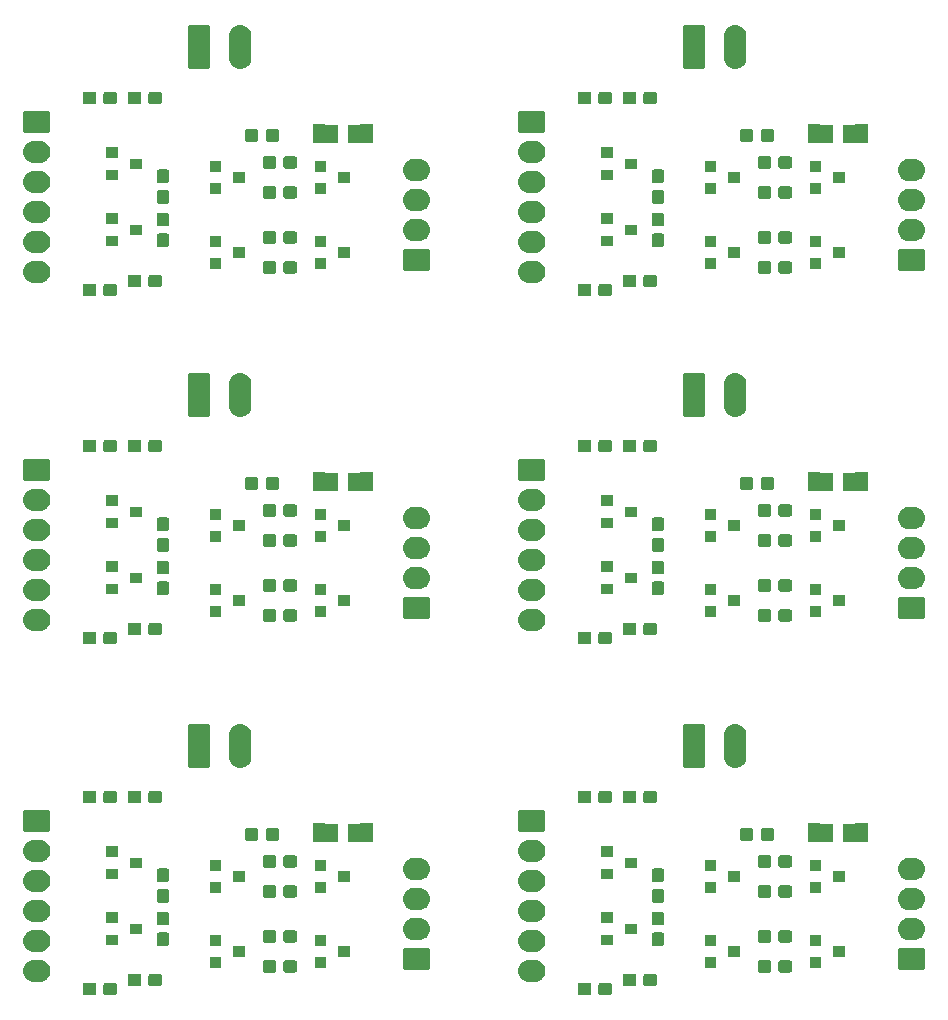
<source format=gts>
G04 #@! TF.GenerationSoftware,KiCad,Pcbnew,(5.1.5)-3*
G04 #@! TF.CreationDate,2020-03-27T07:44:39+01:00*
G04 #@! TF.ProjectId,CODER_LEVEL_BOARD_V0.10,434f4445-525f-44c4-9556-454c5f424f41,rev?*
G04 #@! TF.SameCoordinates,Original*
G04 #@! TF.FileFunction,Soldermask,Top*
G04 #@! TF.FilePolarity,Negative*
%FSLAX46Y46*%
G04 Gerber Fmt 4.6, Leading zero omitted, Abs format (unit mm)*
G04 Created by KiCad (PCBNEW (5.1.5)-3) date 2020-03-27 07:44:39*
%MOMM*%
%LPD*%
G04 APERTURE LIST*
%ADD10C,0.100000*%
G04 APERTURE END LIST*
D10*
G36*
X83839499Y-158990445D02*
G01*
X83876995Y-159001820D01*
X83911554Y-159020292D01*
X83941847Y-159045153D01*
X83966708Y-159075446D01*
X83985180Y-159110005D01*
X83996555Y-159147501D01*
X84001000Y-159192638D01*
X84001000Y-159831362D01*
X83996555Y-159876499D01*
X83985180Y-159913995D01*
X83966708Y-159948554D01*
X83941847Y-159978847D01*
X83911554Y-160003708D01*
X83876995Y-160022180D01*
X83839499Y-160033555D01*
X83794362Y-160038000D01*
X83055638Y-160038000D01*
X83010501Y-160033555D01*
X82973005Y-160022180D01*
X82938446Y-160003708D01*
X82908153Y-159978847D01*
X82883292Y-159948554D01*
X82864820Y-159913995D01*
X82853445Y-159876499D01*
X82849000Y-159831362D01*
X82849000Y-159192638D01*
X82853445Y-159147501D01*
X82864820Y-159110005D01*
X82883292Y-159075446D01*
X82908153Y-159045153D01*
X82938446Y-159020292D01*
X82973005Y-159001820D01*
X83010501Y-158990445D01*
X83055638Y-158986000D01*
X83794362Y-158986000D01*
X83839499Y-158990445D01*
G37*
G36*
X82089499Y-158990445D02*
G01*
X82126995Y-159001820D01*
X82161554Y-159020292D01*
X82191847Y-159045153D01*
X82216708Y-159075446D01*
X82235180Y-159110005D01*
X82246555Y-159147501D01*
X82251000Y-159192638D01*
X82251000Y-159831362D01*
X82246555Y-159876499D01*
X82235180Y-159913995D01*
X82216708Y-159948554D01*
X82191847Y-159978847D01*
X82161554Y-160003708D01*
X82126995Y-160022180D01*
X82089499Y-160033555D01*
X82044362Y-160038000D01*
X81305638Y-160038000D01*
X81260501Y-160033555D01*
X81223005Y-160022180D01*
X81188446Y-160003708D01*
X81158153Y-159978847D01*
X81133292Y-159948554D01*
X81114820Y-159913995D01*
X81103445Y-159876499D01*
X81099000Y-159831362D01*
X81099000Y-159192638D01*
X81103445Y-159147501D01*
X81114820Y-159110005D01*
X81133292Y-159075446D01*
X81158153Y-159045153D01*
X81188446Y-159020292D01*
X81223005Y-159001820D01*
X81260501Y-158990445D01*
X81305638Y-158986000D01*
X82044362Y-158986000D01*
X82089499Y-158990445D01*
G37*
G36*
X41929499Y-158990445D02*
G01*
X41966995Y-159001820D01*
X42001554Y-159020292D01*
X42031847Y-159045153D01*
X42056708Y-159075446D01*
X42075180Y-159110005D01*
X42086555Y-159147501D01*
X42091000Y-159192638D01*
X42091000Y-159831362D01*
X42086555Y-159876499D01*
X42075180Y-159913995D01*
X42056708Y-159948554D01*
X42031847Y-159978847D01*
X42001554Y-160003708D01*
X41966995Y-160022180D01*
X41929499Y-160033555D01*
X41884362Y-160038000D01*
X41145638Y-160038000D01*
X41100501Y-160033555D01*
X41063005Y-160022180D01*
X41028446Y-160003708D01*
X40998153Y-159978847D01*
X40973292Y-159948554D01*
X40954820Y-159913995D01*
X40943445Y-159876499D01*
X40939000Y-159831362D01*
X40939000Y-159192638D01*
X40943445Y-159147501D01*
X40954820Y-159110005D01*
X40973292Y-159075446D01*
X40998153Y-159045153D01*
X41028446Y-159020292D01*
X41063005Y-159001820D01*
X41100501Y-158990445D01*
X41145638Y-158986000D01*
X41884362Y-158986000D01*
X41929499Y-158990445D01*
G37*
G36*
X40179499Y-158990445D02*
G01*
X40216995Y-159001820D01*
X40251554Y-159020292D01*
X40281847Y-159045153D01*
X40306708Y-159075446D01*
X40325180Y-159110005D01*
X40336555Y-159147501D01*
X40341000Y-159192638D01*
X40341000Y-159831362D01*
X40336555Y-159876499D01*
X40325180Y-159913995D01*
X40306708Y-159948554D01*
X40281847Y-159978847D01*
X40251554Y-160003708D01*
X40216995Y-160022180D01*
X40179499Y-160033555D01*
X40134362Y-160038000D01*
X39395638Y-160038000D01*
X39350501Y-160033555D01*
X39313005Y-160022180D01*
X39278446Y-160003708D01*
X39248153Y-159978847D01*
X39223292Y-159948554D01*
X39204820Y-159913995D01*
X39193445Y-159876499D01*
X39189000Y-159831362D01*
X39189000Y-159192638D01*
X39193445Y-159147501D01*
X39204820Y-159110005D01*
X39223292Y-159075446D01*
X39248153Y-159045153D01*
X39278446Y-159020292D01*
X39313005Y-159001820D01*
X39350501Y-158990445D01*
X39395638Y-158986000D01*
X40134362Y-158986000D01*
X40179499Y-158990445D01*
G37*
G36*
X43989499Y-158228445D02*
G01*
X44026995Y-158239820D01*
X44061554Y-158258292D01*
X44091847Y-158283153D01*
X44116708Y-158313446D01*
X44135180Y-158348005D01*
X44146555Y-158385501D01*
X44151000Y-158430638D01*
X44151000Y-159069362D01*
X44146555Y-159114499D01*
X44135180Y-159151995D01*
X44116708Y-159186554D01*
X44091847Y-159216847D01*
X44061554Y-159241708D01*
X44026995Y-159260180D01*
X43989499Y-159271555D01*
X43944362Y-159276000D01*
X43205638Y-159276000D01*
X43160501Y-159271555D01*
X43123005Y-159260180D01*
X43088446Y-159241708D01*
X43058153Y-159216847D01*
X43033292Y-159186554D01*
X43014820Y-159151995D01*
X43003445Y-159114499D01*
X42999000Y-159069362D01*
X42999000Y-158430638D01*
X43003445Y-158385501D01*
X43014820Y-158348005D01*
X43033292Y-158313446D01*
X43058153Y-158283153D01*
X43088446Y-158258292D01*
X43123005Y-158239820D01*
X43160501Y-158228445D01*
X43205638Y-158224000D01*
X43944362Y-158224000D01*
X43989499Y-158228445D01*
G37*
G36*
X45739499Y-158228445D02*
G01*
X45776995Y-158239820D01*
X45811554Y-158258292D01*
X45841847Y-158283153D01*
X45866708Y-158313446D01*
X45885180Y-158348005D01*
X45896555Y-158385501D01*
X45901000Y-158430638D01*
X45901000Y-159069362D01*
X45896555Y-159114499D01*
X45885180Y-159151995D01*
X45866708Y-159186554D01*
X45841847Y-159216847D01*
X45811554Y-159241708D01*
X45776995Y-159260180D01*
X45739499Y-159271555D01*
X45694362Y-159276000D01*
X44955638Y-159276000D01*
X44910501Y-159271555D01*
X44873005Y-159260180D01*
X44838446Y-159241708D01*
X44808153Y-159216847D01*
X44783292Y-159186554D01*
X44764820Y-159151995D01*
X44753445Y-159114499D01*
X44749000Y-159069362D01*
X44749000Y-158430638D01*
X44753445Y-158385501D01*
X44764820Y-158348005D01*
X44783292Y-158313446D01*
X44808153Y-158283153D01*
X44838446Y-158258292D01*
X44873005Y-158239820D01*
X44910501Y-158228445D01*
X44955638Y-158224000D01*
X45694362Y-158224000D01*
X45739499Y-158228445D01*
G37*
G36*
X85899499Y-158228445D02*
G01*
X85936995Y-158239820D01*
X85971554Y-158258292D01*
X86001847Y-158283153D01*
X86026708Y-158313446D01*
X86045180Y-158348005D01*
X86056555Y-158385501D01*
X86061000Y-158430638D01*
X86061000Y-159069362D01*
X86056555Y-159114499D01*
X86045180Y-159151995D01*
X86026708Y-159186554D01*
X86001847Y-159216847D01*
X85971554Y-159241708D01*
X85936995Y-159260180D01*
X85899499Y-159271555D01*
X85854362Y-159276000D01*
X85115638Y-159276000D01*
X85070501Y-159271555D01*
X85033005Y-159260180D01*
X84998446Y-159241708D01*
X84968153Y-159216847D01*
X84943292Y-159186554D01*
X84924820Y-159151995D01*
X84913445Y-159114499D01*
X84909000Y-159069362D01*
X84909000Y-158430638D01*
X84913445Y-158385501D01*
X84924820Y-158348005D01*
X84943292Y-158313446D01*
X84968153Y-158283153D01*
X84998446Y-158258292D01*
X85033005Y-158239820D01*
X85070501Y-158228445D01*
X85115638Y-158224000D01*
X85854362Y-158224000D01*
X85899499Y-158228445D01*
G37*
G36*
X87649499Y-158228445D02*
G01*
X87686995Y-158239820D01*
X87721554Y-158258292D01*
X87751847Y-158283153D01*
X87776708Y-158313446D01*
X87795180Y-158348005D01*
X87806555Y-158385501D01*
X87811000Y-158430638D01*
X87811000Y-159069362D01*
X87806555Y-159114499D01*
X87795180Y-159151995D01*
X87776708Y-159186554D01*
X87751847Y-159216847D01*
X87721554Y-159241708D01*
X87686995Y-159260180D01*
X87649499Y-159271555D01*
X87604362Y-159276000D01*
X86865638Y-159276000D01*
X86820501Y-159271555D01*
X86783005Y-159260180D01*
X86748446Y-159241708D01*
X86718153Y-159216847D01*
X86693292Y-159186554D01*
X86674820Y-159151995D01*
X86663445Y-159114499D01*
X86659000Y-159069362D01*
X86659000Y-158430638D01*
X86663445Y-158385501D01*
X86674820Y-158348005D01*
X86693292Y-158313446D01*
X86718153Y-158283153D01*
X86748446Y-158258292D01*
X86783005Y-158239820D01*
X86820501Y-158228445D01*
X86865638Y-158224000D01*
X87604362Y-158224000D01*
X87649499Y-158228445D01*
G37*
G36*
X77536345Y-157071442D02*
G01*
X77626548Y-157080326D01*
X77800157Y-157132990D01*
X77960156Y-157218511D01*
X77990427Y-157243354D01*
X78100397Y-157333603D01*
X78179729Y-157430271D01*
X78215489Y-157473844D01*
X78301010Y-157633843D01*
X78353674Y-157807452D01*
X78371456Y-157988000D01*
X78353674Y-158168548D01*
X78301010Y-158342157D01*
X78215489Y-158502156D01*
X78179729Y-158545729D01*
X78100397Y-158642397D01*
X78003729Y-158721729D01*
X77960156Y-158757489D01*
X77800157Y-158843010D01*
X77626548Y-158895674D01*
X77536345Y-158904558D01*
X77491245Y-158909000D01*
X76940755Y-158909000D01*
X76895655Y-158904558D01*
X76805452Y-158895674D01*
X76631843Y-158843010D01*
X76471844Y-158757489D01*
X76428271Y-158721729D01*
X76331603Y-158642397D01*
X76252271Y-158545729D01*
X76216511Y-158502156D01*
X76130990Y-158342157D01*
X76078326Y-158168548D01*
X76060544Y-157988000D01*
X76078326Y-157807452D01*
X76130990Y-157633843D01*
X76216511Y-157473844D01*
X76252271Y-157430271D01*
X76331603Y-157333603D01*
X76441573Y-157243354D01*
X76471844Y-157218511D01*
X76631843Y-157132990D01*
X76805452Y-157080326D01*
X76895655Y-157071442D01*
X76940755Y-157067000D01*
X77491245Y-157067000D01*
X77536345Y-157071442D01*
G37*
G36*
X35626345Y-157071442D02*
G01*
X35716548Y-157080326D01*
X35890157Y-157132990D01*
X36050156Y-157218511D01*
X36080427Y-157243354D01*
X36190397Y-157333603D01*
X36269729Y-157430271D01*
X36305489Y-157473844D01*
X36391010Y-157633843D01*
X36443674Y-157807452D01*
X36461456Y-157988000D01*
X36443674Y-158168548D01*
X36391010Y-158342157D01*
X36305489Y-158502156D01*
X36269729Y-158545729D01*
X36190397Y-158642397D01*
X36093729Y-158721729D01*
X36050156Y-158757489D01*
X35890157Y-158843010D01*
X35716548Y-158895674D01*
X35626345Y-158904558D01*
X35581245Y-158909000D01*
X35030755Y-158909000D01*
X34985655Y-158904558D01*
X34895452Y-158895674D01*
X34721843Y-158843010D01*
X34561844Y-158757489D01*
X34518271Y-158721729D01*
X34421603Y-158642397D01*
X34342271Y-158545729D01*
X34306511Y-158502156D01*
X34220990Y-158342157D01*
X34168326Y-158168548D01*
X34150544Y-157988000D01*
X34168326Y-157807452D01*
X34220990Y-157633843D01*
X34306511Y-157473844D01*
X34342271Y-157430271D01*
X34421603Y-157333603D01*
X34531573Y-157243354D01*
X34561844Y-157218511D01*
X34721843Y-157132990D01*
X34895452Y-157080326D01*
X34985655Y-157071442D01*
X35030755Y-157067000D01*
X35581245Y-157067000D01*
X35626345Y-157071442D01*
G37*
G36*
X99079499Y-157085445D02*
G01*
X99116995Y-157096820D01*
X99151554Y-157115292D01*
X99181847Y-157140153D01*
X99206708Y-157170446D01*
X99225180Y-157205005D01*
X99236555Y-157242501D01*
X99241000Y-157287638D01*
X99241000Y-157926362D01*
X99236555Y-157971499D01*
X99225180Y-158008995D01*
X99206708Y-158043554D01*
X99181847Y-158073847D01*
X99151554Y-158098708D01*
X99116995Y-158117180D01*
X99079499Y-158128555D01*
X99034362Y-158133000D01*
X98295638Y-158133000D01*
X98250501Y-158128555D01*
X98213005Y-158117180D01*
X98178446Y-158098708D01*
X98148153Y-158073847D01*
X98123292Y-158043554D01*
X98104820Y-158008995D01*
X98093445Y-157971499D01*
X98089000Y-157926362D01*
X98089000Y-157287638D01*
X98093445Y-157242501D01*
X98104820Y-157205005D01*
X98123292Y-157170446D01*
X98148153Y-157140153D01*
X98178446Y-157115292D01*
X98213005Y-157096820D01*
X98250501Y-157085445D01*
X98295638Y-157081000D01*
X99034362Y-157081000D01*
X99079499Y-157085445D01*
G37*
G36*
X97329499Y-157085445D02*
G01*
X97366995Y-157096820D01*
X97401554Y-157115292D01*
X97431847Y-157140153D01*
X97456708Y-157170446D01*
X97475180Y-157205005D01*
X97486555Y-157242501D01*
X97491000Y-157287638D01*
X97491000Y-157926362D01*
X97486555Y-157971499D01*
X97475180Y-158008995D01*
X97456708Y-158043554D01*
X97431847Y-158073847D01*
X97401554Y-158098708D01*
X97366995Y-158117180D01*
X97329499Y-158128555D01*
X97284362Y-158133000D01*
X96545638Y-158133000D01*
X96500501Y-158128555D01*
X96463005Y-158117180D01*
X96428446Y-158098708D01*
X96398153Y-158073847D01*
X96373292Y-158043554D01*
X96354820Y-158008995D01*
X96343445Y-157971499D01*
X96339000Y-157926362D01*
X96339000Y-157287638D01*
X96343445Y-157242501D01*
X96354820Y-157205005D01*
X96373292Y-157170446D01*
X96398153Y-157140153D01*
X96428446Y-157115292D01*
X96463005Y-157096820D01*
X96500501Y-157085445D01*
X96545638Y-157081000D01*
X97284362Y-157081000D01*
X97329499Y-157085445D01*
G37*
G36*
X57169499Y-157085445D02*
G01*
X57206995Y-157096820D01*
X57241554Y-157115292D01*
X57271847Y-157140153D01*
X57296708Y-157170446D01*
X57315180Y-157205005D01*
X57326555Y-157242501D01*
X57331000Y-157287638D01*
X57331000Y-157926362D01*
X57326555Y-157971499D01*
X57315180Y-158008995D01*
X57296708Y-158043554D01*
X57271847Y-158073847D01*
X57241554Y-158098708D01*
X57206995Y-158117180D01*
X57169499Y-158128555D01*
X57124362Y-158133000D01*
X56385638Y-158133000D01*
X56340501Y-158128555D01*
X56303005Y-158117180D01*
X56268446Y-158098708D01*
X56238153Y-158073847D01*
X56213292Y-158043554D01*
X56194820Y-158008995D01*
X56183445Y-157971499D01*
X56179000Y-157926362D01*
X56179000Y-157287638D01*
X56183445Y-157242501D01*
X56194820Y-157205005D01*
X56213292Y-157170446D01*
X56238153Y-157140153D01*
X56268446Y-157115292D01*
X56303005Y-157096820D01*
X56340501Y-157085445D01*
X56385638Y-157081000D01*
X57124362Y-157081000D01*
X57169499Y-157085445D01*
G37*
G36*
X55419499Y-157085445D02*
G01*
X55456995Y-157096820D01*
X55491554Y-157115292D01*
X55521847Y-157140153D01*
X55546708Y-157170446D01*
X55565180Y-157205005D01*
X55576555Y-157242501D01*
X55581000Y-157287638D01*
X55581000Y-157926362D01*
X55576555Y-157971499D01*
X55565180Y-158008995D01*
X55546708Y-158043554D01*
X55521847Y-158073847D01*
X55491554Y-158098708D01*
X55456995Y-158117180D01*
X55419499Y-158128555D01*
X55374362Y-158133000D01*
X54635638Y-158133000D01*
X54590501Y-158128555D01*
X54553005Y-158117180D01*
X54518446Y-158098708D01*
X54488153Y-158073847D01*
X54463292Y-158043554D01*
X54444820Y-158008995D01*
X54433445Y-157971499D01*
X54429000Y-157926362D01*
X54429000Y-157287638D01*
X54433445Y-157242501D01*
X54444820Y-157205005D01*
X54463292Y-157170446D01*
X54488153Y-157140153D01*
X54518446Y-157115292D01*
X54553005Y-157096820D01*
X54590501Y-157085445D01*
X54635638Y-157081000D01*
X55374362Y-157081000D01*
X55419499Y-157085445D01*
G37*
G36*
X110356561Y-156054966D02*
G01*
X110389383Y-156064923D01*
X110419632Y-156081092D01*
X110446148Y-156102852D01*
X110467908Y-156129368D01*
X110484077Y-156159617D01*
X110494034Y-156192439D01*
X110498000Y-156232713D01*
X110498000Y-157711287D01*
X110494034Y-157751561D01*
X110484077Y-157784383D01*
X110467908Y-157814632D01*
X110446148Y-157841148D01*
X110419632Y-157862908D01*
X110389383Y-157879077D01*
X110356561Y-157889034D01*
X110316287Y-157893000D01*
X108377713Y-157893000D01*
X108337439Y-157889034D01*
X108304617Y-157879077D01*
X108274368Y-157862908D01*
X108247852Y-157841148D01*
X108226092Y-157814632D01*
X108209923Y-157784383D01*
X108199966Y-157751561D01*
X108196000Y-157711287D01*
X108196000Y-156232713D01*
X108199966Y-156192439D01*
X108209923Y-156159617D01*
X108226092Y-156129368D01*
X108247852Y-156102852D01*
X108274368Y-156081092D01*
X108304617Y-156064923D01*
X108337439Y-156054966D01*
X108377713Y-156051000D01*
X110316287Y-156051000D01*
X110356561Y-156054966D01*
G37*
G36*
X68446561Y-156054966D02*
G01*
X68479383Y-156064923D01*
X68509632Y-156081092D01*
X68536148Y-156102852D01*
X68557908Y-156129368D01*
X68574077Y-156159617D01*
X68584034Y-156192439D01*
X68588000Y-156232713D01*
X68588000Y-157711287D01*
X68584034Y-157751561D01*
X68574077Y-157784383D01*
X68557908Y-157814632D01*
X68536148Y-157841148D01*
X68509632Y-157862908D01*
X68479383Y-157879077D01*
X68446561Y-157889034D01*
X68406287Y-157893000D01*
X66467713Y-157893000D01*
X66427439Y-157889034D01*
X66394617Y-157879077D01*
X66364368Y-157862908D01*
X66337852Y-157841148D01*
X66316092Y-157814632D01*
X66299923Y-157784383D01*
X66289966Y-157751561D01*
X66286000Y-157711287D01*
X66286000Y-156232713D01*
X66289966Y-156192439D01*
X66299923Y-156159617D01*
X66316092Y-156129368D01*
X66337852Y-156102852D01*
X66364368Y-156081092D01*
X66394617Y-156064923D01*
X66427439Y-156054966D01*
X66467713Y-156051000D01*
X68406287Y-156051000D01*
X68446561Y-156054966D01*
G37*
G36*
X50936000Y-157738000D02*
G01*
X49934000Y-157738000D01*
X49934000Y-156836000D01*
X50936000Y-156836000D01*
X50936000Y-157738000D01*
G37*
G36*
X101736000Y-157738000D02*
G01*
X100734000Y-157738000D01*
X100734000Y-156836000D01*
X101736000Y-156836000D01*
X101736000Y-157738000D01*
G37*
G36*
X59826000Y-157738000D02*
G01*
X58824000Y-157738000D01*
X58824000Y-156836000D01*
X59826000Y-156836000D01*
X59826000Y-157738000D01*
G37*
G36*
X92846000Y-157738000D02*
G01*
X91844000Y-157738000D01*
X91844000Y-156836000D01*
X92846000Y-156836000D01*
X92846000Y-157738000D01*
G37*
G36*
X103736000Y-156788000D02*
G01*
X102734000Y-156788000D01*
X102734000Y-155886000D01*
X103736000Y-155886000D01*
X103736000Y-156788000D01*
G37*
G36*
X52936000Y-156788000D02*
G01*
X51934000Y-156788000D01*
X51934000Y-155886000D01*
X52936000Y-155886000D01*
X52936000Y-156788000D01*
G37*
G36*
X61826000Y-156788000D02*
G01*
X60824000Y-156788000D01*
X60824000Y-155886000D01*
X61826000Y-155886000D01*
X61826000Y-156788000D01*
G37*
G36*
X94846000Y-156788000D02*
G01*
X93844000Y-156788000D01*
X93844000Y-155886000D01*
X94846000Y-155886000D01*
X94846000Y-156788000D01*
G37*
G36*
X77536345Y-154531442D02*
G01*
X77626548Y-154540326D01*
X77800157Y-154592990D01*
X77960156Y-154678511D01*
X77990427Y-154703354D01*
X78100397Y-154793603D01*
X78173762Y-154883000D01*
X78215489Y-154933844D01*
X78301010Y-155093843D01*
X78353674Y-155267452D01*
X78371456Y-155448000D01*
X78353674Y-155628548D01*
X78301010Y-155802157D01*
X78301009Y-155802159D01*
X78291229Y-155820456D01*
X78215489Y-155962156D01*
X78179729Y-156005729D01*
X78100397Y-156102397D01*
X78030673Y-156159617D01*
X77960156Y-156217489D01*
X77800157Y-156303010D01*
X77626548Y-156355674D01*
X77536345Y-156364558D01*
X77491245Y-156369000D01*
X76940755Y-156369000D01*
X76895655Y-156364558D01*
X76805452Y-156355674D01*
X76631843Y-156303010D01*
X76471844Y-156217489D01*
X76401327Y-156159617D01*
X76331603Y-156102397D01*
X76252271Y-156005729D01*
X76216511Y-155962156D01*
X76140771Y-155820456D01*
X76130991Y-155802159D01*
X76130990Y-155802157D01*
X76078326Y-155628548D01*
X76060544Y-155448000D01*
X76078326Y-155267452D01*
X76130990Y-155093843D01*
X76216511Y-154933844D01*
X76258238Y-154883000D01*
X76331603Y-154793603D01*
X76441573Y-154703354D01*
X76471844Y-154678511D01*
X76631843Y-154592990D01*
X76805452Y-154540326D01*
X76895655Y-154531442D01*
X76940755Y-154527000D01*
X77491245Y-154527000D01*
X77536345Y-154531442D01*
G37*
G36*
X35626345Y-154531442D02*
G01*
X35716548Y-154540326D01*
X35890157Y-154592990D01*
X36050156Y-154678511D01*
X36080427Y-154703354D01*
X36190397Y-154793603D01*
X36263762Y-154883000D01*
X36305489Y-154933844D01*
X36391010Y-155093843D01*
X36443674Y-155267452D01*
X36461456Y-155448000D01*
X36443674Y-155628548D01*
X36391010Y-155802157D01*
X36391009Y-155802159D01*
X36381229Y-155820456D01*
X36305489Y-155962156D01*
X36269729Y-156005729D01*
X36190397Y-156102397D01*
X36120673Y-156159617D01*
X36050156Y-156217489D01*
X35890157Y-156303010D01*
X35716548Y-156355674D01*
X35626345Y-156364558D01*
X35581245Y-156369000D01*
X35030755Y-156369000D01*
X34985655Y-156364558D01*
X34895452Y-156355674D01*
X34721843Y-156303010D01*
X34561844Y-156217489D01*
X34491327Y-156159617D01*
X34421603Y-156102397D01*
X34342271Y-156005729D01*
X34306511Y-155962156D01*
X34230771Y-155820456D01*
X34220991Y-155802159D01*
X34220990Y-155802157D01*
X34168326Y-155628548D01*
X34150544Y-155448000D01*
X34168326Y-155267452D01*
X34220990Y-155093843D01*
X34306511Y-154933844D01*
X34348238Y-154883000D01*
X34421603Y-154793603D01*
X34531573Y-154703354D01*
X34561844Y-154678511D01*
X34721843Y-154592990D01*
X34895452Y-154540326D01*
X34985655Y-154531442D01*
X35030755Y-154527000D01*
X35581245Y-154527000D01*
X35626345Y-154531442D01*
G37*
G36*
X46338499Y-154735445D02*
G01*
X46375995Y-154746820D01*
X46410554Y-154765292D01*
X46440847Y-154790153D01*
X46465708Y-154820446D01*
X46484180Y-154855005D01*
X46495555Y-154892501D01*
X46500000Y-154937638D01*
X46500000Y-155676362D01*
X46495555Y-155721499D01*
X46484180Y-155758995D01*
X46465708Y-155793554D01*
X46440847Y-155823847D01*
X46410554Y-155848708D01*
X46375995Y-155867180D01*
X46338499Y-155878555D01*
X46293362Y-155883000D01*
X45654638Y-155883000D01*
X45609501Y-155878555D01*
X45572005Y-155867180D01*
X45537446Y-155848708D01*
X45507153Y-155823847D01*
X45482292Y-155793554D01*
X45463820Y-155758995D01*
X45452445Y-155721499D01*
X45448000Y-155676362D01*
X45448000Y-154937638D01*
X45452445Y-154892501D01*
X45463820Y-154855005D01*
X45482292Y-154820446D01*
X45507153Y-154790153D01*
X45537446Y-154765292D01*
X45572005Y-154746820D01*
X45609501Y-154735445D01*
X45654638Y-154731000D01*
X46293362Y-154731000D01*
X46338499Y-154735445D01*
G37*
G36*
X88248499Y-154735445D02*
G01*
X88285995Y-154746820D01*
X88320554Y-154765292D01*
X88350847Y-154790153D01*
X88375708Y-154820446D01*
X88394180Y-154855005D01*
X88405555Y-154892501D01*
X88410000Y-154937638D01*
X88410000Y-155676362D01*
X88405555Y-155721499D01*
X88394180Y-155758995D01*
X88375708Y-155793554D01*
X88350847Y-155823847D01*
X88320554Y-155848708D01*
X88285995Y-155867180D01*
X88248499Y-155878555D01*
X88203362Y-155883000D01*
X87564638Y-155883000D01*
X87519501Y-155878555D01*
X87482005Y-155867180D01*
X87447446Y-155848708D01*
X87417153Y-155823847D01*
X87392292Y-155793554D01*
X87373820Y-155758995D01*
X87362445Y-155721499D01*
X87358000Y-155676362D01*
X87358000Y-154937638D01*
X87362445Y-154892501D01*
X87373820Y-154855005D01*
X87392292Y-154820446D01*
X87417153Y-154790153D01*
X87447446Y-154765292D01*
X87482005Y-154746820D01*
X87519501Y-154735445D01*
X87564638Y-154731000D01*
X88203362Y-154731000D01*
X88248499Y-154735445D01*
G37*
G36*
X59826000Y-155838000D02*
G01*
X58824000Y-155838000D01*
X58824000Y-154936000D01*
X59826000Y-154936000D01*
X59826000Y-155838000D01*
G37*
G36*
X101736000Y-155838000D02*
G01*
X100734000Y-155838000D01*
X100734000Y-154936000D01*
X101736000Y-154936000D01*
X101736000Y-155838000D01*
G37*
G36*
X50936000Y-155838000D02*
G01*
X49934000Y-155838000D01*
X49934000Y-154936000D01*
X50936000Y-154936000D01*
X50936000Y-155838000D01*
G37*
G36*
X92846000Y-155838000D02*
G01*
X91844000Y-155838000D01*
X91844000Y-154936000D01*
X92846000Y-154936000D01*
X92846000Y-155838000D01*
G37*
G36*
X84083000Y-155833000D02*
G01*
X83081000Y-155833000D01*
X83081000Y-154931000D01*
X84083000Y-154931000D01*
X84083000Y-155833000D01*
G37*
G36*
X42173000Y-155833000D02*
G01*
X41171000Y-155833000D01*
X41171000Y-154931000D01*
X42173000Y-154931000D01*
X42173000Y-155833000D01*
G37*
G36*
X99079499Y-154545445D02*
G01*
X99116995Y-154556820D01*
X99151554Y-154575292D01*
X99181847Y-154600153D01*
X99206708Y-154630446D01*
X99225180Y-154665005D01*
X99236555Y-154702501D01*
X99241000Y-154747638D01*
X99241000Y-155386362D01*
X99236555Y-155431499D01*
X99225180Y-155468995D01*
X99206708Y-155503554D01*
X99181847Y-155533847D01*
X99151554Y-155558708D01*
X99116995Y-155577180D01*
X99079499Y-155588555D01*
X99034362Y-155593000D01*
X98295638Y-155593000D01*
X98250501Y-155588555D01*
X98213005Y-155577180D01*
X98178446Y-155558708D01*
X98148153Y-155533847D01*
X98123292Y-155503554D01*
X98104820Y-155468995D01*
X98093445Y-155431499D01*
X98089000Y-155386362D01*
X98089000Y-154747638D01*
X98093445Y-154702501D01*
X98104820Y-154665005D01*
X98123292Y-154630446D01*
X98148153Y-154600153D01*
X98178446Y-154575292D01*
X98213005Y-154556820D01*
X98250501Y-154545445D01*
X98295638Y-154541000D01*
X99034362Y-154541000D01*
X99079499Y-154545445D01*
G37*
G36*
X57169499Y-154545445D02*
G01*
X57206995Y-154556820D01*
X57241554Y-154575292D01*
X57271847Y-154600153D01*
X57296708Y-154630446D01*
X57315180Y-154665005D01*
X57326555Y-154702501D01*
X57331000Y-154747638D01*
X57331000Y-155386362D01*
X57326555Y-155431499D01*
X57315180Y-155468995D01*
X57296708Y-155503554D01*
X57271847Y-155533847D01*
X57241554Y-155558708D01*
X57206995Y-155577180D01*
X57169499Y-155588555D01*
X57124362Y-155593000D01*
X56385638Y-155593000D01*
X56340501Y-155588555D01*
X56303005Y-155577180D01*
X56268446Y-155558708D01*
X56238153Y-155533847D01*
X56213292Y-155503554D01*
X56194820Y-155468995D01*
X56183445Y-155431499D01*
X56179000Y-155386362D01*
X56179000Y-154747638D01*
X56183445Y-154702501D01*
X56194820Y-154665005D01*
X56213292Y-154630446D01*
X56238153Y-154600153D01*
X56268446Y-154575292D01*
X56303005Y-154556820D01*
X56340501Y-154545445D01*
X56385638Y-154541000D01*
X57124362Y-154541000D01*
X57169499Y-154545445D01*
G37*
G36*
X55419499Y-154545445D02*
G01*
X55456995Y-154556820D01*
X55491554Y-154575292D01*
X55521847Y-154600153D01*
X55546708Y-154630446D01*
X55565180Y-154665005D01*
X55576555Y-154702501D01*
X55581000Y-154747638D01*
X55581000Y-155386362D01*
X55576555Y-155431499D01*
X55565180Y-155468995D01*
X55546708Y-155503554D01*
X55521847Y-155533847D01*
X55491554Y-155558708D01*
X55456995Y-155577180D01*
X55419499Y-155588555D01*
X55374362Y-155593000D01*
X54635638Y-155593000D01*
X54590501Y-155588555D01*
X54553005Y-155577180D01*
X54518446Y-155558708D01*
X54488153Y-155533847D01*
X54463292Y-155503554D01*
X54444820Y-155468995D01*
X54433445Y-155431499D01*
X54429000Y-155386362D01*
X54429000Y-154747638D01*
X54433445Y-154702501D01*
X54444820Y-154665005D01*
X54463292Y-154630446D01*
X54488153Y-154600153D01*
X54518446Y-154575292D01*
X54553005Y-154556820D01*
X54590501Y-154545445D01*
X54635638Y-154541000D01*
X55374362Y-154541000D01*
X55419499Y-154545445D01*
G37*
G36*
X97329499Y-154545445D02*
G01*
X97366995Y-154556820D01*
X97401554Y-154575292D01*
X97431847Y-154600153D01*
X97456708Y-154630446D01*
X97475180Y-154665005D01*
X97486555Y-154702501D01*
X97491000Y-154747638D01*
X97491000Y-155386362D01*
X97486555Y-155431499D01*
X97475180Y-155468995D01*
X97456708Y-155503554D01*
X97431847Y-155533847D01*
X97401554Y-155558708D01*
X97366995Y-155577180D01*
X97329499Y-155588555D01*
X97284362Y-155593000D01*
X96545638Y-155593000D01*
X96500501Y-155588555D01*
X96463005Y-155577180D01*
X96428446Y-155558708D01*
X96398153Y-155533847D01*
X96373292Y-155503554D01*
X96354820Y-155468995D01*
X96343445Y-155431499D01*
X96339000Y-155386362D01*
X96339000Y-154747638D01*
X96343445Y-154702501D01*
X96354820Y-154665005D01*
X96373292Y-154630446D01*
X96398153Y-154600153D01*
X96428446Y-154575292D01*
X96463005Y-154556820D01*
X96500501Y-154545445D01*
X96545638Y-154541000D01*
X97284362Y-154541000D01*
X97329499Y-154545445D01*
G37*
G36*
X67757345Y-153515442D02*
G01*
X67847548Y-153524326D01*
X68021157Y-153576990D01*
X68181156Y-153662511D01*
X68224729Y-153698271D01*
X68321397Y-153777603D01*
X68397224Y-153870000D01*
X68436489Y-153917844D01*
X68522010Y-154077843D01*
X68574674Y-154251452D01*
X68592456Y-154432000D01*
X68574674Y-154612548D01*
X68522010Y-154786157D01*
X68436489Y-154946156D01*
X68400729Y-154989729D01*
X68321397Y-155086397D01*
X68224729Y-155165729D01*
X68181156Y-155201489D01*
X68021157Y-155287010D01*
X67847548Y-155339674D01*
X67757345Y-155348558D01*
X67712245Y-155353000D01*
X67161755Y-155353000D01*
X67116655Y-155348558D01*
X67026452Y-155339674D01*
X66852843Y-155287010D01*
X66692844Y-155201489D01*
X66649271Y-155165729D01*
X66552603Y-155086397D01*
X66473271Y-154989729D01*
X66437511Y-154946156D01*
X66351990Y-154786157D01*
X66299326Y-154612548D01*
X66281544Y-154432000D01*
X66299326Y-154251452D01*
X66351990Y-154077843D01*
X66437511Y-153917844D01*
X66476776Y-153870000D01*
X66552603Y-153777603D01*
X66649271Y-153698271D01*
X66692844Y-153662511D01*
X66852843Y-153576990D01*
X67026452Y-153524326D01*
X67116655Y-153515442D01*
X67161755Y-153511000D01*
X67712245Y-153511000D01*
X67757345Y-153515442D01*
G37*
G36*
X109667345Y-153515442D02*
G01*
X109757548Y-153524326D01*
X109931157Y-153576990D01*
X110091156Y-153662511D01*
X110134729Y-153698271D01*
X110231397Y-153777603D01*
X110307224Y-153870000D01*
X110346489Y-153917844D01*
X110432010Y-154077843D01*
X110484674Y-154251452D01*
X110502456Y-154432000D01*
X110484674Y-154612548D01*
X110432010Y-154786157D01*
X110346489Y-154946156D01*
X110310729Y-154989729D01*
X110231397Y-155086397D01*
X110134729Y-155165729D01*
X110091156Y-155201489D01*
X109931157Y-155287010D01*
X109757548Y-155339674D01*
X109667345Y-155348558D01*
X109622245Y-155353000D01*
X109071755Y-155353000D01*
X109026655Y-155348558D01*
X108936452Y-155339674D01*
X108762843Y-155287010D01*
X108602844Y-155201489D01*
X108559271Y-155165729D01*
X108462603Y-155086397D01*
X108383271Y-154989729D01*
X108347511Y-154946156D01*
X108261990Y-154786157D01*
X108209326Y-154612548D01*
X108191544Y-154432000D01*
X108209326Y-154251452D01*
X108261990Y-154077843D01*
X108347511Y-153917844D01*
X108386776Y-153870000D01*
X108462603Y-153777603D01*
X108559271Y-153698271D01*
X108602844Y-153662511D01*
X108762843Y-153576990D01*
X108936452Y-153524326D01*
X109026655Y-153515442D01*
X109071755Y-153511000D01*
X109622245Y-153511000D01*
X109667345Y-153515442D01*
G37*
G36*
X44173000Y-154883000D02*
G01*
X43171000Y-154883000D01*
X43171000Y-153981000D01*
X44173000Y-153981000D01*
X44173000Y-154883000D01*
G37*
G36*
X86083000Y-154883000D02*
G01*
X85081000Y-154883000D01*
X85081000Y-153981000D01*
X86083000Y-153981000D01*
X86083000Y-154883000D01*
G37*
G36*
X46338499Y-152985445D02*
G01*
X46375995Y-152996820D01*
X46410554Y-153015292D01*
X46440847Y-153040153D01*
X46465708Y-153070446D01*
X46484180Y-153105005D01*
X46495555Y-153142501D01*
X46500000Y-153187638D01*
X46500000Y-153926362D01*
X46495555Y-153971499D01*
X46484180Y-154008995D01*
X46465708Y-154043554D01*
X46440847Y-154073847D01*
X46410554Y-154098708D01*
X46375995Y-154117180D01*
X46338499Y-154128555D01*
X46293362Y-154133000D01*
X45654638Y-154133000D01*
X45609501Y-154128555D01*
X45572005Y-154117180D01*
X45537446Y-154098708D01*
X45507153Y-154073847D01*
X45482292Y-154043554D01*
X45463820Y-154008995D01*
X45452445Y-153971499D01*
X45448000Y-153926362D01*
X45448000Y-153187638D01*
X45452445Y-153142501D01*
X45463820Y-153105005D01*
X45482292Y-153070446D01*
X45507153Y-153040153D01*
X45537446Y-153015292D01*
X45572005Y-152996820D01*
X45609501Y-152985445D01*
X45654638Y-152981000D01*
X46293362Y-152981000D01*
X46338499Y-152985445D01*
G37*
G36*
X88248499Y-152985445D02*
G01*
X88285995Y-152996820D01*
X88320554Y-153015292D01*
X88350847Y-153040153D01*
X88375708Y-153070446D01*
X88394180Y-153105005D01*
X88405555Y-153142501D01*
X88410000Y-153187638D01*
X88410000Y-153926362D01*
X88405555Y-153971499D01*
X88394180Y-154008995D01*
X88375708Y-154043554D01*
X88350847Y-154073847D01*
X88320554Y-154098708D01*
X88285995Y-154117180D01*
X88248499Y-154128555D01*
X88203362Y-154133000D01*
X87564638Y-154133000D01*
X87519501Y-154128555D01*
X87482005Y-154117180D01*
X87447446Y-154098708D01*
X87417153Y-154073847D01*
X87392292Y-154043554D01*
X87373820Y-154008995D01*
X87362445Y-153971499D01*
X87358000Y-153926362D01*
X87358000Y-153187638D01*
X87362445Y-153142501D01*
X87373820Y-153105005D01*
X87392292Y-153070446D01*
X87417153Y-153040153D01*
X87447446Y-153015292D01*
X87482005Y-152996820D01*
X87519501Y-152985445D01*
X87564638Y-152981000D01*
X88203362Y-152981000D01*
X88248499Y-152985445D01*
G37*
G36*
X42173000Y-153933000D02*
G01*
X41171000Y-153933000D01*
X41171000Y-153031000D01*
X42173000Y-153031000D01*
X42173000Y-153933000D01*
G37*
G36*
X84083000Y-153933000D02*
G01*
X83081000Y-153933000D01*
X83081000Y-153031000D01*
X84083000Y-153031000D01*
X84083000Y-153933000D01*
G37*
G36*
X77536345Y-151991442D02*
G01*
X77626548Y-152000326D01*
X77800157Y-152052990D01*
X77960156Y-152138511D01*
X78003729Y-152174271D01*
X78100397Y-152253603D01*
X78179729Y-152350271D01*
X78215489Y-152393844D01*
X78301010Y-152553843D01*
X78353674Y-152727452D01*
X78371456Y-152908000D01*
X78353674Y-153088548D01*
X78301010Y-153262157D01*
X78215489Y-153422156D01*
X78179729Y-153465729D01*
X78100397Y-153562397D01*
X78003729Y-153641729D01*
X77960156Y-153677489D01*
X77800157Y-153763010D01*
X77626548Y-153815674D01*
X77536345Y-153824558D01*
X77491245Y-153829000D01*
X76940755Y-153829000D01*
X76895655Y-153824558D01*
X76805452Y-153815674D01*
X76631843Y-153763010D01*
X76471844Y-153677489D01*
X76428271Y-153641729D01*
X76331603Y-153562397D01*
X76252271Y-153465729D01*
X76216511Y-153422156D01*
X76130990Y-153262157D01*
X76078326Y-153088548D01*
X76060544Y-152908000D01*
X76078326Y-152727452D01*
X76130990Y-152553843D01*
X76216511Y-152393844D01*
X76252271Y-152350271D01*
X76331603Y-152253603D01*
X76428271Y-152174271D01*
X76471844Y-152138511D01*
X76631843Y-152052990D01*
X76805452Y-152000326D01*
X76895655Y-151991442D01*
X76940755Y-151987000D01*
X77491245Y-151987000D01*
X77536345Y-151991442D01*
G37*
G36*
X35626345Y-151991442D02*
G01*
X35716548Y-152000326D01*
X35890157Y-152052990D01*
X36050156Y-152138511D01*
X36093729Y-152174271D01*
X36190397Y-152253603D01*
X36269729Y-152350271D01*
X36305489Y-152393844D01*
X36391010Y-152553843D01*
X36443674Y-152727452D01*
X36461456Y-152908000D01*
X36443674Y-153088548D01*
X36391010Y-153262157D01*
X36305489Y-153422156D01*
X36269729Y-153465729D01*
X36190397Y-153562397D01*
X36093729Y-153641729D01*
X36050156Y-153677489D01*
X35890157Y-153763010D01*
X35716548Y-153815674D01*
X35626345Y-153824558D01*
X35581245Y-153829000D01*
X35030755Y-153829000D01*
X34985655Y-153824558D01*
X34895452Y-153815674D01*
X34721843Y-153763010D01*
X34561844Y-153677489D01*
X34518271Y-153641729D01*
X34421603Y-153562397D01*
X34342271Y-153465729D01*
X34306511Y-153422156D01*
X34220990Y-153262157D01*
X34168326Y-153088548D01*
X34150544Y-152908000D01*
X34168326Y-152727452D01*
X34220990Y-152553843D01*
X34306511Y-152393844D01*
X34342271Y-152350271D01*
X34421603Y-152253603D01*
X34518271Y-152174271D01*
X34561844Y-152138511D01*
X34721843Y-152052990D01*
X34895452Y-152000326D01*
X34985655Y-151991442D01*
X35030755Y-151987000D01*
X35581245Y-151987000D01*
X35626345Y-151991442D01*
G37*
G36*
X67757345Y-150975442D02*
G01*
X67847548Y-150984326D01*
X68021157Y-151036990D01*
X68181156Y-151122511D01*
X68216413Y-151151446D01*
X68321397Y-151237603D01*
X68393121Y-151325000D01*
X68436489Y-151377844D01*
X68522010Y-151537843D01*
X68574674Y-151711452D01*
X68592456Y-151892000D01*
X68574674Y-152072548D01*
X68522010Y-152246157D01*
X68436489Y-152406156D01*
X68400729Y-152449729D01*
X68321397Y-152546397D01*
X68224729Y-152625729D01*
X68181156Y-152661489D01*
X68021157Y-152747010D01*
X67847548Y-152799674D01*
X67757345Y-152808558D01*
X67712245Y-152813000D01*
X67161755Y-152813000D01*
X67116655Y-152808558D01*
X67026452Y-152799674D01*
X66852843Y-152747010D01*
X66692844Y-152661489D01*
X66649271Y-152625729D01*
X66552603Y-152546397D01*
X66473271Y-152449729D01*
X66437511Y-152406156D01*
X66351990Y-152246157D01*
X66299326Y-152072548D01*
X66281544Y-151892000D01*
X66299326Y-151711452D01*
X66351990Y-151537843D01*
X66437511Y-151377844D01*
X66480879Y-151325000D01*
X66552603Y-151237603D01*
X66657587Y-151151446D01*
X66692844Y-151122511D01*
X66852843Y-151036990D01*
X67026452Y-150984326D01*
X67116655Y-150975442D01*
X67161755Y-150971000D01*
X67712245Y-150971000D01*
X67757345Y-150975442D01*
G37*
G36*
X109667345Y-150975442D02*
G01*
X109757548Y-150984326D01*
X109931157Y-151036990D01*
X110091156Y-151122511D01*
X110126413Y-151151446D01*
X110231397Y-151237603D01*
X110303121Y-151325000D01*
X110346489Y-151377844D01*
X110432010Y-151537843D01*
X110484674Y-151711452D01*
X110502456Y-151892000D01*
X110484674Y-152072548D01*
X110432010Y-152246157D01*
X110346489Y-152406156D01*
X110310729Y-152449729D01*
X110231397Y-152546397D01*
X110134729Y-152625729D01*
X110091156Y-152661489D01*
X109931157Y-152747010D01*
X109757548Y-152799674D01*
X109667345Y-152808558D01*
X109622245Y-152813000D01*
X109071755Y-152813000D01*
X109026655Y-152808558D01*
X108936452Y-152799674D01*
X108762843Y-152747010D01*
X108602844Y-152661489D01*
X108559271Y-152625729D01*
X108462603Y-152546397D01*
X108383271Y-152449729D01*
X108347511Y-152406156D01*
X108261990Y-152246157D01*
X108209326Y-152072548D01*
X108191544Y-151892000D01*
X108209326Y-151711452D01*
X108261990Y-151537843D01*
X108347511Y-151377844D01*
X108390879Y-151325000D01*
X108462603Y-151237603D01*
X108567587Y-151151446D01*
X108602844Y-151122511D01*
X108762843Y-151036990D01*
X108936452Y-150984326D01*
X109026655Y-150975442D01*
X109071755Y-150971000D01*
X109622245Y-150971000D01*
X109667345Y-150975442D01*
G37*
G36*
X46338499Y-151066445D02*
G01*
X46375995Y-151077820D01*
X46410554Y-151096292D01*
X46440847Y-151121153D01*
X46465708Y-151151446D01*
X46484180Y-151186005D01*
X46495555Y-151223501D01*
X46500000Y-151268638D01*
X46500000Y-152007362D01*
X46495555Y-152052499D01*
X46484180Y-152089995D01*
X46465708Y-152124554D01*
X46440847Y-152154847D01*
X46410554Y-152179708D01*
X46375995Y-152198180D01*
X46338499Y-152209555D01*
X46293362Y-152214000D01*
X45654638Y-152214000D01*
X45609501Y-152209555D01*
X45572005Y-152198180D01*
X45537446Y-152179708D01*
X45507153Y-152154847D01*
X45482292Y-152124554D01*
X45463820Y-152089995D01*
X45452445Y-152052499D01*
X45448000Y-152007362D01*
X45448000Y-151268638D01*
X45452445Y-151223501D01*
X45463820Y-151186005D01*
X45482292Y-151151446D01*
X45507153Y-151121153D01*
X45537446Y-151096292D01*
X45572005Y-151077820D01*
X45609501Y-151066445D01*
X45654638Y-151062000D01*
X46293362Y-151062000D01*
X46338499Y-151066445D01*
G37*
G36*
X88248499Y-151066445D02*
G01*
X88285995Y-151077820D01*
X88320554Y-151096292D01*
X88350847Y-151121153D01*
X88375708Y-151151446D01*
X88394180Y-151186005D01*
X88405555Y-151223501D01*
X88410000Y-151268638D01*
X88410000Y-152007362D01*
X88405555Y-152052499D01*
X88394180Y-152089995D01*
X88375708Y-152124554D01*
X88350847Y-152154847D01*
X88320554Y-152179708D01*
X88285995Y-152198180D01*
X88248499Y-152209555D01*
X88203362Y-152214000D01*
X87564638Y-152214000D01*
X87519501Y-152209555D01*
X87482005Y-152198180D01*
X87447446Y-152179708D01*
X87417153Y-152154847D01*
X87392292Y-152124554D01*
X87373820Y-152089995D01*
X87362445Y-152052499D01*
X87358000Y-152007362D01*
X87358000Y-151268638D01*
X87362445Y-151223501D01*
X87373820Y-151186005D01*
X87392292Y-151151446D01*
X87417153Y-151121153D01*
X87447446Y-151096292D01*
X87482005Y-151077820D01*
X87519501Y-151066445D01*
X87564638Y-151062000D01*
X88203362Y-151062000D01*
X88248499Y-151066445D01*
G37*
G36*
X99079499Y-150735445D02*
G01*
X99116995Y-150746820D01*
X99151554Y-150765292D01*
X99181847Y-150790153D01*
X99206708Y-150820446D01*
X99225180Y-150855005D01*
X99236555Y-150892501D01*
X99241000Y-150937638D01*
X99241000Y-151576362D01*
X99236555Y-151621499D01*
X99225180Y-151658995D01*
X99206708Y-151693554D01*
X99181847Y-151723847D01*
X99151554Y-151748708D01*
X99116995Y-151767180D01*
X99079499Y-151778555D01*
X99034362Y-151783000D01*
X98295638Y-151783000D01*
X98250501Y-151778555D01*
X98213005Y-151767180D01*
X98178446Y-151748708D01*
X98148153Y-151723847D01*
X98123292Y-151693554D01*
X98104820Y-151658995D01*
X98093445Y-151621499D01*
X98089000Y-151576362D01*
X98089000Y-150937638D01*
X98093445Y-150892501D01*
X98104820Y-150855005D01*
X98123292Y-150820446D01*
X98148153Y-150790153D01*
X98178446Y-150765292D01*
X98213005Y-150746820D01*
X98250501Y-150735445D01*
X98295638Y-150731000D01*
X99034362Y-150731000D01*
X99079499Y-150735445D01*
G37*
G36*
X97329499Y-150735445D02*
G01*
X97366995Y-150746820D01*
X97401554Y-150765292D01*
X97431847Y-150790153D01*
X97456708Y-150820446D01*
X97475180Y-150855005D01*
X97486555Y-150892501D01*
X97491000Y-150937638D01*
X97491000Y-151576362D01*
X97486555Y-151621499D01*
X97475180Y-151658995D01*
X97456708Y-151693554D01*
X97431847Y-151723847D01*
X97401554Y-151748708D01*
X97366995Y-151767180D01*
X97329499Y-151778555D01*
X97284362Y-151783000D01*
X96545638Y-151783000D01*
X96500501Y-151778555D01*
X96463005Y-151767180D01*
X96428446Y-151748708D01*
X96398153Y-151723847D01*
X96373292Y-151693554D01*
X96354820Y-151658995D01*
X96343445Y-151621499D01*
X96339000Y-151576362D01*
X96339000Y-150937638D01*
X96343445Y-150892501D01*
X96354820Y-150855005D01*
X96373292Y-150820446D01*
X96398153Y-150790153D01*
X96428446Y-150765292D01*
X96463005Y-150746820D01*
X96500501Y-150735445D01*
X96545638Y-150731000D01*
X97284362Y-150731000D01*
X97329499Y-150735445D01*
G37*
G36*
X57169499Y-150735445D02*
G01*
X57206995Y-150746820D01*
X57241554Y-150765292D01*
X57271847Y-150790153D01*
X57296708Y-150820446D01*
X57315180Y-150855005D01*
X57326555Y-150892501D01*
X57331000Y-150937638D01*
X57331000Y-151576362D01*
X57326555Y-151621499D01*
X57315180Y-151658995D01*
X57296708Y-151693554D01*
X57271847Y-151723847D01*
X57241554Y-151748708D01*
X57206995Y-151767180D01*
X57169499Y-151778555D01*
X57124362Y-151783000D01*
X56385638Y-151783000D01*
X56340501Y-151778555D01*
X56303005Y-151767180D01*
X56268446Y-151748708D01*
X56238153Y-151723847D01*
X56213292Y-151693554D01*
X56194820Y-151658995D01*
X56183445Y-151621499D01*
X56179000Y-151576362D01*
X56179000Y-150937638D01*
X56183445Y-150892501D01*
X56194820Y-150855005D01*
X56213292Y-150820446D01*
X56238153Y-150790153D01*
X56268446Y-150765292D01*
X56303005Y-150746820D01*
X56340501Y-150735445D01*
X56385638Y-150731000D01*
X57124362Y-150731000D01*
X57169499Y-150735445D01*
G37*
G36*
X55419499Y-150735445D02*
G01*
X55456995Y-150746820D01*
X55491554Y-150765292D01*
X55521847Y-150790153D01*
X55546708Y-150820446D01*
X55565180Y-150855005D01*
X55576555Y-150892501D01*
X55581000Y-150937638D01*
X55581000Y-151576362D01*
X55576555Y-151621499D01*
X55565180Y-151658995D01*
X55546708Y-151693554D01*
X55521847Y-151723847D01*
X55491554Y-151748708D01*
X55456995Y-151767180D01*
X55419499Y-151778555D01*
X55374362Y-151783000D01*
X54635638Y-151783000D01*
X54590501Y-151778555D01*
X54553005Y-151767180D01*
X54518446Y-151748708D01*
X54488153Y-151723847D01*
X54463292Y-151693554D01*
X54444820Y-151658995D01*
X54433445Y-151621499D01*
X54429000Y-151576362D01*
X54429000Y-150937638D01*
X54433445Y-150892501D01*
X54444820Y-150855005D01*
X54463292Y-150820446D01*
X54488153Y-150790153D01*
X54518446Y-150765292D01*
X54553005Y-150746820D01*
X54590501Y-150735445D01*
X54635638Y-150731000D01*
X55374362Y-150731000D01*
X55419499Y-150735445D01*
G37*
G36*
X59826000Y-151388000D02*
G01*
X58824000Y-151388000D01*
X58824000Y-150486000D01*
X59826000Y-150486000D01*
X59826000Y-151388000D01*
G37*
G36*
X101736000Y-151388000D02*
G01*
X100734000Y-151388000D01*
X100734000Y-150486000D01*
X101736000Y-150486000D01*
X101736000Y-151388000D01*
G37*
G36*
X50936000Y-151388000D02*
G01*
X49934000Y-151388000D01*
X49934000Y-150486000D01*
X50936000Y-150486000D01*
X50936000Y-151388000D01*
G37*
G36*
X92846000Y-151388000D02*
G01*
X91844000Y-151388000D01*
X91844000Y-150486000D01*
X92846000Y-150486000D01*
X92846000Y-151388000D01*
G37*
G36*
X35626345Y-149451442D02*
G01*
X35716548Y-149460326D01*
X35890157Y-149512990D01*
X36050156Y-149598511D01*
X36093729Y-149634271D01*
X36190397Y-149713603D01*
X36269729Y-149810271D01*
X36305489Y-149853844D01*
X36391010Y-150013843D01*
X36443674Y-150187452D01*
X36461456Y-150368000D01*
X36443674Y-150548548D01*
X36391010Y-150722157D01*
X36305489Y-150882156D01*
X36269729Y-150925729D01*
X36190397Y-151022397D01*
X36117745Y-151082020D01*
X36050156Y-151137489D01*
X35890157Y-151223010D01*
X35716548Y-151275674D01*
X35626345Y-151284558D01*
X35581245Y-151289000D01*
X35030755Y-151289000D01*
X34985655Y-151284558D01*
X34895452Y-151275674D01*
X34721843Y-151223010D01*
X34561844Y-151137489D01*
X34494255Y-151082020D01*
X34421603Y-151022397D01*
X34342271Y-150925729D01*
X34306511Y-150882156D01*
X34220990Y-150722157D01*
X34168326Y-150548548D01*
X34150544Y-150368000D01*
X34168326Y-150187452D01*
X34220990Y-150013843D01*
X34306511Y-149853844D01*
X34342271Y-149810271D01*
X34421603Y-149713603D01*
X34518271Y-149634271D01*
X34561844Y-149598511D01*
X34721843Y-149512990D01*
X34895452Y-149460326D01*
X34985655Y-149451442D01*
X35030755Y-149447000D01*
X35581245Y-149447000D01*
X35626345Y-149451442D01*
G37*
G36*
X77536345Y-149451442D02*
G01*
X77626548Y-149460326D01*
X77800157Y-149512990D01*
X77960156Y-149598511D01*
X78003729Y-149634271D01*
X78100397Y-149713603D01*
X78179729Y-149810271D01*
X78215489Y-149853844D01*
X78301010Y-150013843D01*
X78353674Y-150187452D01*
X78371456Y-150368000D01*
X78353674Y-150548548D01*
X78301010Y-150722157D01*
X78215489Y-150882156D01*
X78179729Y-150925729D01*
X78100397Y-151022397D01*
X78027745Y-151082020D01*
X77960156Y-151137489D01*
X77800157Y-151223010D01*
X77626548Y-151275674D01*
X77536345Y-151284558D01*
X77491245Y-151289000D01*
X76940755Y-151289000D01*
X76895655Y-151284558D01*
X76805452Y-151275674D01*
X76631843Y-151223010D01*
X76471844Y-151137489D01*
X76404255Y-151082020D01*
X76331603Y-151022397D01*
X76252271Y-150925729D01*
X76216511Y-150882156D01*
X76130990Y-150722157D01*
X76078326Y-150548548D01*
X76060544Y-150368000D01*
X76078326Y-150187452D01*
X76130990Y-150013843D01*
X76216511Y-149853844D01*
X76252271Y-149810271D01*
X76331603Y-149713603D01*
X76428271Y-149634271D01*
X76471844Y-149598511D01*
X76631843Y-149512990D01*
X76805452Y-149460326D01*
X76895655Y-149451442D01*
X76940755Y-149447000D01*
X77491245Y-149447000D01*
X77536345Y-149451442D01*
G37*
G36*
X46338499Y-149316445D02*
G01*
X46375995Y-149327820D01*
X46410554Y-149346292D01*
X46440847Y-149371153D01*
X46465708Y-149401446D01*
X46484180Y-149436005D01*
X46495555Y-149473501D01*
X46500000Y-149518638D01*
X46500000Y-150257362D01*
X46495555Y-150302499D01*
X46484180Y-150339995D01*
X46465708Y-150374554D01*
X46440847Y-150404847D01*
X46410554Y-150429708D01*
X46375995Y-150448180D01*
X46338499Y-150459555D01*
X46293362Y-150464000D01*
X45654638Y-150464000D01*
X45609501Y-150459555D01*
X45572005Y-150448180D01*
X45537446Y-150429708D01*
X45507153Y-150404847D01*
X45482292Y-150374554D01*
X45463820Y-150339995D01*
X45452445Y-150302499D01*
X45448000Y-150257362D01*
X45448000Y-149518638D01*
X45452445Y-149473501D01*
X45463820Y-149436005D01*
X45482292Y-149401446D01*
X45507153Y-149371153D01*
X45537446Y-149346292D01*
X45572005Y-149327820D01*
X45609501Y-149316445D01*
X45654638Y-149312000D01*
X46293362Y-149312000D01*
X46338499Y-149316445D01*
G37*
G36*
X88248499Y-149316445D02*
G01*
X88285995Y-149327820D01*
X88320554Y-149346292D01*
X88350847Y-149371153D01*
X88375708Y-149401446D01*
X88394180Y-149436005D01*
X88405555Y-149473501D01*
X88410000Y-149518638D01*
X88410000Y-150257362D01*
X88405555Y-150302499D01*
X88394180Y-150339995D01*
X88375708Y-150374554D01*
X88350847Y-150404847D01*
X88320554Y-150429708D01*
X88285995Y-150448180D01*
X88248499Y-150459555D01*
X88203362Y-150464000D01*
X87564638Y-150464000D01*
X87519501Y-150459555D01*
X87482005Y-150448180D01*
X87447446Y-150429708D01*
X87417153Y-150404847D01*
X87392292Y-150374554D01*
X87373820Y-150339995D01*
X87362445Y-150302499D01*
X87358000Y-150257362D01*
X87358000Y-149518638D01*
X87362445Y-149473501D01*
X87373820Y-149436005D01*
X87392292Y-149401446D01*
X87417153Y-149371153D01*
X87447446Y-149346292D01*
X87482005Y-149327820D01*
X87519501Y-149316445D01*
X87564638Y-149312000D01*
X88203362Y-149312000D01*
X88248499Y-149316445D01*
G37*
G36*
X103736000Y-150438000D02*
G01*
X102734000Y-150438000D01*
X102734000Y-149536000D01*
X103736000Y-149536000D01*
X103736000Y-150438000D01*
G37*
G36*
X52936000Y-150438000D02*
G01*
X51934000Y-150438000D01*
X51934000Y-149536000D01*
X52936000Y-149536000D01*
X52936000Y-150438000D01*
G37*
G36*
X94846000Y-150438000D02*
G01*
X93844000Y-150438000D01*
X93844000Y-149536000D01*
X94846000Y-149536000D01*
X94846000Y-150438000D01*
G37*
G36*
X61826000Y-150438000D02*
G01*
X60824000Y-150438000D01*
X60824000Y-149536000D01*
X61826000Y-149536000D01*
X61826000Y-150438000D01*
G37*
G36*
X109667345Y-148435442D02*
G01*
X109757548Y-148444326D01*
X109931157Y-148496990D01*
X110091156Y-148582511D01*
X110134729Y-148618271D01*
X110231397Y-148697603D01*
X110310729Y-148794271D01*
X110346489Y-148837844D01*
X110432010Y-148997843D01*
X110484674Y-149171452D01*
X110502456Y-149352000D01*
X110484674Y-149532548D01*
X110432010Y-149706157D01*
X110346489Y-149866156D01*
X110310729Y-149909729D01*
X110231397Y-150006397D01*
X110134729Y-150085729D01*
X110091156Y-150121489D01*
X109931157Y-150207010D01*
X109757548Y-150259674D01*
X109667345Y-150268558D01*
X109622245Y-150273000D01*
X109071755Y-150273000D01*
X109026655Y-150268558D01*
X108936452Y-150259674D01*
X108762843Y-150207010D01*
X108602844Y-150121489D01*
X108559271Y-150085729D01*
X108462603Y-150006397D01*
X108383271Y-149909729D01*
X108347511Y-149866156D01*
X108261990Y-149706157D01*
X108209326Y-149532548D01*
X108191544Y-149352000D01*
X108209326Y-149171452D01*
X108261990Y-148997843D01*
X108347511Y-148837844D01*
X108383271Y-148794271D01*
X108462603Y-148697603D01*
X108559271Y-148618271D01*
X108602844Y-148582511D01*
X108762843Y-148496990D01*
X108936452Y-148444326D01*
X109026655Y-148435442D01*
X109071755Y-148431000D01*
X109622245Y-148431000D01*
X109667345Y-148435442D01*
G37*
G36*
X67757345Y-148435442D02*
G01*
X67847548Y-148444326D01*
X68021157Y-148496990D01*
X68181156Y-148582511D01*
X68224729Y-148618271D01*
X68321397Y-148697603D01*
X68400729Y-148794271D01*
X68436489Y-148837844D01*
X68522010Y-148997843D01*
X68574674Y-149171452D01*
X68592456Y-149352000D01*
X68574674Y-149532548D01*
X68522010Y-149706157D01*
X68436489Y-149866156D01*
X68400729Y-149909729D01*
X68321397Y-150006397D01*
X68224729Y-150085729D01*
X68181156Y-150121489D01*
X68021157Y-150207010D01*
X67847548Y-150259674D01*
X67757345Y-150268558D01*
X67712245Y-150273000D01*
X67161755Y-150273000D01*
X67116655Y-150268558D01*
X67026452Y-150259674D01*
X66852843Y-150207010D01*
X66692844Y-150121489D01*
X66649271Y-150085729D01*
X66552603Y-150006397D01*
X66473271Y-149909729D01*
X66437511Y-149866156D01*
X66351990Y-149706157D01*
X66299326Y-149532548D01*
X66281544Y-149352000D01*
X66299326Y-149171452D01*
X66351990Y-148997843D01*
X66437511Y-148837844D01*
X66473271Y-148794271D01*
X66552603Y-148697603D01*
X66649271Y-148618271D01*
X66692844Y-148582511D01*
X66852843Y-148496990D01*
X67026452Y-148444326D01*
X67116655Y-148435442D01*
X67161755Y-148431000D01*
X67712245Y-148431000D01*
X67757345Y-148435442D01*
G37*
G36*
X84083000Y-150245000D02*
G01*
X83081000Y-150245000D01*
X83081000Y-149343000D01*
X84083000Y-149343000D01*
X84083000Y-150245000D01*
G37*
G36*
X42173000Y-150245000D02*
G01*
X41171000Y-150245000D01*
X41171000Y-149343000D01*
X42173000Y-149343000D01*
X42173000Y-150245000D01*
G37*
G36*
X101736000Y-149488000D02*
G01*
X100734000Y-149488000D01*
X100734000Y-148586000D01*
X101736000Y-148586000D01*
X101736000Y-149488000D01*
G37*
G36*
X50936000Y-149488000D02*
G01*
X49934000Y-149488000D01*
X49934000Y-148586000D01*
X50936000Y-148586000D01*
X50936000Y-149488000D01*
G37*
G36*
X59826000Y-149488000D02*
G01*
X58824000Y-149488000D01*
X58824000Y-148586000D01*
X59826000Y-148586000D01*
X59826000Y-149488000D01*
G37*
G36*
X92846000Y-149488000D02*
G01*
X91844000Y-149488000D01*
X91844000Y-148586000D01*
X92846000Y-148586000D01*
X92846000Y-149488000D01*
G37*
G36*
X44173000Y-149295000D02*
G01*
X43171000Y-149295000D01*
X43171000Y-148393000D01*
X44173000Y-148393000D01*
X44173000Y-149295000D01*
G37*
G36*
X86083000Y-149295000D02*
G01*
X85081000Y-149295000D01*
X85081000Y-148393000D01*
X86083000Y-148393000D01*
X86083000Y-149295000D01*
G37*
G36*
X57169499Y-148195445D02*
G01*
X57206995Y-148206820D01*
X57241554Y-148225292D01*
X57271847Y-148250153D01*
X57296708Y-148280446D01*
X57315180Y-148315005D01*
X57326555Y-148352501D01*
X57331000Y-148397638D01*
X57331000Y-149036362D01*
X57326555Y-149081499D01*
X57315180Y-149118995D01*
X57296708Y-149153554D01*
X57271847Y-149183847D01*
X57241554Y-149208708D01*
X57206995Y-149227180D01*
X57169499Y-149238555D01*
X57124362Y-149243000D01*
X56385638Y-149243000D01*
X56340501Y-149238555D01*
X56303005Y-149227180D01*
X56268446Y-149208708D01*
X56238153Y-149183847D01*
X56213292Y-149153554D01*
X56194820Y-149118995D01*
X56183445Y-149081499D01*
X56179000Y-149036362D01*
X56179000Y-148397638D01*
X56183445Y-148352501D01*
X56194820Y-148315005D01*
X56213292Y-148280446D01*
X56238153Y-148250153D01*
X56268446Y-148225292D01*
X56303005Y-148206820D01*
X56340501Y-148195445D01*
X56385638Y-148191000D01*
X57124362Y-148191000D01*
X57169499Y-148195445D01*
G37*
G36*
X55419499Y-148195445D02*
G01*
X55456995Y-148206820D01*
X55491554Y-148225292D01*
X55521847Y-148250153D01*
X55546708Y-148280446D01*
X55565180Y-148315005D01*
X55576555Y-148352501D01*
X55581000Y-148397638D01*
X55581000Y-149036362D01*
X55576555Y-149081499D01*
X55565180Y-149118995D01*
X55546708Y-149153554D01*
X55521847Y-149183847D01*
X55491554Y-149208708D01*
X55456995Y-149227180D01*
X55419499Y-149238555D01*
X55374362Y-149243000D01*
X54635638Y-149243000D01*
X54590501Y-149238555D01*
X54553005Y-149227180D01*
X54518446Y-149208708D01*
X54488153Y-149183847D01*
X54463292Y-149153554D01*
X54444820Y-149118995D01*
X54433445Y-149081499D01*
X54429000Y-149036362D01*
X54429000Y-148397638D01*
X54433445Y-148352501D01*
X54444820Y-148315005D01*
X54463292Y-148280446D01*
X54488153Y-148250153D01*
X54518446Y-148225292D01*
X54553005Y-148206820D01*
X54590501Y-148195445D01*
X54635638Y-148191000D01*
X55374362Y-148191000D01*
X55419499Y-148195445D01*
G37*
G36*
X97329499Y-148195445D02*
G01*
X97366995Y-148206820D01*
X97401554Y-148225292D01*
X97431847Y-148250153D01*
X97456708Y-148280446D01*
X97475180Y-148315005D01*
X97486555Y-148352501D01*
X97491000Y-148397638D01*
X97491000Y-149036362D01*
X97486555Y-149081499D01*
X97475180Y-149118995D01*
X97456708Y-149153554D01*
X97431847Y-149183847D01*
X97401554Y-149208708D01*
X97366995Y-149227180D01*
X97329499Y-149238555D01*
X97284362Y-149243000D01*
X96545638Y-149243000D01*
X96500501Y-149238555D01*
X96463005Y-149227180D01*
X96428446Y-149208708D01*
X96398153Y-149183847D01*
X96373292Y-149153554D01*
X96354820Y-149118995D01*
X96343445Y-149081499D01*
X96339000Y-149036362D01*
X96339000Y-148397638D01*
X96343445Y-148352501D01*
X96354820Y-148315005D01*
X96373292Y-148280446D01*
X96398153Y-148250153D01*
X96428446Y-148225292D01*
X96463005Y-148206820D01*
X96500501Y-148195445D01*
X96545638Y-148191000D01*
X97284362Y-148191000D01*
X97329499Y-148195445D01*
G37*
G36*
X99079499Y-148195445D02*
G01*
X99116995Y-148206820D01*
X99151554Y-148225292D01*
X99181847Y-148250153D01*
X99206708Y-148280446D01*
X99225180Y-148315005D01*
X99236555Y-148352501D01*
X99241000Y-148397638D01*
X99241000Y-149036362D01*
X99236555Y-149081499D01*
X99225180Y-149118995D01*
X99206708Y-149153554D01*
X99181847Y-149183847D01*
X99151554Y-149208708D01*
X99116995Y-149227180D01*
X99079499Y-149238555D01*
X99034362Y-149243000D01*
X98295638Y-149243000D01*
X98250501Y-149238555D01*
X98213005Y-149227180D01*
X98178446Y-149208708D01*
X98148153Y-149183847D01*
X98123292Y-149153554D01*
X98104820Y-149118995D01*
X98093445Y-149081499D01*
X98089000Y-149036362D01*
X98089000Y-148397638D01*
X98093445Y-148352501D01*
X98104820Y-148315005D01*
X98123292Y-148280446D01*
X98148153Y-148250153D01*
X98178446Y-148225292D01*
X98213005Y-148206820D01*
X98250501Y-148195445D01*
X98295638Y-148191000D01*
X99034362Y-148191000D01*
X99079499Y-148195445D01*
G37*
G36*
X35626345Y-146911442D02*
G01*
X35716548Y-146920326D01*
X35890157Y-146972990D01*
X36050156Y-147058511D01*
X36088814Y-147090237D01*
X36190397Y-147173603D01*
X36269729Y-147270271D01*
X36305489Y-147313844D01*
X36391010Y-147473843D01*
X36443674Y-147647452D01*
X36461456Y-147828000D01*
X36443674Y-148008548D01*
X36391010Y-148182157D01*
X36305489Y-148342156D01*
X36269729Y-148385729D01*
X36190397Y-148482397D01*
X36093729Y-148561729D01*
X36050156Y-148597489D01*
X35890157Y-148683010D01*
X35716548Y-148735674D01*
X35626345Y-148744558D01*
X35581245Y-148749000D01*
X35030755Y-148749000D01*
X34985655Y-148744558D01*
X34895452Y-148735674D01*
X34721843Y-148683010D01*
X34561844Y-148597489D01*
X34518271Y-148561729D01*
X34421603Y-148482397D01*
X34342271Y-148385729D01*
X34306511Y-148342156D01*
X34220990Y-148182157D01*
X34168326Y-148008548D01*
X34150544Y-147828000D01*
X34168326Y-147647452D01*
X34220990Y-147473843D01*
X34306511Y-147313844D01*
X34342271Y-147270271D01*
X34421603Y-147173603D01*
X34523186Y-147090237D01*
X34561844Y-147058511D01*
X34721843Y-146972990D01*
X34895452Y-146920326D01*
X34985655Y-146911442D01*
X35030755Y-146907000D01*
X35581245Y-146907000D01*
X35626345Y-146911442D01*
G37*
G36*
X77536345Y-146911442D02*
G01*
X77626548Y-146920326D01*
X77800157Y-146972990D01*
X77960156Y-147058511D01*
X77998814Y-147090237D01*
X78100397Y-147173603D01*
X78179729Y-147270271D01*
X78215489Y-147313844D01*
X78301010Y-147473843D01*
X78353674Y-147647452D01*
X78371456Y-147828000D01*
X78353674Y-148008548D01*
X78301010Y-148182157D01*
X78215489Y-148342156D01*
X78179729Y-148385729D01*
X78100397Y-148482397D01*
X78003729Y-148561729D01*
X77960156Y-148597489D01*
X77800157Y-148683010D01*
X77626548Y-148735674D01*
X77536345Y-148744558D01*
X77491245Y-148749000D01*
X76940755Y-148749000D01*
X76895655Y-148744558D01*
X76805452Y-148735674D01*
X76631843Y-148683010D01*
X76471844Y-148597489D01*
X76428271Y-148561729D01*
X76331603Y-148482397D01*
X76252271Y-148385729D01*
X76216511Y-148342156D01*
X76130990Y-148182157D01*
X76078326Y-148008548D01*
X76060544Y-147828000D01*
X76078326Y-147647452D01*
X76130990Y-147473843D01*
X76216511Y-147313844D01*
X76252271Y-147270271D01*
X76331603Y-147173603D01*
X76433186Y-147090237D01*
X76471844Y-147058511D01*
X76631843Y-146972990D01*
X76805452Y-146920326D01*
X76895655Y-146911442D01*
X76940755Y-146907000D01*
X77491245Y-146907000D01*
X77536345Y-146911442D01*
G37*
G36*
X42173000Y-148345000D02*
G01*
X41171000Y-148345000D01*
X41171000Y-147443000D01*
X42173000Y-147443000D01*
X42173000Y-148345000D01*
G37*
G36*
X84083000Y-148345000D02*
G01*
X83081000Y-148345000D01*
X83081000Y-147443000D01*
X84083000Y-147443000D01*
X84083000Y-148345000D01*
G37*
G36*
X101633999Y-145503737D02*
G01*
X101643608Y-145506652D01*
X101652472Y-145511390D01*
X101669370Y-145525258D01*
X101669459Y-145525347D01*
X101669571Y-145525423D01*
X101669757Y-145525575D01*
X101669771Y-145525557D01*
X101689786Y-145539033D01*
X101712392Y-145548489D01*
X101736408Y-145553354D01*
X101749097Y-145554000D01*
X102674000Y-145554000D01*
X102674000Y-147054000D01*
X101749089Y-147054000D01*
X101724703Y-147056402D01*
X101701254Y-147063515D01*
X101679643Y-147075066D01*
X101669690Y-147082456D01*
X101660275Y-147090199D01*
X101652516Y-147096581D01*
X101643661Y-147101326D01*
X101640623Y-147102251D01*
X101634085Y-147104242D01*
X101634082Y-147104242D01*
X101634050Y-147104252D01*
X101624000Y-147105247D01*
X101623935Y-147105247D01*
X101617825Y-147105852D01*
X100630140Y-147105852D01*
X100614001Y-147104263D01*
X100604392Y-147101348D01*
X100595528Y-147096610D01*
X100587763Y-147090237D01*
X100581390Y-147082472D01*
X100576652Y-147073608D01*
X100573737Y-147063999D01*
X100572148Y-147047860D01*
X100572148Y-145560140D01*
X100573737Y-145544001D01*
X100576652Y-145534392D01*
X100581390Y-145525528D01*
X100587763Y-145517763D01*
X100595528Y-145511390D01*
X100604392Y-145506652D01*
X100614001Y-145503737D01*
X100630140Y-145502148D01*
X101617860Y-145502148D01*
X101633999Y-145503737D01*
G37*
G36*
X105633999Y-145503737D02*
G01*
X105643608Y-145506652D01*
X105652472Y-145511390D01*
X105660237Y-145517763D01*
X105666610Y-145525528D01*
X105671348Y-145534392D01*
X105674263Y-145544001D01*
X105675852Y-145560140D01*
X105675852Y-147047860D01*
X105674263Y-147063999D01*
X105671348Y-147073608D01*
X105666610Y-147082472D01*
X105660237Y-147090237D01*
X105652472Y-147096610D01*
X105643608Y-147101348D01*
X105633999Y-147104263D01*
X105617860Y-147105852D01*
X104630140Y-147105852D01*
X104614001Y-147104263D01*
X104604392Y-147101348D01*
X104595528Y-147096610D01*
X104578630Y-147082742D01*
X104578541Y-147082653D01*
X104578429Y-147082577D01*
X104578243Y-147082425D01*
X104578229Y-147082443D01*
X104558214Y-147068967D01*
X104535608Y-147059511D01*
X104511592Y-147054646D01*
X104498903Y-147054000D01*
X103574000Y-147054000D01*
X103574000Y-145554000D01*
X104498911Y-145554000D01*
X104523297Y-145551598D01*
X104546746Y-145544485D01*
X104568357Y-145532934D01*
X104578310Y-145525544D01*
X104588165Y-145517439D01*
X104595484Y-145511419D01*
X104604339Y-145506674D01*
X104607377Y-145505749D01*
X104613915Y-145503758D01*
X104613918Y-145503758D01*
X104613950Y-145503748D01*
X104624000Y-145502753D01*
X104624065Y-145502753D01*
X104630175Y-145502148D01*
X105617860Y-145502148D01*
X105633999Y-145503737D01*
G37*
G36*
X63723999Y-145503737D02*
G01*
X63733608Y-145506652D01*
X63742472Y-145511390D01*
X63750237Y-145517763D01*
X63756610Y-145525528D01*
X63761348Y-145534392D01*
X63764263Y-145544001D01*
X63765852Y-145560140D01*
X63765852Y-147047860D01*
X63764263Y-147063999D01*
X63761348Y-147073608D01*
X63756610Y-147082472D01*
X63750237Y-147090237D01*
X63742472Y-147096610D01*
X63733608Y-147101348D01*
X63723999Y-147104263D01*
X63707860Y-147105852D01*
X62720140Y-147105852D01*
X62704001Y-147104263D01*
X62694392Y-147101348D01*
X62685528Y-147096610D01*
X62668630Y-147082742D01*
X62668541Y-147082653D01*
X62668429Y-147082577D01*
X62668243Y-147082425D01*
X62668229Y-147082443D01*
X62648214Y-147068967D01*
X62625608Y-147059511D01*
X62601592Y-147054646D01*
X62588903Y-147054000D01*
X61664000Y-147054000D01*
X61664000Y-145554000D01*
X62588911Y-145554000D01*
X62613297Y-145551598D01*
X62636746Y-145544485D01*
X62658357Y-145532934D01*
X62668310Y-145525544D01*
X62678165Y-145517439D01*
X62685484Y-145511419D01*
X62694339Y-145506674D01*
X62697377Y-145505749D01*
X62703915Y-145503758D01*
X62703918Y-145503758D01*
X62703950Y-145503748D01*
X62714000Y-145502753D01*
X62714065Y-145502753D01*
X62720175Y-145502148D01*
X63707860Y-145502148D01*
X63723999Y-145503737D01*
G37*
G36*
X59723999Y-145503737D02*
G01*
X59733608Y-145506652D01*
X59742472Y-145511390D01*
X59759370Y-145525258D01*
X59759459Y-145525347D01*
X59759571Y-145525423D01*
X59759757Y-145525575D01*
X59759771Y-145525557D01*
X59779786Y-145539033D01*
X59802392Y-145548489D01*
X59826408Y-145553354D01*
X59839097Y-145554000D01*
X60764000Y-145554000D01*
X60764000Y-147054000D01*
X59839089Y-147054000D01*
X59814703Y-147056402D01*
X59791254Y-147063515D01*
X59769643Y-147075066D01*
X59759690Y-147082456D01*
X59750275Y-147090199D01*
X59742516Y-147096581D01*
X59733661Y-147101326D01*
X59730623Y-147102251D01*
X59724085Y-147104242D01*
X59724082Y-147104242D01*
X59724050Y-147104252D01*
X59714000Y-147105247D01*
X59713935Y-147105247D01*
X59707825Y-147105852D01*
X58720140Y-147105852D01*
X58704001Y-147104263D01*
X58694392Y-147101348D01*
X58685528Y-147096610D01*
X58677763Y-147090237D01*
X58671390Y-147082472D01*
X58666652Y-147073608D01*
X58663737Y-147063999D01*
X58662148Y-147047860D01*
X58662148Y-145560140D01*
X58663737Y-145544001D01*
X58666652Y-145534392D01*
X58671390Y-145525528D01*
X58677763Y-145517763D01*
X58685528Y-145511390D01*
X58694392Y-145506652D01*
X58704001Y-145503737D01*
X58720140Y-145502148D01*
X59707860Y-145502148D01*
X59723999Y-145503737D01*
G37*
G36*
X95819499Y-145909445D02*
G01*
X95856995Y-145920820D01*
X95891554Y-145939292D01*
X95921847Y-145964153D01*
X95946708Y-145994446D01*
X95965180Y-146029005D01*
X95976555Y-146066501D01*
X95981000Y-146111638D01*
X95981000Y-146750362D01*
X95976555Y-146795499D01*
X95965180Y-146832995D01*
X95946708Y-146867554D01*
X95921847Y-146897847D01*
X95891554Y-146922708D01*
X95856995Y-146941180D01*
X95819499Y-146952555D01*
X95774362Y-146957000D01*
X95035638Y-146957000D01*
X94990501Y-146952555D01*
X94953005Y-146941180D01*
X94918446Y-146922708D01*
X94888153Y-146897847D01*
X94863292Y-146867554D01*
X94844820Y-146832995D01*
X94833445Y-146795499D01*
X94829000Y-146750362D01*
X94829000Y-146111638D01*
X94833445Y-146066501D01*
X94844820Y-146029005D01*
X94863292Y-145994446D01*
X94888153Y-145964153D01*
X94918446Y-145939292D01*
X94953005Y-145920820D01*
X94990501Y-145909445D01*
X95035638Y-145905000D01*
X95774362Y-145905000D01*
X95819499Y-145909445D01*
G37*
G36*
X97569499Y-145909445D02*
G01*
X97606995Y-145920820D01*
X97641554Y-145939292D01*
X97671847Y-145964153D01*
X97696708Y-145994446D01*
X97715180Y-146029005D01*
X97726555Y-146066501D01*
X97731000Y-146111638D01*
X97731000Y-146750362D01*
X97726555Y-146795499D01*
X97715180Y-146832995D01*
X97696708Y-146867554D01*
X97671847Y-146897847D01*
X97641554Y-146922708D01*
X97606995Y-146941180D01*
X97569499Y-146952555D01*
X97524362Y-146957000D01*
X96785638Y-146957000D01*
X96740501Y-146952555D01*
X96703005Y-146941180D01*
X96668446Y-146922708D01*
X96638153Y-146897847D01*
X96613292Y-146867554D01*
X96594820Y-146832995D01*
X96583445Y-146795499D01*
X96579000Y-146750362D01*
X96579000Y-146111638D01*
X96583445Y-146066501D01*
X96594820Y-146029005D01*
X96613292Y-145994446D01*
X96638153Y-145964153D01*
X96668446Y-145939292D01*
X96703005Y-145920820D01*
X96740501Y-145909445D01*
X96785638Y-145905000D01*
X97524362Y-145905000D01*
X97569499Y-145909445D01*
G37*
G36*
X55659499Y-145909445D02*
G01*
X55696995Y-145920820D01*
X55731554Y-145939292D01*
X55761847Y-145964153D01*
X55786708Y-145994446D01*
X55805180Y-146029005D01*
X55816555Y-146066501D01*
X55821000Y-146111638D01*
X55821000Y-146750362D01*
X55816555Y-146795499D01*
X55805180Y-146832995D01*
X55786708Y-146867554D01*
X55761847Y-146897847D01*
X55731554Y-146922708D01*
X55696995Y-146941180D01*
X55659499Y-146952555D01*
X55614362Y-146957000D01*
X54875638Y-146957000D01*
X54830501Y-146952555D01*
X54793005Y-146941180D01*
X54758446Y-146922708D01*
X54728153Y-146897847D01*
X54703292Y-146867554D01*
X54684820Y-146832995D01*
X54673445Y-146795499D01*
X54669000Y-146750362D01*
X54669000Y-146111638D01*
X54673445Y-146066501D01*
X54684820Y-146029005D01*
X54703292Y-145994446D01*
X54728153Y-145964153D01*
X54758446Y-145939292D01*
X54793005Y-145920820D01*
X54830501Y-145909445D01*
X54875638Y-145905000D01*
X55614362Y-145905000D01*
X55659499Y-145909445D01*
G37*
G36*
X53909499Y-145909445D02*
G01*
X53946995Y-145920820D01*
X53981554Y-145939292D01*
X54011847Y-145964153D01*
X54036708Y-145994446D01*
X54055180Y-146029005D01*
X54066555Y-146066501D01*
X54071000Y-146111638D01*
X54071000Y-146750362D01*
X54066555Y-146795499D01*
X54055180Y-146832995D01*
X54036708Y-146867554D01*
X54011847Y-146897847D01*
X53981554Y-146922708D01*
X53946995Y-146941180D01*
X53909499Y-146952555D01*
X53864362Y-146957000D01*
X53125638Y-146957000D01*
X53080501Y-146952555D01*
X53043005Y-146941180D01*
X53008446Y-146922708D01*
X52978153Y-146897847D01*
X52953292Y-146867554D01*
X52934820Y-146832995D01*
X52923445Y-146795499D01*
X52919000Y-146750362D01*
X52919000Y-146111638D01*
X52923445Y-146066501D01*
X52934820Y-146029005D01*
X52953292Y-145994446D01*
X52978153Y-145964153D01*
X53008446Y-145939292D01*
X53043005Y-145920820D01*
X53080501Y-145909445D01*
X53125638Y-145905000D01*
X53864362Y-145905000D01*
X53909499Y-145909445D01*
G37*
G36*
X36315561Y-144370966D02*
G01*
X36348383Y-144380923D01*
X36378632Y-144397092D01*
X36405148Y-144418852D01*
X36426908Y-144445368D01*
X36443077Y-144475617D01*
X36453034Y-144508439D01*
X36457000Y-144548713D01*
X36457000Y-146027287D01*
X36453034Y-146067561D01*
X36443077Y-146100383D01*
X36426908Y-146130632D01*
X36405148Y-146157148D01*
X36378632Y-146178908D01*
X36348383Y-146195077D01*
X36315561Y-146205034D01*
X36275287Y-146209000D01*
X34336713Y-146209000D01*
X34296439Y-146205034D01*
X34263617Y-146195077D01*
X34233368Y-146178908D01*
X34206852Y-146157148D01*
X34185092Y-146130632D01*
X34168923Y-146100383D01*
X34158966Y-146067561D01*
X34155000Y-146027287D01*
X34155000Y-144548713D01*
X34158966Y-144508439D01*
X34168923Y-144475617D01*
X34185092Y-144445368D01*
X34206852Y-144418852D01*
X34233368Y-144397092D01*
X34263617Y-144380923D01*
X34296439Y-144370966D01*
X34336713Y-144367000D01*
X36275287Y-144367000D01*
X36315561Y-144370966D01*
G37*
G36*
X78225561Y-144370966D02*
G01*
X78258383Y-144380923D01*
X78288632Y-144397092D01*
X78315148Y-144418852D01*
X78336908Y-144445368D01*
X78353077Y-144475617D01*
X78363034Y-144508439D01*
X78367000Y-144548713D01*
X78367000Y-146027287D01*
X78363034Y-146067561D01*
X78353077Y-146100383D01*
X78336908Y-146130632D01*
X78315148Y-146157148D01*
X78288632Y-146178908D01*
X78258383Y-146195077D01*
X78225561Y-146205034D01*
X78185287Y-146209000D01*
X76246713Y-146209000D01*
X76206439Y-146205034D01*
X76173617Y-146195077D01*
X76143368Y-146178908D01*
X76116852Y-146157148D01*
X76095092Y-146130632D01*
X76078923Y-146100383D01*
X76068966Y-146067561D01*
X76065000Y-146027287D01*
X76065000Y-144548713D01*
X76068966Y-144508439D01*
X76078923Y-144475617D01*
X76095092Y-144445368D01*
X76116852Y-144418852D01*
X76143368Y-144397092D01*
X76173617Y-144380923D01*
X76206439Y-144370966D01*
X76246713Y-144367000D01*
X78185287Y-144367000D01*
X78225561Y-144370966D01*
G37*
G36*
X85899499Y-142734445D02*
G01*
X85936995Y-142745820D01*
X85971554Y-142764292D01*
X86001847Y-142789153D01*
X86026708Y-142819446D01*
X86045180Y-142854005D01*
X86056555Y-142891501D01*
X86061000Y-142936638D01*
X86061000Y-143575362D01*
X86056555Y-143620499D01*
X86045180Y-143657995D01*
X86026708Y-143692554D01*
X86001847Y-143722847D01*
X85971554Y-143747708D01*
X85936995Y-143766180D01*
X85899499Y-143777555D01*
X85854362Y-143782000D01*
X85115638Y-143782000D01*
X85070501Y-143777555D01*
X85033005Y-143766180D01*
X84998446Y-143747708D01*
X84968153Y-143722847D01*
X84943292Y-143692554D01*
X84924820Y-143657995D01*
X84913445Y-143620499D01*
X84909000Y-143575362D01*
X84909000Y-142936638D01*
X84913445Y-142891501D01*
X84924820Y-142854005D01*
X84943292Y-142819446D01*
X84968153Y-142789153D01*
X84998446Y-142764292D01*
X85033005Y-142745820D01*
X85070501Y-142734445D01*
X85115638Y-142730000D01*
X85854362Y-142730000D01*
X85899499Y-142734445D01*
G37*
G36*
X87649499Y-142734445D02*
G01*
X87686995Y-142745820D01*
X87721554Y-142764292D01*
X87751847Y-142789153D01*
X87776708Y-142819446D01*
X87795180Y-142854005D01*
X87806555Y-142891501D01*
X87811000Y-142936638D01*
X87811000Y-143575362D01*
X87806555Y-143620499D01*
X87795180Y-143657995D01*
X87776708Y-143692554D01*
X87751847Y-143722847D01*
X87721554Y-143747708D01*
X87686995Y-143766180D01*
X87649499Y-143777555D01*
X87604362Y-143782000D01*
X86865638Y-143782000D01*
X86820501Y-143777555D01*
X86783005Y-143766180D01*
X86748446Y-143747708D01*
X86718153Y-143722847D01*
X86693292Y-143692554D01*
X86674820Y-143657995D01*
X86663445Y-143620499D01*
X86659000Y-143575362D01*
X86659000Y-142936638D01*
X86663445Y-142891501D01*
X86674820Y-142854005D01*
X86693292Y-142819446D01*
X86718153Y-142789153D01*
X86748446Y-142764292D01*
X86783005Y-142745820D01*
X86820501Y-142734445D01*
X86865638Y-142730000D01*
X87604362Y-142730000D01*
X87649499Y-142734445D01*
G37*
G36*
X82089499Y-142734445D02*
G01*
X82126995Y-142745820D01*
X82161554Y-142764292D01*
X82191847Y-142789153D01*
X82216708Y-142819446D01*
X82235180Y-142854005D01*
X82246555Y-142891501D01*
X82251000Y-142936638D01*
X82251000Y-143575362D01*
X82246555Y-143620499D01*
X82235180Y-143657995D01*
X82216708Y-143692554D01*
X82191847Y-143722847D01*
X82161554Y-143747708D01*
X82126995Y-143766180D01*
X82089499Y-143777555D01*
X82044362Y-143782000D01*
X81305638Y-143782000D01*
X81260501Y-143777555D01*
X81223005Y-143766180D01*
X81188446Y-143747708D01*
X81158153Y-143722847D01*
X81133292Y-143692554D01*
X81114820Y-143657995D01*
X81103445Y-143620499D01*
X81099000Y-143575362D01*
X81099000Y-142936638D01*
X81103445Y-142891501D01*
X81114820Y-142854005D01*
X81133292Y-142819446D01*
X81158153Y-142789153D01*
X81188446Y-142764292D01*
X81223005Y-142745820D01*
X81260501Y-142734445D01*
X81305638Y-142730000D01*
X82044362Y-142730000D01*
X82089499Y-142734445D01*
G37*
G36*
X41929499Y-142734445D02*
G01*
X41966995Y-142745820D01*
X42001554Y-142764292D01*
X42031847Y-142789153D01*
X42056708Y-142819446D01*
X42075180Y-142854005D01*
X42086555Y-142891501D01*
X42091000Y-142936638D01*
X42091000Y-143575362D01*
X42086555Y-143620499D01*
X42075180Y-143657995D01*
X42056708Y-143692554D01*
X42031847Y-143722847D01*
X42001554Y-143747708D01*
X41966995Y-143766180D01*
X41929499Y-143777555D01*
X41884362Y-143782000D01*
X41145638Y-143782000D01*
X41100501Y-143777555D01*
X41063005Y-143766180D01*
X41028446Y-143747708D01*
X40998153Y-143722847D01*
X40973292Y-143692554D01*
X40954820Y-143657995D01*
X40943445Y-143620499D01*
X40939000Y-143575362D01*
X40939000Y-142936638D01*
X40943445Y-142891501D01*
X40954820Y-142854005D01*
X40973292Y-142819446D01*
X40998153Y-142789153D01*
X41028446Y-142764292D01*
X41063005Y-142745820D01*
X41100501Y-142734445D01*
X41145638Y-142730000D01*
X41884362Y-142730000D01*
X41929499Y-142734445D01*
G37*
G36*
X45739499Y-142734445D02*
G01*
X45776995Y-142745820D01*
X45811554Y-142764292D01*
X45841847Y-142789153D01*
X45866708Y-142819446D01*
X45885180Y-142854005D01*
X45896555Y-142891501D01*
X45901000Y-142936638D01*
X45901000Y-143575362D01*
X45896555Y-143620499D01*
X45885180Y-143657995D01*
X45866708Y-143692554D01*
X45841847Y-143722847D01*
X45811554Y-143747708D01*
X45776995Y-143766180D01*
X45739499Y-143777555D01*
X45694362Y-143782000D01*
X44955638Y-143782000D01*
X44910501Y-143777555D01*
X44873005Y-143766180D01*
X44838446Y-143747708D01*
X44808153Y-143722847D01*
X44783292Y-143692554D01*
X44764820Y-143657995D01*
X44753445Y-143620499D01*
X44749000Y-143575362D01*
X44749000Y-142936638D01*
X44753445Y-142891501D01*
X44764820Y-142854005D01*
X44783292Y-142819446D01*
X44808153Y-142789153D01*
X44838446Y-142764292D01*
X44873005Y-142745820D01*
X44910501Y-142734445D01*
X44955638Y-142730000D01*
X45694362Y-142730000D01*
X45739499Y-142734445D01*
G37*
G36*
X43989499Y-142734445D02*
G01*
X44026995Y-142745820D01*
X44061554Y-142764292D01*
X44091847Y-142789153D01*
X44116708Y-142819446D01*
X44135180Y-142854005D01*
X44146555Y-142891501D01*
X44151000Y-142936638D01*
X44151000Y-143575362D01*
X44146555Y-143620499D01*
X44135180Y-143657995D01*
X44116708Y-143692554D01*
X44091847Y-143722847D01*
X44061554Y-143747708D01*
X44026995Y-143766180D01*
X43989499Y-143777555D01*
X43944362Y-143782000D01*
X43205638Y-143782000D01*
X43160501Y-143777555D01*
X43123005Y-143766180D01*
X43088446Y-143747708D01*
X43058153Y-143722847D01*
X43033292Y-143692554D01*
X43014820Y-143657995D01*
X43003445Y-143620499D01*
X42999000Y-143575362D01*
X42999000Y-142936638D01*
X43003445Y-142891501D01*
X43014820Y-142854005D01*
X43033292Y-142819446D01*
X43058153Y-142789153D01*
X43088446Y-142764292D01*
X43123005Y-142745820D01*
X43160501Y-142734445D01*
X43205638Y-142730000D01*
X43944362Y-142730000D01*
X43989499Y-142734445D01*
G37*
G36*
X83839499Y-142734445D02*
G01*
X83876995Y-142745820D01*
X83911554Y-142764292D01*
X83941847Y-142789153D01*
X83966708Y-142819446D01*
X83985180Y-142854005D01*
X83996555Y-142891501D01*
X84001000Y-142936638D01*
X84001000Y-143575362D01*
X83996555Y-143620499D01*
X83985180Y-143657995D01*
X83966708Y-143692554D01*
X83941847Y-143722847D01*
X83911554Y-143747708D01*
X83876995Y-143766180D01*
X83839499Y-143777555D01*
X83794362Y-143782000D01*
X83055638Y-143782000D01*
X83010501Y-143777555D01*
X82973005Y-143766180D01*
X82938446Y-143747708D01*
X82908153Y-143722847D01*
X82883292Y-143692554D01*
X82864820Y-143657995D01*
X82853445Y-143620499D01*
X82849000Y-143575362D01*
X82849000Y-142936638D01*
X82853445Y-142891501D01*
X82864820Y-142854005D01*
X82883292Y-142819446D01*
X82908153Y-142789153D01*
X82938446Y-142764292D01*
X82973005Y-142745820D01*
X83010501Y-142734445D01*
X83055638Y-142730000D01*
X83794362Y-142730000D01*
X83839499Y-142734445D01*
G37*
G36*
X40179499Y-142734445D02*
G01*
X40216995Y-142745820D01*
X40251554Y-142764292D01*
X40281847Y-142789153D01*
X40306708Y-142819446D01*
X40325180Y-142854005D01*
X40336555Y-142891501D01*
X40341000Y-142936638D01*
X40341000Y-143575362D01*
X40336555Y-143620499D01*
X40325180Y-143657995D01*
X40306708Y-143692554D01*
X40281847Y-143722847D01*
X40251554Y-143747708D01*
X40216995Y-143766180D01*
X40179499Y-143777555D01*
X40134362Y-143782000D01*
X39395638Y-143782000D01*
X39350501Y-143777555D01*
X39313005Y-143766180D01*
X39278446Y-143747708D01*
X39248153Y-143722847D01*
X39223292Y-143692554D01*
X39204820Y-143657995D01*
X39193445Y-143620499D01*
X39189000Y-143575362D01*
X39189000Y-142936638D01*
X39193445Y-142891501D01*
X39204820Y-142854005D01*
X39223292Y-142819446D01*
X39248153Y-142789153D01*
X39278446Y-142764292D01*
X39313005Y-142745820D01*
X39350501Y-142734445D01*
X39395638Y-142730000D01*
X40134362Y-142730000D01*
X40179499Y-142734445D01*
G37*
G36*
X94618424Y-137100760D02*
G01*
X94618427Y-137100761D01*
X94618428Y-137100761D01*
X94797692Y-137155140D01*
X94797695Y-137155142D01*
X94797696Y-137155142D01*
X94962903Y-137243446D01*
X95107712Y-137362288D01*
X95226554Y-137507097D01*
X95314858Y-137672303D01*
X95314860Y-137672307D01*
X95314860Y-137672308D01*
X95369240Y-137851575D01*
X95383000Y-137991282D01*
X95383000Y-139884718D01*
X95369240Y-140024425D01*
X95369239Y-140024428D01*
X95369239Y-140024429D01*
X95314860Y-140203693D01*
X95314858Y-140203696D01*
X95314858Y-140203697D01*
X95226554Y-140368903D01*
X95107712Y-140513712D01*
X94962903Y-140632554D01*
X94815425Y-140711382D01*
X94797693Y-140720860D01*
X94618429Y-140775239D01*
X94618428Y-140775239D01*
X94618425Y-140775240D01*
X94432000Y-140793601D01*
X94245576Y-140775240D01*
X94245573Y-140775239D01*
X94245572Y-140775239D01*
X94066308Y-140720860D01*
X94048576Y-140711382D01*
X93901098Y-140632554D01*
X93756289Y-140513712D01*
X93637447Y-140368903D01*
X93549143Y-140203697D01*
X93549143Y-140203696D01*
X93549141Y-140203693D01*
X93494762Y-140024429D01*
X93494762Y-140024428D01*
X93494761Y-140024425D01*
X93481000Y-139884717D01*
X93481000Y-137991283D01*
X93494760Y-137851576D01*
X93494761Y-137851572D01*
X93549140Y-137672308D01*
X93549143Y-137672303D01*
X93637446Y-137507097D01*
X93756288Y-137362288D01*
X93901097Y-137243446D01*
X94066303Y-137155142D01*
X94066304Y-137155142D01*
X94066307Y-137155140D01*
X94245571Y-137100761D01*
X94245572Y-137100761D01*
X94245575Y-137100760D01*
X94432000Y-137082399D01*
X94618424Y-137100760D01*
G37*
G36*
X52708424Y-137100760D02*
G01*
X52708427Y-137100761D01*
X52708428Y-137100761D01*
X52887692Y-137155140D01*
X52887695Y-137155142D01*
X52887696Y-137155142D01*
X53052903Y-137243446D01*
X53197712Y-137362288D01*
X53316554Y-137507097D01*
X53404858Y-137672303D01*
X53404860Y-137672307D01*
X53404860Y-137672308D01*
X53459240Y-137851575D01*
X53473000Y-137991282D01*
X53473000Y-139884718D01*
X53459240Y-140024425D01*
X53459239Y-140024428D01*
X53459239Y-140024429D01*
X53404860Y-140203693D01*
X53404858Y-140203696D01*
X53404858Y-140203697D01*
X53316554Y-140368903D01*
X53197712Y-140513712D01*
X53052903Y-140632554D01*
X52905425Y-140711382D01*
X52887693Y-140720860D01*
X52708429Y-140775239D01*
X52708428Y-140775239D01*
X52708425Y-140775240D01*
X52522000Y-140793601D01*
X52335576Y-140775240D01*
X52335573Y-140775239D01*
X52335572Y-140775239D01*
X52156308Y-140720860D01*
X52138576Y-140711382D01*
X51991098Y-140632554D01*
X51846289Y-140513712D01*
X51727447Y-140368903D01*
X51639143Y-140203697D01*
X51639143Y-140203696D01*
X51639141Y-140203693D01*
X51584762Y-140024429D01*
X51584762Y-140024428D01*
X51584761Y-140024425D01*
X51571000Y-139884717D01*
X51571000Y-137991283D01*
X51584760Y-137851576D01*
X51584761Y-137851572D01*
X51639140Y-137672308D01*
X51639143Y-137672303D01*
X51727446Y-137507097D01*
X51846288Y-137362288D01*
X51991097Y-137243446D01*
X52156303Y-137155142D01*
X52156304Y-137155142D01*
X52156307Y-137155140D01*
X52335571Y-137100761D01*
X52335572Y-137100761D01*
X52335575Y-137100760D01*
X52522000Y-137082399D01*
X52708424Y-137100760D01*
G37*
G36*
X91742915Y-137090934D02*
G01*
X91775424Y-137100795D01*
X91805382Y-137116809D01*
X91831641Y-137138359D01*
X91853191Y-137164618D01*
X91869205Y-137194576D01*
X91879066Y-137227085D01*
X91883000Y-137267029D01*
X91883000Y-140608971D01*
X91879066Y-140648915D01*
X91869205Y-140681424D01*
X91853191Y-140711382D01*
X91831641Y-140737641D01*
X91805382Y-140759191D01*
X91775424Y-140775205D01*
X91742915Y-140785066D01*
X91702971Y-140789000D01*
X90161029Y-140789000D01*
X90121085Y-140785066D01*
X90088576Y-140775205D01*
X90058618Y-140759191D01*
X90032359Y-140737641D01*
X90010809Y-140711382D01*
X89994795Y-140681424D01*
X89984934Y-140648915D01*
X89981000Y-140608971D01*
X89981000Y-137267029D01*
X89984934Y-137227085D01*
X89994795Y-137194576D01*
X90010809Y-137164618D01*
X90032359Y-137138359D01*
X90058618Y-137116809D01*
X90088576Y-137100795D01*
X90121085Y-137090934D01*
X90161029Y-137087000D01*
X91702971Y-137087000D01*
X91742915Y-137090934D01*
G37*
G36*
X49832915Y-137090934D02*
G01*
X49865424Y-137100795D01*
X49895382Y-137116809D01*
X49921641Y-137138359D01*
X49943191Y-137164618D01*
X49959205Y-137194576D01*
X49969066Y-137227085D01*
X49973000Y-137267029D01*
X49973000Y-140608971D01*
X49969066Y-140648915D01*
X49959205Y-140681424D01*
X49943191Y-140711382D01*
X49921641Y-140737641D01*
X49895382Y-140759191D01*
X49865424Y-140775205D01*
X49832915Y-140785066D01*
X49792971Y-140789000D01*
X48251029Y-140789000D01*
X48211085Y-140785066D01*
X48178576Y-140775205D01*
X48148618Y-140759191D01*
X48122359Y-140737641D01*
X48100809Y-140711382D01*
X48084795Y-140681424D01*
X48074934Y-140648915D01*
X48071000Y-140608971D01*
X48071000Y-137267029D01*
X48074934Y-137227085D01*
X48084795Y-137194576D01*
X48100809Y-137164618D01*
X48122359Y-137138359D01*
X48148618Y-137116809D01*
X48178576Y-137100795D01*
X48211085Y-137090934D01*
X48251029Y-137087000D01*
X49792971Y-137087000D01*
X49832915Y-137090934D01*
G37*
G36*
X41929499Y-129272445D02*
G01*
X41966995Y-129283820D01*
X42001554Y-129302292D01*
X42031847Y-129327153D01*
X42056708Y-129357446D01*
X42075180Y-129392005D01*
X42086555Y-129429501D01*
X42091000Y-129474638D01*
X42091000Y-130113362D01*
X42086555Y-130158499D01*
X42075180Y-130195995D01*
X42056708Y-130230554D01*
X42031847Y-130260847D01*
X42001554Y-130285708D01*
X41966995Y-130304180D01*
X41929499Y-130315555D01*
X41884362Y-130320000D01*
X41145638Y-130320000D01*
X41100501Y-130315555D01*
X41063005Y-130304180D01*
X41028446Y-130285708D01*
X40998153Y-130260847D01*
X40973292Y-130230554D01*
X40954820Y-130195995D01*
X40943445Y-130158499D01*
X40939000Y-130113362D01*
X40939000Y-129474638D01*
X40943445Y-129429501D01*
X40954820Y-129392005D01*
X40973292Y-129357446D01*
X40998153Y-129327153D01*
X41028446Y-129302292D01*
X41063005Y-129283820D01*
X41100501Y-129272445D01*
X41145638Y-129268000D01*
X41884362Y-129268000D01*
X41929499Y-129272445D01*
G37*
G36*
X82089499Y-129272445D02*
G01*
X82126995Y-129283820D01*
X82161554Y-129302292D01*
X82191847Y-129327153D01*
X82216708Y-129357446D01*
X82235180Y-129392005D01*
X82246555Y-129429501D01*
X82251000Y-129474638D01*
X82251000Y-130113362D01*
X82246555Y-130158499D01*
X82235180Y-130195995D01*
X82216708Y-130230554D01*
X82191847Y-130260847D01*
X82161554Y-130285708D01*
X82126995Y-130304180D01*
X82089499Y-130315555D01*
X82044362Y-130320000D01*
X81305638Y-130320000D01*
X81260501Y-130315555D01*
X81223005Y-130304180D01*
X81188446Y-130285708D01*
X81158153Y-130260847D01*
X81133292Y-130230554D01*
X81114820Y-130195995D01*
X81103445Y-130158499D01*
X81099000Y-130113362D01*
X81099000Y-129474638D01*
X81103445Y-129429501D01*
X81114820Y-129392005D01*
X81133292Y-129357446D01*
X81158153Y-129327153D01*
X81188446Y-129302292D01*
X81223005Y-129283820D01*
X81260501Y-129272445D01*
X81305638Y-129268000D01*
X82044362Y-129268000D01*
X82089499Y-129272445D01*
G37*
G36*
X83839499Y-129272445D02*
G01*
X83876995Y-129283820D01*
X83911554Y-129302292D01*
X83941847Y-129327153D01*
X83966708Y-129357446D01*
X83985180Y-129392005D01*
X83996555Y-129429501D01*
X84001000Y-129474638D01*
X84001000Y-130113362D01*
X83996555Y-130158499D01*
X83985180Y-130195995D01*
X83966708Y-130230554D01*
X83941847Y-130260847D01*
X83911554Y-130285708D01*
X83876995Y-130304180D01*
X83839499Y-130315555D01*
X83794362Y-130320000D01*
X83055638Y-130320000D01*
X83010501Y-130315555D01*
X82973005Y-130304180D01*
X82938446Y-130285708D01*
X82908153Y-130260847D01*
X82883292Y-130230554D01*
X82864820Y-130195995D01*
X82853445Y-130158499D01*
X82849000Y-130113362D01*
X82849000Y-129474638D01*
X82853445Y-129429501D01*
X82864820Y-129392005D01*
X82883292Y-129357446D01*
X82908153Y-129327153D01*
X82938446Y-129302292D01*
X82973005Y-129283820D01*
X83010501Y-129272445D01*
X83055638Y-129268000D01*
X83794362Y-129268000D01*
X83839499Y-129272445D01*
G37*
G36*
X40179499Y-129272445D02*
G01*
X40216995Y-129283820D01*
X40251554Y-129302292D01*
X40281847Y-129327153D01*
X40306708Y-129357446D01*
X40325180Y-129392005D01*
X40336555Y-129429501D01*
X40341000Y-129474638D01*
X40341000Y-130113362D01*
X40336555Y-130158499D01*
X40325180Y-130195995D01*
X40306708Y-130230554D01*
X40281847Y-130260847D01*
X40251554Y-130285708D01*
X40216995Y-130304180D01*
X40179499Y-130315555D01*
X40134362Y-130320000D01*
X39395638Y-130320000D01*
X39350501Y-130315555D01*
X39313005Y-130304180D01*
X39278446Y-130285708D01*
X39248153Y-130260847D01*
X39223292Y-130230554D01*
X39204820Y-130195995D01*
X39193445Y-130158499D01*
X39189000Y-130113362D01*
X39189000Y-129474638D01*
X39193445Y-129429501D01*
X39204820Y-129392005D01*
X39223292Y-129357446D01*
X39248153Y-129327153D01*
X39278446Y-129302292D01*
X39313005Y-129283820D01*
X39350501Y-129272445D01*
X39395638Y-129268000D01*
X40134362Y-129268000D01*
X40179499Y-129272445D01*
G37*
G36*
X85899499Y-128510445D02*
G01*
X85936995Y-128521820D01*
X85971554Y-128540292D01*
X86001847Y-128565153D01*
X86026708Y-128595446D01*
X86045180Y-128630005D01*
X86056555Y-128667501D01*
X86061000Y-128712638D01*
X86061000Y-129351362D01*
X86056555Y-129396499D01*
X86045180Y-129433995D01*
X86026708Y-129468554D01*
X86001847Y-129498847D01*
X85971554Y-129523708D01*
X85936995Y-129542180D01*
X85899499Y-129553555D01*
X85854362Y-129558000D01*
X85115638Y-129558000D01*
X85070501Y-129553555D01*
X85033005Y-129542180D01*
X84998446Y-129523708D01*
X84968153Y-129498847D01*
X84943292Y-129468554D01*
X84924820Y-129433995D01*
X84913445Y-129396499D01*
X84909000Y-129351362D01*
X84909000Y-128712638D01*
X84913445Y-128667501D01*
X84924820Y-128630005D01*
X84943292Y-128595446D01*
X84968153Y-128565153D01*
X84998446Y-128540292D01*
X85033005Y-128521820D01*
X85070501Y-128510445D01*
X85115638Y-128506000D01*
X85854362Y-128506000D01*
X85899499Y-128510445D01*
G37*
G36*
X87649499Y-128510445D02*
G01*
X87686995Y-128521820D01*
X87721554Y-128540292D01*
X87751847Y-128565153D01*
X87776708Y-128595446D01*
X87795180Y-128630005D01*
X87806555Y-128667501D01*
X87811000Y-128712638D01*
X87811000Y-129351362D01*
X87806555Y-129396499D01*
X87795180Y-129433995D01*
X87776708Y-129468554D01*
X87751847Y-129498847D01*
X87721554Y-129523708D01*
X87686995Y-129542180D01*
X87649499Y-129553555D01*
X87604362Y-129558000D01*
X86865638Y-129558000D01*
X86820501Y-129553555D01*
X86783005Y-129542180D01*
X86748446Y-129523708D01*
X86718153Y-129498847D01*
X86693292Y-129468554D01*
X86674820Y-129433995D01*
X86663445Y-129396499D01*
X86659000Y-129351362D01*
X86659000Y-128712638D01*
X86663445Y-128667501D01*
X86674820Y-128630005D01*
X86693292Y-128595446D01*
X86718153Y-128565153D01*
X86748446Y-128540292D01*
X86783005Y-128521820D01*
X86820501Y-128510445D01*
X86865638Y-128506000D01*
X87604362Y-128506000D01*
X87649499Y-128510445D01*
G37*
G36*
X45739499Y-128510445D02*
G01*
X45776995Y-128521820D01*
X45811554Y-128540292D01*
X45841847Y-128565153D01*
X45866708Y-128595446D01*
X45885180Y-128630005D01*
X45896555Y-128667501D01*
X45901000Y-128712638D01*
X45901000Y-129351362D01*
X45896555Y-129396499D01*
X45885180Y-129433995D01*
X45866708Y-129468554D01*
X45841847Y-129498847D01*
X45811554Y-129523708D01*
X45776995Y-129542180D01*
X45739499Y-129553555D01*
X45694362Y-129558000D01*
X44955638Y-129558000D01*
X44910501Y-129553555D01*
X44873005Y-129542180D01*
X44838446Y-129523708D01*
X44808153Y-129498847D01*
X44783292Y-129468554D01*
X44764820Y-129433995D01*
X44753445Y-129396499D01*
X44749000Y-129351362D01*
X44749000Y-128712638D01*
X44753445Y-128667501D01*
X44764820Y-128630005D01*
X44783292Y-128595446D01*
X44808153Y-128565153D01*
X44838446Y-128540292D01*
X44873005Y-128521820D01*
X44910501Y-128510445D01*
X44955638Y-128506000D01*
X45694362Y-128506000D01*
X45739499Y-128510445D01*
G37*
G36*
X43989499Y-128510445D02*
G01*
X44026995Y-128521820D01*
X44061554Y-128540292D01*
X44091847Y-128565153D01*
X44116708Y-128595446D01*
X44135180Y-128630005D01*
X44146555Y-128667501D01*
X44151000Y-128712638D01*
X44151000Y-129351362D01*
X44146555Y-129396499D01*
X44135180Y-129433995D01*
X44116708Y-129468554D01*
X44091847Y-129498847D01*
X44061554Y-129523708D01*
X44026995Y-129542180D01*
X43989499Y-129553555D01*
X43944362Y-129558000D01*
X43205638Y-129558000D01*
X43160501Y-129553555D01*
X43123005Y-129542180D01*
X43088446Y-129523708D01*
X43058153Y-129498847D01*
X43033292Y-129468554D01*
X43014820Y-129433995D01*
X43003445Y-129396499D01*
X42999000Y-129351362D01*
X42999000Y-128712638D01*
X43003445Y-128667501D01*
X43014820Y-128630005D01*
X43033292Y-128595446D01*
X43058153Y-128565153D01*
X43088446Y-128540292D01*
X43123005Y-128521820D01*
X43160501Y-128510445D01*
X43205638Y-128506000D01*
X43944362Y-128506000D01*
X43989499Y-128510445D01*
G37*
G36*
X77536345Y-127353442D02*
G01*
X77626548Y-127362326D01*
X77800157Y-127414990D01*
X77960156Y-127500511D01*
X77990427Y-127525354D01*
X78100397Y-127615603D01*
X78179729Y-127712271D01*
X78215489Y-127755844D01*
X78301010Y-127915843D01*
X78353674Y-128089452D01*
X78371456Y-128270000D01*
X78353674Y-128450548D01*
X78301010Y-128624157D01*
X78215489Y-128784156D01*
X78179729Y-128827729D01*
X78100397Y-128924397D01*
X78003729Y-129003729D01*
X77960156Y-129039489D01*
X77800157Y-129125010D01*
X77626548Y-129177674D01*
X77536345Y-129186558D01*
X77491245Y-129191000D01*
X76940755Y-129191000D01*
X76895655Y-129186558D01*
X76805452Y-129177674D01*
X76631843Y-129125010D01*
X76471844Y-129039489D01*
X76428271Y-129003729D01*
X76331603Y-128924397D01*
X76252271Y-128827729D01*
X76216511Y-128784156D01*
X76130990Y-128624157D01*
X76078326Y-128450548D01*
X76060544Y-128270000D01*
X76078326Y-128089452D01*
X76130990Y-127915843D01*
X76216511Y-127755844D01*
X76252271Y-127712271D01*
X76331603Y-127615603D01*
X76441573Y-127525354D01*
X76471844Y-127500511D01*
X76631843Y-127414990D01*
X76805452Y-127362326D01*
X76895655Y-127353442D01*
X76940755Y-127349000D01*
X77491245Y-127349000D01*
X77536345Y-127353442D01*
G37*
G36*
X35626345Y-127353442D02*
G01*
X35716548Y-127362326D01*
X35890157Y-127414990D01*
X36050156Y-127500511D01*
X36080427Y-127525354D01*
X36190397Y-127615603D01*
X36269729Y-127712271D01*
X36305489Y-127755844D01*
X36391010Y-127915843D01*
X36443674Y-128089452D01*
X36461456Y-128270000D01*
X36443674Y-128450548D01*
X36391010Y-128624157D01*
X36305489Y-128784156D01*
X36269729Y-128827729D01*
X36190397Y-128924397D01*
X36093729Y-129003729D01*
X36050156Y-129039489D01*
X35890157Y-129125010D01*
X35716548Y-129177674D01*
X35626345Y-129186558D01*
X35581245Y-129191000D01*
X35030755Y-129191000D01*
X34985655Y-129186558D01*
X34895452Y-129177674D01*
X34721843Y-129125010D01*
X34561844Y-129039489D01*
X34518271Y-129003729D01*
X34421603Y-128924397D01*
X34342271Y-128827729D01*
X34306511Y-128784156D01*
X34220990Y-128624157D01*
X34168326Y-128450548D01*
X34150544Y-128270000D01*
X34168326Y-128089452D01*
X34220990Y-127915843D01*
X34306511Y-127755844D01*
X34342271Y-127712271D01*
X34421603Y-127615603D01*
X34531573Y-127525354D01*
X34561844Y-127500511D01*
X34721843Y-127414990D01*
X34895452Y-127362326D01*
X34985655Y-127353442D01*
X35030755Y-127349000D01*
X35581245Y-127349000D01*
X35626345Y-127353442D01*
G37*
G36*
X97329499Y-127367445D02*
G01*
X97366995Y-127378820D01*
X97401554Y-127397292D01*
X97431847Y-127422153D01*
X97456708Y-127452446D01*
X97475180Y-127487005D01*
X97486555Y-127524501D01*
X97491000Y-127569638D01*
X97491000Y-128208362D01*
X97486555Y-128253499D01*
X97475180Y-128290995D01*
X97456708Y-128325554D01*
X97431847Y-128355847D01*
X97401554Y-128380708D01*
X97366995Y-128399180D01*
X97329499Y-128410555D01*
X97284362Y-128415000D01*
X96545638Y-128415000D01*
X96500501Y-128410555D01*
X96463005Y-128399180D01*
X96428446Y-128380708D01*
X96398153Y-128355847D01*
X96373292Y-128325554D01*
X96354820Y-128290995D01*
X96343445Y-128253499D01*
X96339000Y-128208362D01*
X96339000Y-127569638D01*
X96343445Y-127524501D01*
X96354820Y-127487005D01*
X96373292Y-127452446D01*
X96398153Y-127422153D01*
X96428446Y-127397292D01*
X96463005Y-127378820D01*
X96500501Y-127367445D01*
X96545638Y-127363000D01*
X97284362Y-127363000D01*
X97329499Y-127367445D01*
G37*
G36*
X99079499Y-127367445D02*
G01*
X99116995Y-127378820D01*
X99151554Y-127397292D01*
X99181847Y-127422153D01*
X99206708Y-127452446D01*
X99225180Y-127487005D01*
X99236555Y-127524501D01*
X99241000Y-127569638D01*
X99241000Y-128208362D01*
X99236555Y-128253499D01*
X99225180Y-128290995D01*
X99206708Y-128325554D01*
X99181847Y-128355847D01*
X99151554Y-128380708D01*
X99116995Y-128399180D01*
X99079499Y-128410555D01*
X99034362Y-128415000D01*
X98295638Y-128415000D01*
X98250501Y-128410555D01*
X98213005Y-128399180D01*
X98178446Y-128380708D01*
X98148153Y-128355847D01*
X98123292Y-128325554D01*
X98104820Y-128290995D01*
X98093445Y-128253499D01*
X98089000Y-128208362D01*
X98089000Y-127569638D01*
X98093445Y-127524501D01*
X98104820Y-127487005D01*
X98123292Y-127452446D01*
X98148153Y-127422153D01*
X98178446Y-127397292D01*
X98213005Y-127378820D01*
X98250501Y-127367445D01*
X98295638Y-127363000D01*
X99034362Y-127363000D01*
X99079499Y-127367445D01*
G37*
G36*
X57169499Y-127367445D02*
G01*
X57206995Y-127378820D01*
X57241554Y-127397292D01*
X57271847Y-127422153D01*
X57296708Y-127452446D01*
X57315180Y-127487005D01*
X57326555Y-127524501D01*
X57331000Y-127569638D01*
X57331000Y-128208362D01*
X57326555Y-128253499D01*
X57315180Y-128290995D01*
X57296708Y-128325554D01*
X57271847Y-128355847D01*
X57241554Y-128380708D01*
X57206995Y-128399180D01*
X57169499Y-128410555D01*
X57124362Y-128415000D01*
X56385638Y-128415000D01*
X56340501Y-128410555D01*
X56303005Y-128399180D01*
X56268446Y-128380708D01*
X56238153Y-128355847D01*
X56213292Y-128325554D01*
X56194820Y-128290995D01*
X56183445Y-128253499D01*
X56179000Y-128208362D01*
X56179000Y-127569638D01*
X56183445Y-127524501D01*
X56194820Y-127487005D01*
X56213292Y-127452446D01*
X56238153Y-127422153D01*
X56268446Y-127397292D01*
X56303005Y-127378820D01*
X56340501Y-127367445D01*
X56385638Y-127363000D01*
X57124362Y-127363000D01*
X57169499Y-127367445D01*
G37*
G36*
X55419499Y-127367445D02*
G01*
X55456995Y-127378820D01*
X55491554Y-127397292D01*
X55521847Y-127422153D01*
X55546708Y-127452446D01*
X55565180Y-127487005D01*
X55576555Y-127524501D01*
X55581000Y-127569638D01*
X55581000Y-128208362D01*
X55576555Y-128253499D01*
X55565180Y-128290995D01*
X55546708Y-128325554D01*
X55521847Y-128355847D01*
X55491554Y-128380708D01*
X55456995Y-128399180D01*
X55419499Y-128410555D01*
X55374362Y-128415000D01*
X54635638Y-128415000D01*
X54590501Y-128410555D01*
X54553005Y-128399180D01*
X54518446Y-128380708D01*
X54488153Y-128355847D01*
X54463292Y-128325554D01*
X54444820Y-128290995D01*
X54433445Y-128253499D01*
X54429000Y-128208362D01*
X54429000Y-127569638D01*
X54433445Y-127524501D01*
X54444820Y-127487005D01*
X54463292Y-127452446D01*
X54488153Y-127422153D01*
X54518446Y-127397292D01*
X54553005Y-127378820D01*
X54590501Y-127367445D01*
X54635638Y-127363000D01*
X55374362Y-127363000D01*
X55419499Y-127367445D01*
G37*
G36*
X110356561Y-126336966D02*
G01*
X110389383Y-126346923D01*
X110419632Y-126363092D01*
X110446148Y-126384852D01*
X110467908Y-126411368D01*
X110484077Y-126441617D01*
X110494034Y-126474439D01*
X110498000Y-126514713D01*
X110498000Y-127993287D01*
X110494034Y-128033561D01*
X110484077Y-128066383D01*
X110467908Y-128096632D01*
X110446148Y-128123148D01*
X110419632Y-128144908D01*
X110389383Y-128161077D01*
X110356561Y-128171034D01*
X110316287Y-128175000D01*
X108377713Y-128175000D01*
X108337439Y-128171034D01*
X108304617Y-128161077D01*
X108274368Y-128144908D01*
X108247852Y-128123148D01*
X108226092Y-128096632D01*
X108209923Y-128066383D01*
X108199966Y-128033561D01*
X108196000Y-127993287D01*
X108196000Y-126514713D01*
X108199966Y-126474439D01*
X108209923Y-126441617D01*
X108226092Y-126411368D01*
X108247852Y-126384852D01*
X108274368Y-126363092D01*
X108304617Y-126346923D01*
X108337439Y-126336966D01*
X108377713Y-126333000D01*
X110316287Y-126333000D01*
X110356561Y-126336966D01*
G37*
G36*
X68446561Y-126336966D02*
G01*
X68479383Y-126346923D01*
X68509632Y-126363092D01*
X68536148Y-126384852D01*
X68557908Y-126411368D01*
X68574077Y-126441617D01*
X68584034Y-126474439D01*
X68588000Y-126514713D01*
X68588000Y-127993287D01*
X68584034Y-128033561D01*
X68574077Y-128066383D01*
X68557908Y-128096632D01*
X68536148Y-128123148D01*
X68509632Y-128144908D01*
X68479383Y-128161077D01*
X68446561Y-128171034D01*
X68406287Y-128175000D01*
X66467713Y-128175000D01*
X66427439Y-128171034D01*
X66394617Y-128161077D01*
X66364368Y-128144908D01*
X66337852Y-128123148D01*
X66316092Y-128096632D01*
X66299923Y-128066383D01*
X66289966Y-128033561D01*
X66286000Y-127993287D01*
X66286000Y-126514713D01*
X66289966Y-126474439D01*
X66299923Y-126441617D01*
X66316092Y-126411368D01*
X66337852Y-126384852D01*
X66364368Y-126363092D01*
X66394617Y-126346923D01*
X66427439Y-126336966D01*
X66467713Y-126333000D01*
X68406287Y-126333000D01*
X68446561Y-126336966D01*
G37*
G36*
X101736000Y-128020000D02*
G01*
X100734000Y-128020000D01*
X100734000Y-127118000D01*
X101736000Y-127118000D01*
X101736000Y-128020000D01*
G37*
G36*
X50936000Y-128020000D02*
G01*
X49934000Y-128020000D01*
X49934000Y-127118000D01*
X50936000Y-127118000D01*
X50936000Y-128020000D01*
G37*
G36*
X59826000Y-128020000D02*
G01*
X58824000Y-128020000D01*
X58824000Y-127118000D01*
X59826000Y-127118000D01*
X59826000Y-128020000D01*
G37*
G36*
X92846000Y-128020000D02*
G01*
X91844000Y-128020000D01*
X91844000Y-127118000D01*
X92846000Y-127118000D01*
X92846000Y-128020000D01*
G37*
G36*
X52936000Y-127070000D02*
G01*
X51934000Y-127070000D01*
X51934000Y-126168000D01*
X52936000Y-126168000D01*
X52936000Y-127070000D01*
G37*
G36*
X61826000Y-127070000D02*
G01*
X60824000Y-127070000D01*
X60824000Y-126168000D01*
X61826000Y-126168000D01*
X61826000Y-127070000D01*
G37*
G36*
X94846000Y-127070000D02*
G01*
X93844000Y-127070000D01*
X93844000Y-126168000D01*
X94846000Y-126168000D01*
X94846000Y-127070000D01*
G37*
G36*
X103736000Y-127070000D02*
G01*
X102734000Y-127070000D01*
X102734000Y-126168000D01*
X103736000Y-126168000D01*
X103736000Y-127070000D01*
G37*
G36*
X77536345Y-124813442D02*
G01*
X77626548Y-124822326D01*
X77800157Y-124874990D01*
X77960156Y-124960511D01*
X77990427Y-124985354D01*
X78100397Y-125075603D01*
X78173762Y-125165000D01*
X78215489Y-125215844D01*
X78301010Y-125375843D01*
X78353674Y-125549452D01*
X78371456Y-125730000D01*
X78353674Y-125910548D01*
X78301010Y-126084157D01*
X78301009Y-126084159D01*
X78291229Y-126102456D01*
X78215489Y-126244156D01*
X78179729Y-126287729D01*
X78100397Y-126384397D01*
X78030673Y-126441617D01*
X77960156Y-126499489D01*
X77800157Y-126585010D01*
X77626548Y-126637674D01*
X77536345Y-126646558D01*
X77491245Y-126651000D01*
X76940755Y-126651000D01*
X76895655Y-126646558D01*
X76805452Y-126637674D01*
X76631843Y-126585010D01*
X76471844Y-126499489D01*
X76401327Y-126441617D01*
X76331603Y-126384397D01*
X76252271Y-126287729D01*
X76216511Y-126244156D01*
X76140771Y-126102456D01*
X76130991Y-126084159D01*
X76130990Y-126084157D01*
X76078326Y-125910548D01*
X76060544Y-125730000D01*
X76078326Y-125549452D01*
X76130990Y-125375843D01*
X76216511Y-125215844D01*
X76258238Y-125165000D01*
X76331603Y-125075603D01*
X76441573Y-124985354D01*
X76471844Y-124960511D01*
X76631843Y-124874990D01*
X76805452Y-124822326D01*
X76895655Y-124813442D01*
X76940755Y-124809000D01*
X77491245Y-124809000D01*
X77536345Y-124813442D01*
G37*
G36*
X35626345Y-124813442D02*
G01*
X35716548Y-124822326D01*
X35890157Y-124874990D01*
X36050156Y-124960511D01*
X36080427Y-124985354D01*
X36190397Y-125075603D01*
X36263762Y-125165000D01*
X36305489Y-125215844D01*
X36391010Y-125375843D01*
X36443674Y-125549452D01*
X36461456Y-125730000D01*
X36443674Y-125910548D01*
X36391010Y-126084157D01*
X36391009Y-126084159D01*
X36381229Y-126102456D01*
X36305489Y-126244156D01*
X36269729Y-126287729D01*
X36190397Y-126384397D01*
X36120673Y-126441617D01*
X36050156Y-126499489D01*
X35890157Y-126585010D01*
X35716548Y-126637674D01*
X35626345Y-126646558D01*
X35581245Y-126651000D01*
X35030755Y-126651000D01*
X34985655Y-126646558D01*
X34895452Y-126637674D01*
X34721843Y-126585010D01*
X34561844Y-126499489D01*
X34491327Y-126441617D01*
X34421603Y-126384397D01*
X34342271Y-126287729D01*
X34306511Y-126244156D01*
X34230771Y-126102456D01*
X34220991Y-126084159D01*
X34220990Y-126084157D01*
X34168326Y-125910548D01*
X34150544Y-125730000D01*
X34168326Y-125549452D01*
X34220990Y-125375843D01*
X34306511Y-125215844D01*
X34348238Y-125165000D01*
X34421603Y-125075603D01*
X34531573Y-124985354D01*
X34561844Y-124960511D01*
X34721843Y-124874990D01*
X34895452Y-124822326D01*
X34985655Y-124813442D01*
X35030755Y-124809000D01*
X35581245Y-124809000D01*
X35626345Y-124813442D01*
G37*
G36*
X88248499Y-125017445D02*
G01*
X88285995Y-125028820D01*
X88320554Y-125047292D01*
X88350847Y-125072153D01*
X88375708Y-125102446D01*
X88394180Y-125137005D01*
X88405555Y-125174501D01*
X88410000Y-125219638D01*
X88410000Y-125958362D01*
X88405555Y-126003499D01*
X88394180Y-126040995D01*
X88375708Y-126075554D01*
X88350847Y-126105847D01*
X88320554Y-126130708D01*
X88285995Y-126149180D01*
X88248499Y-126160555D01*
X88203362Y-126165000D01*
X87564638Y-126165000D01*
X87519501Y-126160555D01*
X87482005Y-126149180D01*
X87447446Y-126130708D01*
X87417153Y-126105847D01*
X87392292Y-126075554D01*
X87373820Y-126040995D01*
X87362445Y-126003499D01*
X87358000Y-125958362D01*
X87358000Y-125219638D01*
X87362445Y-125174501D01*
X87373820Y-125137005D01*
X87392292Y-125102446D01*
X87417153Y-125072153D01*
X87447446Y-125047292D01*
X87482005Y-125028820D01*
X87519501Y-125017445D01*
X87564638Y-125013000D01*
X88203362Y-125013000D01*
X88248499Y-125017445D01*
G37*
G36*
X46338499Y-125017445D02*
G01*
X46375995Y-125028820D01*
X46410554Y-125047292D01*
X46440847Y-125072153D01*
X46465708Y-125102446D01*
X46484180Y-125137005D01*
X46495555Y-125174501D01*
X46500000Y-125219638D01*
X46500000Y-125958362D01*
X46495555Y-126003499D01*
X46484180Y-126040995D01*
X46465708Y-126075554D01*
X46440847Y-126105847D01*
X46410554Y-126130708D01*
X46375995Y-126149180D01*
X46338499Y-126160555D01*
X46293362Y-126165000D01*
X45654638Y-126165000D01*
X45609501Y-126160555D01*
X45572005Y-126149180D01*
X45537446Y-126130708D01*
X45507153Y-126105847D01*
X45482292Y-126075554D01*
X45463820Y-126040995D01*
X45452445Y-126003499D01*
X45448000Y-125958362D01*
X45448000Y-125219638D01*
X45452445Y-125174501D01*
X45463820Y-125137005D01*
X45482292Y-125102446D01*
X45507153Y-125072153D01*
X45537446Y-125047292D01*
X45572005Y-125028820D01*
X45609501Y-125017445D01*
X45654638Y-125013000D01*
X46293362Y-125013000D01*
X46338499Y-125017445D01*
G37*
G36*
X92846000Y-126120000D02*
G01*
X91844000Y-126120000D01*
X91844000Y-125218000D01*
X92846000Y-125218000D01*
X92846000Y-126120000D01*
G37*
G36*
X101736000Y-126120000D02*
G01*
X100734000Y-126120000D01*
X100734000Y-125218000D01*
X101736000Y-125218000D01*
X101736000Y-126120000D01*
G37*
G36*
X59826000Y-126120000D02*
G01*
X58824000Y-126120000D01*
X58824000Y-125218000D01*
X59826000Y-125218000D01*
X59826000Y-126120000D01*
G37*
G36*
X50936000Y-126120000D02*
G01*
X49934000Y-126120000D01*
X49934000Y-125218000D01*
X50936000Y-125218000D01*
X50936000Y-126120000D01*
G37*
G36*
X42173000Y-126115000D02*
G01*
X41171000Y-126115000D01*
X41171000Y-125213000D01*
X42173000Y-125213000D01*
X42173000Y-126115000D01*
G37*
G36*
X84083000Y-126115000D02*
G01*
X83081000Y-126115000D01*
X83081000Y-125213000D01*
X84083000Y-125213000D01*
X84083000Y-126115000D01*
G37*
G36*
X55419499Y-124827445D02*
G01*
X55456995Y-124838820D01*
X55491554Y-124857292D01*
X55521847Y-124882153D01*
X55546708Y-124912446D01*
X55565180Y-124947005D01*
X55576555Y-124984501D01*
X55581000Y-125029638D01*
X55581000Y-125668362D01*
X55576555Y-125713499D01*
X55565180Y-125750995D01*
X55546708Y-125785554D01*
X55521847Y-125815847D01*
X55491554Y-125840708D01*
X55456995Y-125859180D01*
X55419499Y-125870555D01*
X55374362Y-125875000D01*
X54635638Y-125875000D01*
X54590501Y-125870555D01*
X54553005Y-125859180D01*
X54518446Y-125840708D01*
X54488153Y-125815847D01*
X54463292Y-125785554D01*
X54444820Y-125750995D01*
X54433445Y-125713499D01*
X54429000Y-125668362D01*
X54429000Y-125029638D01*
X54433445Y-124984501D01*
X54444820Y-124947005D01*
X54463292Y-124912446D01*
X54488153Y-124882153D01*
X54518446Y-124857292D01*
X54553005Y-124838820D01*
X54590501Y-124827445D01*
X54635638Y-124823000D01*
X55374362Y-124823000D01*
X55419499Y-124827445D01*
G37*
G36*
X57169499Y-124827445D02*
G01*
X57206995Y-124838820D01*
X57241554Y-124857292D01*
X57271847Y-124882153D01*
X57296708Y-124912446D01*
X57315180Y-124947005D01*
X57326555Y-124984501D01*
X57331000Y-125029638D01*
X57331000Y-125668362D01*
X57326555Y-125713499D01*
X57315180Y-125750995D01*
X57296708Y-125785554D01*
X57271847Y-125815847D01*
X57241554Y-125840708D01*
X57206995Y-125859180D01*
X57169499Y-125870555D01*
X57124362Y-125875000D01*
X56385638Y-125875000D01*
X56340501Y-125870555D01*
X56303005Y-125859180D01*
X56268446Y-125840708D01*
X56238153Y-125815847D01*
X56213292Y-125785554D01*
X56194820Y-125750995D01*
X56183445Y-125713499D01*
X56179000Y-125668362D01*
X56179000Y-125029638D01*
X56183445Y-124984501D01*
X56194820Y-124947005D01*
X56213292Y-124912446D01*
X56238153Y-124882153D01*
X56268446Y-124857292D01*
X56303005Y-124838820D01*
X56340501Y-124827445D01*
X56385638Y-124823000D01*
X57124362Y-124823000D01*
X57169499Y-124827445D01*
G37*
G36*
X97329499Y-124827445D02*
G01*
X97366995Y-124838820D01*
X97401554Y-124857292D01*
X97431847Y-124882153D01*
X97456708Y-124912446D01*
X97475180Y-124947005D01*
X97486555Y-124984501D01*
X97491000Y-125029638D01*
X97491000Y-125668362D01*
X97486555Y-125713499D01*
X97475180Y-125750995D01*
X97456708Y-125785554D01*
X97431847Y-125815847D01*
X97401554Y-125840708D01*
X97366995Y-125859180D01*
X97329499Y-125870555D01*
X97284362Y-125875000D01*
X96545638Y-125875000D01*
X96500501Y-125870555D01*
X96463005Y-125859180D01*
X96428446Y-125840708D01*
X96398153Y-125815847D01*
X96373292Y-125785554D01*
X96354820Y-125750995D01*
X96343445Y-125713499D01*
X96339000Y-125668362D01*
X96339000Y-125029638D01*
X96343445Y-124984501D01*
X96354820Y-124947005D01*
X96373292Y-124912446D01*
X96398153Y-124882153D01*
X96428446Y-124857292D01*
X96463005Y-124838820D01*
X96500501Y-124827445D01*
X96545638Y-124823000D01*
X97284362Y-124823000D01*
X97329499Y-124827445D01*
G37*
G36*
X99079499Y-124827445D02*
G01*
X99116995Y-124838820D01*
X99151554Y-124857292D01*
X99181847Y-124882153D01*
X99206708Y-124912446D01*
X99225180Y-124947005D01*
X99236555Y-124984501D01*
X99241000Y-125029638D01*
X99241000Y-125668362D01*
X99236555Y-125713499D01*
X99225180Y-125750995D01*
X99206708Y-125785554D01*
X99181847Y-125815847D01*
X99151554Y-125840708D01*
X99116995Y-125859180D01*
X99079499Y-125870555D01*
X99034362Y-125875000D01*
X98295638Y-125875000D01*
X98250501Y-125870555D01*
X98213005Y-125859180D01*
X98178446Y-125840708D01*
X98148153Y-125815847D01*
X98123292Y-125785554D01*
X98104820Y-125750995D01*
X98093445Y-125713499D01*
X98089000Y-125668362D01*
X98089000Y-125029638D01*
X98093445Y-124984501D01*
X98104820Y-124947005D01*
X98123292Y-124912446D01*
X98148153Y-124882153D01*
X98178446Y-124857292D01*
X98213005Y-124838820D01*
X98250501Y-124827445D01*
X98295638Y-124823000D01*
X99034362Y-124823000D01*
X99079499Y-124827445D01*
G37*
G36*
X67757345Y-123797442D02*
G01*
X67847548Y-123806326D01*
X68021157Y-123858990D01*
X68181156Y-123944511D01*
X68224729Y-123980271D01*
X68321397Y-124059603D01*
X68397224Y-124152000D01*
X68436489Y-124199844D01*
X68522010Y-124359843D01*
X68574674Y-124533452D01*
X68592456Y-124714000D01*
X68574674Y-124894548D01*
X68522010Y-125068157D01*
X68436489Y-125228156D01*
X68400729Y-125271729D01*
X68321397Y-125368397D01*
X68224729Y-125447729D01*
X68181156Y-125483489D01*
X68021157Y-125569010D01*
X67847548Y-125621674D01*
X67757345Y-125630558D01*
X67712245Y-125635000D01*
X67161755Y-125635000D01*
X67116655Y-125630558D01*
X67026452Y-125621674D01*
X66852843Y-125569010D01*
X66692844Y-125483489D01*
X66649271Y-125447729D01*
X66552603Y-125368397D01*
X66473271Y-125271729D01*
X66437511Y-125228156D01*
X66351990Y-125068157D01*
X66299326Y-124894548D01*
X66281544Y-124714000D01*
X66299326Y-124533452D01*
X66351990Y-124359843D01*
X66437511Y-124199844D01*
X66476776Y-124152000D01*
X66552603Y-124059603D01*
X66649271Y-123980271D01*
X66692844Y-123944511D01*
X66852843Y-123858990D01*
X67026452Y-123806326D01*
X67116655Y-123797442D01*
X67161755Y-123793000D01*
X67712245Y-123793000D01*
X67757345Y-123797442D01*
G37*
G36*
X109667345Y-123797442D02*
G01*
X109757548Y-123806326D01*
X109931157Y-123858990D01*
X110091156Y-123944511D01*
X110134729Y-123980271D01*
X110231397Y-124059603D01*
X110307224Y-124152000D01*
X110346489Y-124199844D01*
X110432010Y-124359843D01*
X110484674Y-124533452D01*
X110502456Y-124714000D01*
X110484674Y-124894548D01*
X110432010Y-125068157D01*
X110346489Y-125228156D01*
X110310729Y-125271729D01*
X110231397Y-125368397D01*
X110134729Y-125447729D01*
X110091156Y-125483489D01*
X109931157Y-125569010D01*
X109757548Y-125621674D01*
X109667345Y-125630558D01*
X109622245Y-125635000D01*
X109071755Y-125635000D01*
X109026655Y-125630558D01*
X108936452Y-125621674D01*
X108762843Y-125569010D01*
X108602844Y-125483489D01*
X108559271Y-125447729D01*
X108462603Y-125368397D01*
X108383271Y-125271729D01*
X108347511Y-125228156D01*
X108261990Y-125068157D01*
X108209326Y-124894548D01*
X108191544Y-124714000D01*
X108209326Y-124533452D01*
X108261990Y-124359843D01*
X108347511Y-124199844D01*
X108386776Y-124152000D01*
X108462603Y-124059603D01*
X108559271Y-123980271D01*
X108602844Y-123944511D01*
X108762843Y-123858990D01*
X108936452Y-123806326D01*
X109026655Y-123797442D01*
X109071755Y-123793000D01*
X109622245Y-123793000D01*
X109667345Y-123797442D01*
G37*
G36*
X86083000Y-125165000D02*
G01*
X85081000Y-125165000D01*
X85081000Y-124263000D01*
X86083000Y-124263000D01*
X86083000Y-125165000D01*
G37*
G36*
X44173000Y-125165000D02*
G01*
X43171000Y-125165000D01*
X43171000Y-124263000D01*
X44173000Y-124263000D01*
X44173000Y-125165000D01*
G37*
G36*
X46338499Y-123267445D02*
G01*
X46375995Y-123278820D01*
X46410554Y-123297292D01*
X46440847Y-123322153D01*
X46465708Y-123352446D01*
X46484180Y-123387005D01*
X46495555Y-123424501D01*
X46500000Y-123469638D01*
X46500000Y-124208362D01*
X46495555Y-124253499D01*
X46484180Y-124290995D01*
X46465708Y-124325554D01*
X46440847Y-124355847D01*
X46410554Y-124380708D01*
X46375995Y-124399180D01*
X46338499Y-124410555D01*
X46293362Y-124415000D01*
X45654638Y-124415000D01*
X45609501Y-124410555D01*
X45572005Y-124399180D01*
X45537446Y-124380708D01*
X45507153Y-124355847D01*
X45482292Y-124325554D01*
X45463820Y-124290995D01*
X45452445Y-124253499D01*
X45448000Y-124208362D01*
X45448000Y-123469638D01*
X45452445Y-123424501D01*
X45463820Y-123387005D01*
X45482292Y-123352446D01*
X45507153Y-123322153D01*
X45537446Y-123297292D01*
X45572005Y-123278820D01*
X45609501Y-123267445D01*
X45654638Y-123263000D01*
X46293362Y-123263000D01*
X46338499Y-123267445D01*
G37*
G36*
X88248499Y-123267445D02*
G01*
X88285995Y-123278820D01*
X88320554Y-123297292D01*
X88350847Y-123322153D01*
X88375708Y-123352446D01*
X88394180Y-123387005D01*
X88405555Y-123424501D01*
X88410000Y-123469638D01*
X88410000Y-124208362D01*
X88405555Y-124253499D01*
X88394180Y-124290995D01*
X88375708Y-124325554D01*
X88350847Y-124355847D01*
X88320554Y-124380708D01*
X88285995Y-124399180D01*
X88248499Y-124410555D01*
X88203362Y-124415000D01*
X87564638Y-124415000D01*
X87519501Y-124410555D01*
X87482005Y-124399180D01*
X87447446Y-124380708D01*
X87417153Y-124355847D01*
X87392292Y-124325554D01*
X87373820Y-124290995D01*
X87362445Y-124253499D01*
X87358000Y-124208362D01*
X87358000Y-123469638D01*
X87362445Y-123424501D01*
X87373820Y-123387005D01*
X87392292Y-123352446D01*
X87417153Y-123322153D01*
X87447446Y-123297292D01*
X87482005Y-123278820D01*
X87519501Y-123267445D01*
X87564638Y-123263000D01*
X88203362Y-123263000D01*
X88248499Y-123267445D01*
G37*
G36*
X84083000Y-124215000D02*
G01*
X83081000Y-124215000D01*
X83081000Y-123313000D01*
X84083000Y-123313000D01*
X84083000Y-124215000D01*
G37*
G36*
X42173000Y-124215000D02*
G01*
X41171000Y-124215000D01*
X41171000Y-123313000D01*
X42173000Y-123313000D01*
X42173000Y-124215000D01*
G37*
G36*
X35626345Y-122273442D02*
G01*
X35716548Y-122282326D01*
X35890157Y-122334990D01*
X36050156Y-122420511D01*
X36093729Y-122456271D01*
X36190397Y-122535603D01*
X36269729Y-122632271D01*
X36305489Y-122675844D01*
X36391010Y-122835843D01*
X36443674Y-123009452D01*
X36461456Y-123190000D01*
X36443674Y-123370548D01*
X36391010Y-123544157D01*
X36305489Y-123704156D01*
X36269729Y-123747729D01*
X36190397Y-123844397D01*
X36093729Y-123923729D01*
X36050156Y-123959489D01*
X35890157Y-124045010D01*
X35716548Y-124097674D01*
X35626345Y-124106558D01*
X35581245Y-124111000D01*
X35030755Y-124111000D01*
X34985655Y-124106558D01*
X34895452Y-124097674D01*
X34721843Y-124045010D01*
X34561844Y-123959489D01*
X34518271Y-123923729D01*
X34421603Y-123844397D01*
X34342271Y-123747729D01*
X34306511Y-123704156D01*
X34220990Y-123544157D01*
X34168326Y-123370548D01*
X34150544Y-123190000D01*
X34168326Y-123009452D01*
X34220990Y-122835843D01*
X34306511Y-122675844D01*
X34342271Y-122632271D01*
X34421603Y-122535603D01*
X34518271Y-122456271D01*
X34561844Y-122420511D01*
X34721843Y-122334990D01*
X34895452Y-122282326D01*
X34985655Y-122273442D01*
X35030755Y-122269000D01*
X35581245Y-122269000D01*
X35626345Y-122273442D01*
G37*
G36*
X77536345Y-122273442D02*
G01*
X77626548Y-122282326D01*
X77800157Y-122334990D01*
X77960156Y-122420511D01*
X78003729Y-122456271D01*
X78100397Y-122535603D01*
X78179729Y-122632271D01*
X78215489Y-122675844D01*
X78301010Y-122835843D01*
X78353674Y-123009452D01*
X78371456Y-123190000D01*
X78353674Y-123370548D01*
X78301010Y-123544157D01*
X78215489Y-123704156D01*
X78179729Y-123747729D01*
X78100397Y-123844397D01*
X78003729Y-123923729D01*
X77960156Y-123959489D01*
X77800157Y-124045010D01*
X77626548Y-124097674D01*
X77536345Y-124106558D01*
X77491245Y-124111000D01*
X76940755Y-124111000D01*
X76895655Y-124106558D01*
X76805452Y-124097674D01*
X76631843Y-124045010D01*
X76471844Y-123959489D01*
X76428271Y-123923729D01*
X76331603Y-123844397D01*
X76252271Y-123747729D01*
X76216511Y-123704156D01*
X76130990Y-123544157D01*
X76078326Y-123370548D01*
X76060544Y-123190000D01*
X76078326Y-123009452D01*
X76130990Y-122835843D01*
X76216511Y-122675844D01*
X76252271Y-122632271D01*
X76331603Y-122535603D01*
X76428271Y-122456271D01*
X76471844Y-122420511D01*
X76631843Y-122334990D01*
X76805452Y-122282326D01*
X76895655Y-122273442D01*
X76940755Y-122269000D01*
X77491245Y-122269000D01*
X77536345Y-122273442D01*
G37*
G36*
X109667345Y-121257442D02*
G01*
X109757548Y-121266326D01*
X109931157Y-121318990D01*
X110091156Y-121404511D01*
X110126413Y-121433446D01*
X110231397Y-121519603D01*
X110303121Y-121607000D01*
X110346489Y-121659844D01*
X110432010Y-121819843D01*
X110484674Y-121993452D01*
X110502456Y-122174000D01*
X110484674Y-122354548D01*
X110432010Y-122528157D01*
X110346489Y-122688156D01*
X110310729Y-122731729D01*
X110231397Y-122828397D01*
X110134729Y-122907729D01*
X110091156Y-122943489D01*
X109931157Y-123029010D01*
X109757548Y-123081674D01*
X109667345Y-123090558D01*
X109622245Y-123095000D01*
X109071755Y-123095000D01*
X109026655Y-123090558D01*
X108936452Y-123081674D01*
X108762843Y-123029010D01*
X108602844Y-122943489D01*
X108559271Y-122907729D01*
X108462603Y-122828397D01*
X108383271Y-122731729D01*
X108347511Y-122688156D01*
X108261990Y-122528157D01*
X108209326Y-122354548D01*
X108191544Y-122174000D01*
X108209326Y-121993452D01*
X108261990Y-121819843D01*
X108347511Y-121659844D01*
X108390879Y-121607000D01*
X108462603Y-121519603D01*
X108567587Y-121433446D01*
X108602844Y-121404511D01*
X108762843Y-121318990D01*
X108936452Y-121266326D01*
X109026655Y-121257442D01*
X109071755Y-121253000D01*
X109622245Y-121253000D01*
X109667345Y-121257442D01*
G37*
G36*
X67757345Y-121257442D02*
G01*
X67847548Y-121266326D01*
X68021157Y-121318990D01*
X68181156Y-121404511D01*
X68216413Y-121433446D01*
X68321397Y-121519603D01*
X68393121Y-121607000D01*
X68436489Y-121659844D01*
X68522010Y-121819843D01*
X68574674Y-121993452D01*
X68592456Y-122174000D01*
X68574674Y-122354548D01*
X68522010Y-122528157D01*
X68436489Y-122688156D01*
X68400729Y-122731729D01*
X68321397Y-122828397D01*
X68224729Y-122907729D01*
X68181156Y-122943489D01*
X68021157Y-123029010D01*
X67847548Y-123081674D01*
X67757345Y-123090558D01*
X67712245Y-123095000D01*
X67161755Y-123095000D01*
X67116655Y-123090558D01*
X67026452Y-123081674D01*
X66852843Y-123029010D01*
X66692844Y-122943489D01*
X66649271Y-122907729D01*
X66552603Y-122828397D01*
X66473271Y-122731729D01*
X66437511Y-122688156D01*
X66351990Y-122528157D01*
X66299326Y-122354548D01*
X66281544Y-122174000D01*
X66299326Y-121993452D01*
X66351990Y-121819843D01*
X66437511Y-121659844D01*
X66480879Y-121607000D01*
X66552603Y-121519603D01*
X66657587Y-121433446D01*
X66692844Y-121404511D01*
X66852843Y-121318990D01*
X67026452Y-121266326D01*
X67116655Y-121257442D01*
X67161755Y-121253000D01*
X67712245Y-121253000D01*
X67757345Y-121257442D01*
G37*
G36*
X46338499Y-121348445D02*
G01*
X46375995Y-121359820D01*
X46410554Y-121378292D01*
X46440847Y-121403153D01*
X46465708Y-121433446D01*
X46484180Y-121468005D01*
X46495555Y-121505501D01*
X46500000Y-121550638D01*
X46500000Y-122289362D01*
X46495555Y-122334499D01*
X46484180Y-122371995D01*
X46465708Y-122406554D01*
X46440847Y-122436847D01*
X46410554Y-122461708D01*
X46375995Y-122480180D01*
X46338499Y-122491555D01*
X46293362Y-122496000D01*
X45654638Y-122496000D01*
X45609501Y-122491555D01*
X45572005Y-122480180D01*
X45537446Y-122461708D01*
X45507153Y-122436847D01*
X45482292Y-122406554D01*
X45463820Y-122371995D01*
X45452445Y-122334499D01*
X45448000Y-122289362D01*
X45448000Y-121550638D01*
X45452445Y-121505501D01*
X45463820Y-121468005D01*
X45482292Y-121433446D01*
X45507153Y-121403153D01*
X45537446Y-121378292D01*
X45572005Y-121359820D01*
X45609501Y-121348445D01*
X45654638Y-121344000D01*
X46293362Y-121344000D01*
X46338499Y-121348445D01*
G37*
G36*
X88248499Y-121348445D02*
G01*
X88285995Y-121359820D01*
X88320554Y-121378292D01*
X88350847Y-121403153D01*
X88375708Y-121433446D01*
X88394180Y-121468005D01*
X88405555Y-121505501D01*
X88410000Y-121550638D01*
X88410000Y-122289362D01*
X88405555Y-122334499D01*
X88394180Y-122371995D01*
X88375708Y-122406554D01*
X88350847Y-122436847D01*
X88320554Y-122461708D01*
X88285995Y-122480180D01*
X88248499Y-122491555D01*
X88203362Y-122496000D01*
X87564638Y-122496000D01*
X87519501Y-122491555D01*
X87482005Y-122480180D01*
X87447446Y-122461708D01*
X87417153Y-122436847D01*
X87392292Y-122406554D01*
X87373820Y-122371995D01*
X87362445Y-122334499D01*
X87358000Y-122289362D01*
X87358000Y-121550638D01*
X87362445Y-121505501D01*
X87373820Y-121468005D01*
X87392292Y-121433446D01*
X87417153Y-121403153D01*
X87447446Y-121378292D01*
X87482005Y-121359820D01*
X87519501Y-121348445D01*
X87564638Y-121344000D01*
X88203362Y-121344000D01*
X88248499Y-121348445D01*
G37*
G36*
X99079499Y-121017445D02*
G01*
X99116995Y-121028820D01*
X99151554Y-121047292D01*
X99181847Y-121072153D01*
X99206708Y-121102446D01*
X99225180Y-121137005D01*
X99236555Y-121174501D01*
X99241000Y-121219638D01*
X99241000Y-121858362D01*
X99236555Y-121903499D01*
X99225180Y-121940995D01*
X99206708Y-121975554D01*
X99181847Y-122005847D01*
X99151554Y-122030708D01*
X99116995Y-122049180D01*
X99079499Y-122060555D01*
X99034362Y-122065000D01*
X98295638Y-122065000D01*
X98250501Y-122060555D01*
X98213005Y-122049180D01*
X98178446Y-122030708D01*
X98148153Y-122005847D01*
X98123292Y-121975554D01*
X98104820Y-121940995D01*
X98093445Y-121903499D01*
X98089000Y-121858362D01*
X98089000Y-121219638D01*
X98093445Y-121174501D01*
X98104820Y-121137005D01*
X98123292Y-121102446D01*
X98148153Y-121072153D01*
X98178446Y-121047292D01*
X98213005Y-121028820D01*
X98250501Y-121017445D01*
X98295638Y-121013000D01*
X99034362Y-121013000D01*
X99079499Y-121017445D01*
G37*
G36*
X55419499Y-121017445D02*
G01*
X55456995Y-121028820D01*
X55491554Y-121047292D01*
X55521847Y-121072153D01*
X55546708Y-121102446D01*
X55565180Y-121137005D01*
X55576555Y-121174501D01*
X55581000Y-121219638D01*
X55581000Y-121858362D01*
X55576555Y-121903499D01*
X55565180Y-121940995D01*
X55546708Y-121975554D01*
X55521847Y-122005847D01*
X55491554Y-122030708D01*
X55456995Y-122049180D01*
X55419499Y-122060555D01*
X55374362Y-122065000D01*
X54635638Y-122065000D01*
X54590501Y-122060555D01*
X54553005Y-122049180D01*
X54518446Y-122030708D01*
X54488153Y-122005847D01*
X54463292Y-121975554D01*
X54444820Y-121940995D01*
X54433445Y-121903499D01*
X54429000Y-121858362D01*
X54429000Y-121219638D01*
X54433445Y-121174501D01*
X54444820Y-121137005D01*
X54463292Y-121102446D01*
X54488153Y-121072153D01*
X54518446Y-121047292D01*
X54553005Y-121028820D01*
X54590501Y-121017445D01*
X54635638Y-121013000D01*
X55374362Y-121013000D01*
X55419499Y-121017445D01*
G37*
G36*
X57169499Y-121017445D02*
G01*
X57206995Y-121028820D01*
X57241554Y-121047292D01*
X57271847Y-121072153D01*
X57296708Y-121102446D01*
X57315180Y-121137005D01*
X57326555Y-121174501D01*
X57331000Y-121219638D01*
X57331000Y-121858362D01*
X57326555Y-121903499D01*
X57315180Y-121940995D01*
X57296708Y-121975554D01*
X57271847Y-122005847D01*
X57241554Y-122030708D01*
X57206995Y-122049180D01*
X57169499Y-122060555D01*
X57124362Y-122065000D01*
X56385638Y-122065000D01*
X56340501Y-122060555D01*
X56303005Y-122049180D01*
X56268446Y-122030708D01*
X56238153Y-122005847D01*
X56213292Y-121975554D01*
X56194820Y-121940995D01*
X56183445Y-121903499D01*
X56179000Y-121858362D01*
X56179000Y-121219638D01*
X56183445Y-121174501D01*
X56194820Y-121137005D01*
X56213292Y-121102446D01*
X56238153Y-121072153D01*
X56268446Y-121047292D01*
X56303005Y-121028820D01*
X56340501Y-121017445D01*
X56385638Y-121013000D01*
X57124362Y-121013000D01*
X57169499Y-121017445D01*
G37*
G36*
X97329499Y-121017445D02*
G01*
X97366995Y-121028820D01*
X97401554Y-121047292D01*
X97431847Y-121072153D01*
X97456708Y-121102446D01*
X97475180Y-121137005D01*
X97486555Y-121174501D01*
X97491000Y-121219638D01*
X97491000Y-121858362D01*
X97486555Y-121903499D01*
X97475180Y-121940995D01*
X97456708Y-121975554D01*
X97431847Y-122005847D01*
X97401554Y-122030708D01*
X97366995Y-122049180D01*
X97329499Y-122060555D01*
X97284362Y-122065000D01*
X96545638Y-122065000D01*
X96500501Y-122060555D01*
X96463005Y-122049180D01*
X96428446Y-122030708D01*
X96398153Y-122005847D01*
X96373292Y-121975554D01*
X96354820Y-121940995D01*
X96343445Y-121903499D01*
X96339000Y-121858362D01*
X96339000Y-121219638D01*
X96343445Y-121174501D01*
X96354820Y-121137005D01*
X96373292Y-121102446D01*
X96398153Y-121072153D01*
X96428446Y-121047292D01*
X96463005Y-121028820D01*
X96500501Y-121017445D01*
X96545638Y-121013000D01*
X97284362Y-121013000D01*
X97329499Y-121017445D01*
G37*
G36*
X92846000Y-121670000D02*
G01*
X91844000Y-121670000D01*
X91844000Y-120768000D01*
X92846000Y-120768000D01*
X92846000Y-121670000D01*
G37*
G36*
X101736000Y-121670000D02*
G01*
X100734000Y-121670000D01*
X100734000Y-120768000D01*
X101736000Y-120768000D01*
X101736000Y-121670000D01*
G37*
G36*
X59826000Y-121670000D02*
G01*
X58824000Y-121670000D01*
X58824000Y-120768000D01*
X59826000Y-120768000D01*
X59826000Y-121670000D01*
G37*
G36*
X50936000Y-121670000D02*
G01*
X49934000Y-121670000D01*
X49934000Y-120768000D01*
X50936000Y-120768000D01*
X50936000Y-121670000D01*
G37*
G36*
X35626345Y-119733442D02*
G01*
X35716548Y-119742326D01*
X35890157Y-119794990D01*
X36050156Y-119880511D01*
X36093729Y-119916271D01*
X36190397Y-119995603D01*
X36269729Y-120092271D01*
X36305489Y-120135844D01*
X36391010Y-120295843D01*
X36443674Y-120469452D01*
X36461456Y-120650000D01*
X36443674Y-120830548D01*
X36391010Y-121004157D01*
X36305489Y-121164156D01*
X36269729Y-121207729D01*
X36190397Y-121304397D01*
X36117745Y-121364020D01*
X36050156Y-121419489D01*
X35890157Y-121505010D01*
X35716548Y-121557674D01*
X35626345Y-121566558D01*
X35581245Y-121571000D01*
X35030755Y-121571000D01*
X34985655Y-121566558D01*
X34895452Y-121557674D01*
X34721843Y-121505010D01*
X34561844Y-121419489D01*
X34494255Y-121364020D01*
X34421603Y-121304397D01*
X34342271Y-121207729D01*
X34306511Y-121164156D01*
X34220990Y-121004157D01*
X34168326Y-120830548D01*
X34150544Y-120650000D01*
X34168326Y-120469452D01*
X34220990Y-120295843D01*
X34306511Y-120135844D01*
X34342271Y-120092271D01*
X34421603Y-119995603D01*
X34518271Y-119916271D01*
X34561844Y-119880511D01*
X34721843Y-119794990D01*
X34895452Y-119742326D01*
X34985655Y-119733442D01*
X35030755Y-119729000D01*
X35581245Y-119729000D01*
X35626345Y-119733442D01*
G37*
G36*
X77536345Y-119733442D02*
G01*
X77626548Y-119742326D01*
X77800157Y-119794990D01*
X77960156Y-119880511D01*
X78003729Y-119916271D01*
X78100397Y-119995603D01*
X78179729Y-120092271D01*
X78215489Y-120135844D01*
X78301010Y-120295843D01*
X78353674Y-120469452D01*
X78371456Y-120650000D01*
X78353674Y-120830548D01*
X78301010Y-121004157D01*
X78215489Y-121164156D01*
X78179729Y-121207729D01*
X78100397Y-121304397D01*
X78027745Y-121364020D01*
X77960156Y-121419489D01*
X77800157Y-121505010D01*
X77626548Y-121557674D01*
X77536345Y-121566558D01*
X77491245Y-121571000D01*
X76940755Y-121571000D01*
X76895655Y-121566558D01*
X76805452Y-121557674D01*
X76631843Y-121505010D01*
X76471844Y-121419489D01*
X76404255Y-121364020D01*
X76331603Y-121304397D01*
X76252271Y-121207729D01*
X76216511Y-121164156D01*
X76130990Y-121004157D01*
X76078326Y-120830548D01*
X76060544Y-120650000D01*
X76078326Y-120469452D01*
X76130990Y-120295843D01*
X76216511Y-120135844D01*
X76252271Y-120092271D01*
X76331603Y-119995603D01*
X76428271Y-119916271D01*
X76471844Y-119880511D01*
X76631843Y-119794990D01*
X76805452Y-119742326D01*
X76895655Y-119733442D01*
X76940755Y-119729000D01*
X77491245Y-119729000D01*
X77536345Y-119733442D01*
G37*
G36*
X88248499Y-119598445D02*
G01*
X88285995Y-119609820D01*
X88320554Y-119628292D01*
X88350847Y-119653153D01*
X88375708Y-119683446D01*
X88394180Y-119718005D01*
X88405555Y-119755501D01*
X88410000Y-119800638D01*
X88410000Y-120539362D01*
X88405555Y-120584499D01*
X88394180Y-120621995D01*
X88375708Y-120656554D01*
X88350847Y-120686847D01*
X88320554Y-120711708D01*
X88285995Y-120730180D01*
X88248499Y-120741555D01*
X88203362Y-120746000D01*
X87564638Y-120746000D01*
X87519501Y-120741555D01*
X87482005Y-120730180D01*
X87447446Y-120711708D01*
X87417153Y-120686847D01*
X87392292Y-120656554D01*
X87373820Y-120621995D01*
X87362445Y-120584499D01*
X87358000Y-120539362D01*
X87358000Y-119800638D01*
X87362445Y-119755501D01*
X87373820Y-119718005D01*
X87392292Y-119683446D01*
X87417153Y-119653153D01*
X87447446Y-119628292D01*
X87482005Y-119609820D01*
X87519501Y-119598445D01*
X87564638Y-119594000D01*
X88203362Y-119594000D01*
X88248499Y-119598445D01*
G37*
G36*
X46338499Y-119598445D02*
G01*
X46375995Y-119609820D01*
X46410554Y-119628292D01*
X46440847Y-119653153D01*
X46465708Y-119683446D01*
X46484180Y-119718005D01*
X46495555Y-119755501D01*
X46500000Y-119800638D01*
X46500000Y-120539362D01*
X46495555Y-120584499D01*
X46484180Y-120621995D01*
X46465708Y-120656554D01*
X46440847Y-120686847D01*
X46410554Y-120711708D01*
X46375995Y-120730180D01*
X46338499Y-120741555D01*
X46293362Y-120746000D01*
X45654638Y-120746000D01*
X45609501Y-120741555D01*
X45572005Y-120730180D01*
X45537446Y-120711708D01*
X45507153Y-120686847D01*
X45482292Y-120656554D01*
X45463820Y-120621995D01*
X45452445Y-120584499D01*
X45448000Y-120539362D01*
X45448000Y-119800638D01*
X45452445Y-119755501D01*
X45463820Y-119718005D01*
X45482292Y-119683446D01*
X45507153Y-119653153D01*
X45537446Y-119628292D01*
X45572005Y-119609820D01*
X45609501Y-119598445D01*
X45654638Y-119594000D01*
X46293362Y-119594000D01*
X46338499Y-119598445D01*
G37*
G36*
X52936000Y-120720000D02*
G01*
X51934000Y-120720000D01*
X51934000Y-119818000D01*
X52936000Y-119818000D01*
X52936000Y-120720000D01*
G37*
G36*
X61826000Y-120720000D02*
G01*
X60824000Y-120720000D01*
X60824000Y-119818000D01*
X61826000Y-119818000D01*
X61826000Y-120720000D01*
G37*
G36*
X94846000Y-120720000D02*
G01*
X93844000Y-120720000D01*
X93844000Y-119818000D01*
X94846000Y-119818000D01*
X94846000Y-120720000D01*
G37*
G36*
X103736000Y-120720000D02*
G01*
X102734000Y-120720000D01*
X102734000Y-119818000D01*
X103736000Y-119818000D01*
X103736000Y-120720000D01*
G37*
G36*
X109667345Y-118717442D02*
G01*
X109757548Y-118726326D01*
X109931157Y-118778990D01*
X110091156Y-118864511D01*
X110134729Y-118900271D01*
X110231397Y-118979603D01*
X110310729Y-119076271D01*
X110346489Y-119119844D01*
X110432010Y-119279843D01*
X110484674Y-119453452D01*
X110502456Y-119634000D01*
X110484674Y-119814548D01*
X110432010Y-119988157D01*
X110346489Y-120148156D01*
X110310729Y-120191729D01*
X110231397Y-120288397D01*
X110134729Y-120367729D01*
X110091156Y-120403489D01*
X109931157Y-120489010D01*
X109757548Y-120541674D01*
X109667345Y-120550558D01*
X109622245Y-120555000D01*
X109071755Y-120555000D01*
X109026655Y-120550558D01*
X108936452Y-120541674D01*
X108762843Y-120489010D01*
X108602844Y-120403489D01*
X108559271Y-120367729D01*
X108462603Y-120288397D01*
X108383271Y-120191729D01*
X108347511Y-120148156D01*
X108261990Y-119988157D01*
X108209326Y-119814548D01*
X108191544Y-119634000D01*
X108209326Y-119453452D01*
X108261990Y-119279843D01*
X108347511Y-119119844D01*
X108383271Y-119076271D01*
X108462603Y-118979603D01*
X108559271Y-118900271D01*
X108602844Y-118864511D01*
X108762843Y-118778990D01*
X108936452Y-118726326D01*
X109026655Y-118717442D01*
X109071755Y-118713000D01*
X109622245Y-118713000D01*
X109667345Y-118717442D01*
G37*
G36*
X67757345Y-118717442D02*
G01*
X67847548Y-118726326D01*
X68021157Y-118778990D01*
X68181156Y-118864511D01*
X68224729Y-118900271D01*
X68321397Y-118979603D01*
X68400729Y-119076271D01*
X68436489Y-119119844D01*
X68522010Y-119279843D01*
X68574674Y-119453452D01*
X68592456Y-119634000D01*
X68574674Y-119814548D01*
X68522010Y-119988157D01*
X68436489Y-120148156D01*
X68400729Y-120191729D01*
X68321397Y-120288397D01*
X68224729Y-120367729D01*
X68181156Y-120403489D01*
X68021157Y-120489010D01*
X67847548Y-120541674D01*
X67757345Y-120550558D01*
X67712245Y-120555000D01*
X67161755Y-120555000D01*
X67116655Y-120550558D01*
X67026452Y-120541674D01*
X66852843Y-120489010D01*
X66692844Y-120403489D01*
X66649271Y-120367729D01*
X66552603Y-120288397D01*
X66473271Y-120191729D01*
X66437511Y-120148156D01*
X66351990Y-119988157D01*
X66299326Y-119814548D01*
X66281544Y-119634000D01*
X66299326Y-119453452D01*
X66351990Y-119279843D01*
X66437511Y-119119844D01*
X66473271Y-119076271D01*
X66552603Y-118979603D01*
X66649271Y-118900271D01*
X66692844Y-118864511D01*
X66852843Y-118778990D01*
X67026452Y-118726326D01*
X67116655Y-118717442D01*
X67161755Y-118713000D01*
X67712245Y-118713000D01*
X67757345Y-118717442D01*
G37*
G36*
X84083000Y-120527000D02*
G01*
X83081000Y-120527000D01*
X83081000Y-119625000D01*
X84083000Y-119625000D01*
X84083000Y-120527000D01*
G37*
G36*
X42173000Y-120527000D02*
G01*
X41171000Y-120527000D01*
X41171000Y-119625000D01*
X42173000Y-119625000D01*
X42173000Y-120527000D01*
G37*
G36*
X92846000Y-119770000D02*
G01*
X91844000Y-119770000D01*
X91844000Y-118868000D01*
X92846000Y-118868000D01*
X92846000Y-119770000D01*
G37*
G36*
X101736000Y-119770000D02*
G01*
X100734000Y-119770000D01*
X100734000Y-118868000D01*
X101736000Y-118868000D01*
X101736000Y-119770000D01*
G37*
G36*
X59826000Y-119770000D02*
G01*
X58824000Y-119770000D01*
X58824000Y-118868000D01*
X59826000Y-118868000D01*
X59826000Y-119770000D01*
G37*
G36*
X50936000Y-119770000D02*
G01*
X49934000Y-119770000D01*
X49934000Y-118868000D01*
X50936000Y-118868000D01*
X50936000Y-119770000D01*
G37*
G36*
X86083000Y-119577000D02*
G01*
X85081000Y-119577000D01*
X85081000Y-118675000D01*
X86083000Y-118675000D01*
X86083000Y-119577000D01*
G37*
G36*
X44173000Y-119577000D02*
G01*
X43171000Y-119577000D01*
X43171000Y-118675000D01*
X44173000Y-118675000D01*
X44173000Y-119577000D01*
G37*
G36*
X57169499Y-118477445D02*
G01*
X57206995Y-118488820D01*
X57241554Y-118507292D01*
X57271847Y-118532153D01*
X57296708Y-118562446D01*
X57315180Y-118597005D01*
X57326555Y-118634501D01*
X57331000Y-118679638D01*
X57331000Y-119318362D01*
X57326555Y-119363499D01*
X57315180Y-119400995D01*
X57296708Y-119435554D01*
X57271847Y-119465847D01*
X57241554Y-119490708D01*
X57206995Y-119509180D01*
X57169499Y-119520555D01*
X57124362Y-119525000D01*
X56385638Y-119525000D01*
X56340501Y-119520555D01*
X56303005Y-119509180D01*
X56268446Y-119490708D01*
X56238153Y-119465847D01*
X56213292Y-119435554D01*
X56194820Y-119400995D01*
X56183445Y-119363499D01*
X56179000Y-119318362D01*
X56179000Y-118679638D01*
X56183445Y-118634501D01*
X56194820Y-118597005D01*
X56213292Y-118562446D01*
X56238153Y-118532153D01*
X56268446Y-118507292D01*
X56303005Y-118488820D01*
X56340501Y-118477445D01*
X56385638Y-118473000D01*
X57124362Y-118473000D01*
X57169499Y-118477445D01*
G37*
G36*
X55419499Y-118477445D02*
G01*
X55456995Y-118488820D01*
X55491554Y-118507292D01*
X55521847Y-118532153D01*
X55546708Y-118562446D01*
X55565180Y-118597005D01*
X55576555Y-118634501D01*
X55581000Y-118679638D01*
X55581000Y-119318362D01*
X55576555Y-119363499D01*
X55565180Y-119400995D01*
X55546708Y-119435554D01*
X55521847Y-119465847D01*
X55491554Y-119490708D01*
X55456995Y-119509180D01*
X55419499Y-119520555D01*
X55374362Y-119525000D01*
X54635638Y-119525000D01*
X54590501Y-119520555D01*
X54553005Y-119509180D01*
X54518446Y-119490708D01*
X54488153Y-119465847D01*
X54463292Y-119435554D01*
X54444820Y-119400995D01*
X54433445Y-119363499D01*
X54429000Y-119318362D01*
X54429000Y-118679638D01*
X54433445Y-118634501D01*
X54444820Y-118597005D01*
X54463292Y-118562446D01*
X54488153Y-118532153D01*
X54518446Y-118507292D01*
X54553005Y-118488820D01*
X54590501Y-118477445D01*
X54635638Y-118473000D01*
X55374362Y-118473000D01*
X55419499Y-118477445D01*
G37*
G36*
X99079499Y-118477445D02*
G01*
X99116995Y-118488820D01*
X99151554Y-118507292D01*
X99181847Y-118532153D01*
X99206708Y-118562446D01*
X99225180Y-118597005D01*
X99236555Y-118634501D01*
X99241000Y-118679638D01*
X99241000Y-119318362D01*
X99236555Y-119363499D01*
X99225180Y-119400995D01*
X99206708Y-119435554D01*
X99181847Y-119465847D01*
X99151554Y-119490708D01*
X99116995Y-119509180D01*
X99079499Y-119520555D01*
X99034362Y-119525000D01*
X98295638Y-119525000D01*
X98250501Y-119520555D01*
X98213005Y-119509180D01*
X98178446Y-119490708D01*
X98148153Y-119465847D01*
X98123292Y-119435554D01*
X98104820Y-119400995D01*
X98093445Y-119363499D01*
X98089000Y-119318362D01*
X98089000Y-118679638D01*
X98093445Y-118634501D01*
X98104820Y-118597005D01*
X98123292Y-118562446D01*
X98148153Y-118532153D01*
X98178446Y-118507292D01*
X98213005Y-118488820D01*
X98250501Y-118477445D01*
X98295638Y-118473000D01*
X99034362Y-118473000D01*
X99079499Y-118477445D01*
G37*
G36*
X97329499Y-118477445D02*
G01*
X97366995Y-118488820D01*
X97401554Y-118507292D01*
X97431847Y-118532153D01*
X97456708Y-118562446D01*
X97475180Y-118597005D01*
X97486555Y-118634501D01*
X97491000Y-118679638D01*
X97491000Y-119318362D01*
X97486555Y-119363499D01*
X97475180Y-119400995D01*
X97456708Y-119435554D01*
X97431847Y-119465847D01*
X97401554Y-119490708D01*
X97366995Y-119509180D01*
X97329499Y-119520555D01*
X97284362Y-119525000D01*
X96545638Y-119525000D01*
X96500501Y-119520555D01*
X96463005Y-119509180D01*
X96428446Y-119490708D01*
X96398153Y-119465847D01*
X96373292Y-119435554D01*
X96354820Y-119400995D01*
X96343445Y-119363499D01*
X96339000Y-119318362D01*
X96339000Y-118679638D01*
X96343445Y-118634501D01*
X96354820Y-118597005D01*
X96373292Y-118562446D01*
X96398153Y-118532153D01*
X96428446Y-118507292D01*
X96463005Y-118488820D01*
X96500501Y-118477445D01*
X96545638Y-118473000D01*
X97284362Y-118473000D01*
X97329499Y-118477445D01*
G37*
G36*
X77536345Y-117193442D02*
G01*
X77626548Y-117202326D01*
X77800157Y-117254990D01*
X77960156Y-117340511D01*
X77998814Y-117372237D01*
X78100397Y-117455603D01*
X78179729Y-117552271D01*
X78215489Y-117595844D01*
X78301010Y-117755843D01*
X78353674Y-117929452D01*
X78371456Y-118110000D01*
X78353674Y-118290548D01*
X78301010Y-118464157D01*
X78215489Y-118624156D01*
X78179729Y-118667729D01*
X78100397Y-118764397D01*
X78003729Y-118843729D01*
X77960156Y-118879489D01*
X77800157Y-118965010D01*
X77626548Y-119017674D01*
X77536345Y-119026558D01*
X77491245Y-119031000D01*
X76940755Y-119031000D01*
X76895655Y-119026558D01*
X76805452Y-119017674D01*
X76631843Y-118965010D01*
X76471844Y-118879489D01*
X76428271Y-118843729D01*
X76331603Y-118764397D01*
X76252271Y-118667729D01*
X76216511Y-118624156D01*
X76130990Y-118464157D01*
X76078326Y-118290548D01*
X76060544Y-118110000D01*
X76078326Y-117929452D01*
X76130990Y-117755843D01*
X76216511Y-117595844D01*
X76252271Y-117552271D01*
X76331603Y-117455603D01*
X76433186Y-117372237D01*
X76471844Y-117340511D01*
X76631843Y-117254990D01*
X76805452Y-117202326D01*
X76895655Y-117193442D01*
X76940755Y-117189000D01*
X77491245Y-117189000D01*
X77536345Y-117193442D01*
G37*
G36*
X35626345Y-117193442D02*
G01*
X35716548Y-117202326D01*
X35890157Y-117254990D01*
X36050156Y-117340511D01*
X36088814Y-117372237D01*
X36190397Y-117455603D01*
X36269729Y-117552271D01*
X36305489Y-117595844D01*
X36391010Y-117755843D01*
X36443674Y-117929452D01*
X36461456Y-118110000D01*
X36443674Y-118290548D01*
X36391010Y-118464157D01*
X36305489Y-118624156D01*
X36269729Y-118667729D01*
X36190397Y-118764397D01*
X36093729Y-118843729D01*
X36050156Y-118879489D01*
X35890157Y-118965010D01*
X35716548Y-119017674D01*
X35626345Y-119026558D01*
X35581245Y-119031000D01*
X35030755Y-119031000D01*
X34985655Y-119026558D01*
X34895452Y-119017674D01*
X34721843Y-118965010D01*
X34561844Y-118879489D01*
X34518271Y-118843729D01*
X34421603Y-118764397D01*
X34342271Y-118667729D01*
X34306511Y-118624156D01*
X34220990Y-118464157D01*
X34168326Y-118290548D01*
X34150544Y-118110000D01*
X34168326Y-117929452D01*
X34220990Y-117755843D01*
X34306511Y-117595844D01*
X34342271Y-117552271D01*
X34421603Y-117455603D01*
X34523186Y-117372237D01*
X34561844Y-117340511D01*
X34721843Y-117254990D01*
X34895452Y-117202326D01*
X34985655Y-117193442D01*
X35030755Y-117189000D01*
X35581245Y-117189000D01*
X35626345Y-117193442D01*
G37*
G36*
X42173000Y-118627000D02*
G01*
X41171000Y-118627000D01*
X41171000Y-117725000D01*
X42173000Y-117725000D01*
X42173000Y-118627000D01*
G37*
G36*
X84083000Y-118627000D02*
G01*
X83081000Y-118627000D01*
X83081000Y-117725000D01*
X84083000Y-117725000D01*
X84083000Y-118627000D01*
G37*
G36*
X59723999Y-115785737D02*
G01*
X59733608Y-115788652D01*
X59742472Y-115793390D01*
X59759370Y-115807258D01*
X59759459Y-115807347D01*
X59759571Y-115807423D01*
X59759757Y-115807575D01*
X59759771Y-115807557D01*
X59779786Y-115821033D01*
X59802392Y-115830489D01*
X59826408Y-115835354D01*
X59839097Y-115836000D01*
X60764000Y-115836000D01*
X60764000Y-117336000D01*
X59839089Y-117336000D01*
X59814703Y-117338402D01*
X59791254Y-117345515D01*
X59769643Y-117357066D01*
X59759690Y-117364456D01*
X59750275Y-117372199D01*
X59742516Y-117378581D01*
X59733661Y-117383326D01*
X59730623Y-117384251D01*
X59724085Y-117386242D01*
X59724082Y-117386242D01*
X59724050Y-117386252D01*
X59714000Y-117387247D01*
X59713935Y-117387247D01*
X59707825Y-117387852D01*
X58720140Y-117387852D01*
X58704001Y-117386263D01*
X58694392Y-117383348D01*
X58685528Y-117378610D01*
X58677763Y-117372237D01*
X58671390Y-117364472D01*
X58666652Y-117355608D01*
X58663737Y-117345999D01*
X58662148Y-117329860D01*
X58662148Y-115842140D01*
X58663737Y-115826001D01*
X58666652Y-115816392D01*
X58671390Y-115807528D01*
X58677763Y-115799763D01*
X58685528Y-115793390D01*
X58694392Y-115788652D01*
X58704001Y-115785737D01*
X58720140Y-115784148D01*
X59707860Y-115784148D01*
X59723999Y-115785737D01*
G37*
G36*
X63723999Y-115785737D02*
G01*
X63733608Y-115788652D01*
X63742472Y-115793390D01*
X63750237Y-115799763D01*
X63756610Y-115807528D01*
X63761348Y-115816392D01*
X63764263Y-115826001D01*
X63765852Y-115842140D01*
X63765852Y-117329860D01*
X63764263Y-117345999D01*
X63761348Y-117355608D01*
X63756610Y-117364472D01*
X63750237Y-117372237D01*
X63742472Y-117378610D01*
X63733608Y-117383348D01*
X63723999Y-117386263D01*
X63707860Y-117387852D01*
X62720140Y-117387852D01*
X62704001Y-117386263D01*
X62694392Y-117383348D01*
X62685528Y-117378610D01*
X62668630Y-117364742D01*
X62668541Y-117364653D01*
X62668429Y-117364577D01*
X62668243Y-117364425D01*
X62668229Y-117364443D01*
X62648214Y-117350967D01*
X62625608Y-117341511D01*
X62601592Y-117336646D01*
X62588903Y-117336000D01*
X61664000Y-117336000D01*
X61664000Y-115836000D01*
X62588911Y-115836000D01*
X62613297Y-115833598D01*
X62636746Y-115826485D01*
X62658357Y-115814934D01*
X62668310Y-115807544D01*
X62678165Y-115799439D01*
X62685484Y-115793419D01*
X62694339Y-115788674D01*
X62697377Y-115787749D01*
X62703915Y-115785758D01*
X62703918Y-115785758D01*
X62703950Y-115785748D01*
X62714000Y-115784753D01*
X62714065Y-115784753D01*
X62720175Y-115784148D01*
X63707860Y-115784148D01*
X63723999Y-115785737D01*
G37*
G36*
X105633999Y-115785737D02*
G01*
X105643608Y-115788652D01*
X105652472Y-115793390D01*
X105660237Y-115799763D01*
X105666610Y-115807528D01*
X105671348Y-115816392D01*
X105674263Y-115826001D01*
X105675852Y-115842140D01*
X105675852Y-117329860D01*
X105674263Y-117345999D01*
X105671348Y-117355608D01*
X105666610Y-117364472D01*
X105660237Y-117372237D01*
X105652472Y-117378610D01*
X105643608Y-117383348D01*
X105633999Y-117386263D01*
X105617860Y-117387852D01*
X104630140Y-117387852D01*
X104614001Y-117386263D01*
X104604392Y-117383348D01*
X104595528Y-117378610D01*
X104578630Y-117364742D01*
X104578541Y-117364653D01*
X104578429Y-117364577D01*
X104578243Y-117364425D01*
X104578229Y-117364443D01*
X104558214Y-117350967D01*
X104535608Y-117341511D01*
X104511592Y-117336646D01*
X104498903Y-117336000D01*
X103574000Y-117336000D01*
X103574000Y-115836000D01*
X104498911Y-115836000D01*
X104523297Y-115833598D01*
X104546746Y-115826485D01*
X104568357Y-115814934D01*
X104578310Y-115807544D01*
X104588165Y-115799439D01*
X104595484Y-115793419D01*
X104604339Y-115788674D01*
X104607377Y-115787749D01*
X104613915Y-115785758D01*
X104613918Y-115785758D01*
X104613950Y-115785748D01*
X104624000Y-115784753D01*
X104624065Y-115784753D01*
X104630175Y-115784148D01*
X105617860Y-115784148D01*
X105633999Y-115785737D01*
G37*
G36*
X101633999Y-115785737D02*
G01*
X101643608Y-115788652D01*
X101652472Y-115793390D01*
X101669370Y-115807258D01*
X101669459Y-115807347D01*
X101669571Y-115807423D01*
X101669757Y-115807575D01*
X101669771Y-115807557D01*
X101689786Y-115821033D01*
X101712392Y-115830489D01*
X101736408Y-115835354D01*
X101749097Y-115836000D01*
X102674000Y-115836000D01*
X102674000Y-117336000D01*
X101749089Y-117336000D01*
X101724703Y-117338402D01*
X101701254Y-117345515D01*
X101679643Y-117357066D01*
X101669690Y-117364456D01*
X101660275Y-117372199D01*
X101652516Y-117378581D01*
X101643661Y-117383326D01*
X101640623Y-117384251D01*
X101634085Y-117386242D01*
X101634082Y-117386242D01*
X101634050Y-117386252D01*
X101624000Y-117387247D01*
X101623935Y-117387247D01*
X101617825Y-117387852D01*
X100630140Y-117387852D01*
X100614001Y-117386263D01*
X100604392Y-117383348D01*
X100595528Y-117378610D01*
X100587763Y-117372237D01*
X100581390Y-117364472D01*
X100576652Y-117355608D01*
X100573737Y-117345999D01*
X100572148Y-117329860D01*
X100572148Y-115842140D01*
X100573737Y-115826001D01*
X100576652Y-115816392D01*
X100581390Y-115807528D01*
X100587763Y-115799763D01*
X100595528Y-115793390D01*
X100604392Y-115788652D01*
X100614001Y-115785737D01*
X100630140Y-115784148D01*
X101617860Y-115784148D01*
X101633999Y-115785737D01*
G37*
G36*
X53909499Y-116191445D02*
G01*
X53946995Y-116202820D01*
X53981554Y-116221292D01*
X54011847Y-116246153D01*
X54036708Y-116276446D01*
X54055180Y-116311005D01*
X54066555Y-116348501D01*
X54071000Y-116393638D01*
X54071000Y-117032362D01*
X54066555Y-117077499D01*
X54055180Y-117114995D01*
X54036708Y-117149554D01*
X54011847Y-117179847D01*
X53981554Y-117204708D01*
X53946995Y-117223180D01*
X53909499Y-117234555D01*
X53864362Y-117239000D01*
X53125638Y-117239000D01*
X53080501Y-117234555D01*
X53043005Y-117223180D01*
X53008446Y-117204708D01*
X52978153Y-117179847D01*
X52953292Y-117149554D01*
X52934820Y-117114995D01*
X52923445Y-117077499D01*
X52919000Y-117032362D01*
X52919000Y-116393638D01*
X52923445Y-116348501D01*
X52934820Y-116311005D01*
X52953292Y-116276446D01*
X52978153Y-116246153D01*
X53008446Y-116221292D01*
X53043005Y-116202820D01*
X53080501Y-116191445D01*
X53125638Y-116187000D01*
X53864362Y-116187000D01*
X53909499Y-116191445D01*
G37*
G36*
X55659499Y-116191445D02*
G01*
X55696995Y-116202820D01*
X55731554Y-116221292D01*
X55761847Y-116246153D01*
X55786708Y-116276446D01*
X55805180Y-116311005D01*
X55816555Y-116348501D01*
X55821000Y-116393638D01*
X55821000Y-117032362D01*
X55816555Y-117077499D01*
X55805180Y-117114995D01*
X55786708Y-117149554D01*
X55761847Y-117179847D01*
X55731554Y-117204708D01*
X55696995Y-117223180D01*
X55659499Y-117234555D01*
X55614362Y-117239000D01*
X54875638Y-117239000D01*
X54830501Y-117234555D01*
X54793005Y-117223180D01*
X54758446Y-117204708D01*
X54728153Y-117179847D01*
X54703292Y-117149554D01*
X54684820Y-117114995D01*
X54673445Y-117077499D01*
X54669000Y-117032362D01*
X54669000Y-116393638D01*
X54673445Y-116348501D01*
X54684820Y-116311005D01*
X54703292Y-116276446D01*
X54728153Y-116246153D01*
X54758446Y-116221292D01*
X54793005Y-116202820D01*
X54830501Y-116191445D01*
X54875638Y-116187000D01*
X55614362Y-116187000D01*
X55659499Y-116191445D01*
G37*
G36*
X95819499Y-116191445D02*
G01*
X95856995Y-116202820D01*
X95891554Y-116221292D01*
X95921847Y-116246153D01*
X95946708Y-116276446D01*
X95965180Y-116311005D01*
X95976555Y-116348501D01*
X95981000Y-116393638D01*
X95981000Y-117032362D01*
X95976555Y-117077499D01*
X95965180Y-117114995D01*
X95946708Y-117149554D01*
X95921847Y-117179847D01*
X95891554Y-117204708D01*
X95856995Y-117223180D01*
X95819499Y-117234555D01*
X95774362Y-117239000D01*
X95035638Y-117239000D01*
X94990501Y-117234555D01*
X94953005Y-117223180D01*
X94918446Y-117204708D01*
X94888153Y-117179847D01*
X94863292Y-117149554D01*
X94844820Y-117114995D01*
X94833445Y-117077499D01*
X94829000Y-117032362D01*
X94829000Y-116393638D01*
X94833445Y-116348501D01*
X94844820Y-116311005D01*
X94863292Y-116276446D01*
X94888153Y-116246153D01*
X94918446Y-116221292D01*
X94953005Y-116202820D01*
X94990501Y-116191445D01*
X95035638Y-116187000D01*
X95774362Y-116187000D01*
X95819499Y-116191445D01*
G37*
G36*
X97569499Y-116191445D02*
G01*
X97606995Y-116202820D01*
X97641554Y-116221292D01*
X97671847Y-116246153D01*
X97696708Y-116276446D01*
X97715180Y-116311005D01*
X97726555Y-116348501D01*
X97731000Y-116393638D01*
X97731000Y-117032362D01*
X97726555Y-117077499D01*
X97715180Y-117114995D01*
X97696708Y-117149554D01*
X97671847Y-117179847D01*
X97641554Y-117204708D01*
X97606995Y-117223180D01*
X97569499Y-117234555D01*
X97524362Y-117239000D01*
X96785638Y-117239000D01*
X96740501Y-117234555D01*
X96703005Y-117223180D01*
X96668446Y-117204708D01*
X96638153Y-117179847D01*
X96613292Y-117149554D01*
X96594820Y-117114995D01*
X96583445Y-117077499D01*
X96579000Y-117032362D01*
X96579000Y-116393638D01*
X96583445Y-116348501D01*
X96594820Y-116311005D01*
X96613292Y-116276446D01*
X96638153Y-116246153D01*
X96668446Y-116221292D01*
X96703005Y-116202820D01*
X96740501Y-116191445D01*
X96785638Y-116187000D01*
X97524362Y-116187000D01*
X97569499Y-116191445D01*
G37*
G36*
X78225561Y-114652966D02*
G01*
X78258383Y-114662923D01*
X78288632Y-114679092D01*
X78315148Y-114700852D01*
X78336908Y-114727368D01*
X78353077Y-114757617D01*
X78363034Y-114790439D01*
X78367000Y-114830713D01*
X78367000Y-116309287D01*
X78363034Y-116349561D01*
X78353077Y-116382383D01*
X78336908Y-116412632D01*
X78315148Y-116439148D01*
X78288632Y-116460908D01*
X78258383Y-116477077D01*
X78225561Y-116487034D01*
X78185287Y-116491000D01*
X76246713Y-116491000D01*
X76206439Y-116487034D01*
X76173617Y-116477077D01*
X76143368Y-116460908D01*
X76116852Y-116439148D01*
X76095092Y-116412632D01*
X76078923Y-116382383D01*
X76068966Y-116349561D01*
X76065000Y-116309287D01*
X76065000Y-114830713D01*
X76068966Y-114790439D01*
X76078923Y-114757617D01*
X76095092Y-114727368D01*
X76116852Y-114700852D01*
X76143368Y-114679092D01*
X76173617Y-114662923D01*
X76206439Y-114652966D01*
X76246713Y-114649000D01*
X78185287Y-114649000D01*
X78225561Y-114652966D01*
G37*
G36*
X36315561Y-114652966D02*
G01*
X36348383Y-114662923D01*
X36378632Y-114679092D01*
X36405148Y-114700852D01*
X36426908Y-114727368D01*
X36443077Y-114757617D01*
X36453034Y-114790439D01*
X36457000Y-114830713D01*
X36457000Y-116309287D01*
X36453034Y-116349561D01*
X36443077Y-116382383D01*
X36426908Y-116412632D01*
X36405148Y-116439148D01*
X36378632Y-116460908D01*
X36348383Y-116477077D01*
X36315561Y-116487034D01*
X36275287Y-116491000D01*
X34336713Y-116491000D01*
X34296439Y-116487034D01*
X34263617Y-116477077D01*
X34233368Y-116460908D01*
X34206852Y-116439148D01*
X34185092Y-116412632D01*
X34168923Y-116382383D01*
X34158966Y-116349561D01*
X34155000Y-116309287D01*
X34155000Y-114830713D01*
X34158966Y-114790439D01*
X34168923Y-114757617D01*
X34185092Y-114727368D01*
X34206852Y-114700852D01*
X34233368Y-114679092D01*
X34263617Y-114662923D01*
X34296439Y-114652966D01*
X34336713Y-114649000D01*
X36275287Y-114649000D01*
X36315561Y-114652966D01*
G37*
G36*
X43989499Y-113016445D02*
G01*
X44026995Y-113027820D01*
X44061554Y-113046292D01*
X44091847Y-113071153D01*
X44116708Y-113101446D01*
X44135180Y-113136005D01*
X44146555Y-113173501D01*
X44151000Y-113218638D01*
X44151000Y-113857362D01*
X44146555Y-113902499D01*
X44135180Y-113939995D01*
X44116708Y-113974554D01*
X44091847Y-114004847D01*
X44061554Y-114029708D01*
X44026995Y-114048180D01*
X43989499Y-114059555D01*
X43944362Y-114064000D01*
X43205638Y-114064000D01*
X43160501Y-114059555D01*
X43123005Y-114048180D01*
X43088446Y-114029708D01*
X43058153Y-114004847D01*
X43033292Y-113974554D01*
X43014820Y-113939995D01*
X43003445Y-113902499D01*
X42999000Y-113857362D01*
X42999000Y-113218638D01*
X43003445Y-113173501D01*
X43014820Y-113136005D01*
X43033292Y-113101446D01*
X43058153Y-113071153D01*
X43088446Y-113046292D01*
X43123005Y-113027820D01*
X43160501Y-113016445D01*
X43205638Y-113012000D01*
X43944362Y-113012000D01*
X43989499Y-113016445D01*
G37*
G36*
X83839499Y-113016445D02*
G01*
X83876995Y-113027820D01*
X83911554Y-113046292D01*
X83941847Y-113071153D01*
X83966708Y-113101446D01*
X83985180Y-113136005D01*
X83996555Y-113173501D01*
X84001000Y-113218638D01*
X84001000Y-113857362D01*
X83996555Y-113902499D01*
X83985180Y-113939995D01*
X83966708Y-113974554D01*
X83941847Y-114004847D01*
X83911554Y-114029708D01*
X83876995Y-114048180D01*
X83839499Y-114059555D01*
X83794362Y-114064000D01*
X83055638Y-114064000D01*
X83010501Y-114059555D01*
X82973005Y-114048180D01*
X82938446Y-114029708D01*
X82908153Y-114004847D01*
X82883292Y-113974554D01*
X82864820Y-113939995D01*
X82853445Y-113902499D01*
X82849000Y-113857362D01*
X82849000Y-113218638D01*
X82853445Y-113173501D01*
X82864820Y-113136005D01*
X82883292Y-113101446D01*
X82908153Y-113071153D01*
X82938446Y-113046292D01*
X82973005Y-113027820D01*
X83010501Y-113016445D01*
X83055638Y-113012000D01*
X83794362Y-113012000D01*
X83839499Y-113016445D01*
G37*
G36*
X45739499Y-113016445D02*
G01*
X45776995Y-113027820D01*
X45811554Y-113046292D01*
X45841847Y-113071153D01*
X45866708Y-113101446D01*
X45885180Y-113136005D01*
X45896555Y-113173501D01*
X45901000Y-113218638D01*
X45901000Y-113857362D01*
X45896555Y-113902499D01*
X45885180Y-113939995D01*
X45866708Y-113974554D01*
X45841847Y-114004847D01*
X45811554Y-114029708D01*
X45776995Y-114048180D01*
X45739499Y-114059555D01*
X45694362Y-114064000D01*
X44955638Y-114064000D01*
X44910501Y-114059555D01*
X44873005Y-114048180D01*
X44838446Y-114029708D01*
X44808153Y-114004847D01*
X44783292Y-113974554D01*
X44764820Y-113939995D01*
X44753445Y-113902499D01*
X44749000Y-113857362D01*
X44749000Y-113218638D01*
X44753445Y-113173501D01*
X44764820Y-113136005D01*
X44783292Y-113101446D01*
X44808153Y-113071153D01*
X44838446Y-113046292D01*
X44873005Y-113027820D01*
X44910501Y-113016445D01*
X44955638Y-113012000D01*
X45694362Y-113012000D01*
X45739499Y-113016445D01*
G37*
G36*
X87649499Y-113016445D02*
G01*
X87686995Y-113027820D01*
X87721554Y-113046292D01*
X87751847Y-113071153D01*
X87776708Y-113101446D01*
X87795180Y-113136005D01*
X87806555Y-113173501D01*
X87811000Y-113218638D01*
X87811000Y-113857362D01*
X87806555Y-113902499D01*
X87795180Y-113939995D01*
X87776708Y-113974554D01*
X87751847Y-114004847D01*
X87721554Y-114029708D01*
X87686995Y-114048180D01*
X87649499Y-114059555D01*
X87604362Y-114064000D01*
X86865638Y-114064000D01*
X86820501Y-114059555D01*
X86783005Y-114048180D01*
X86748446Y-114029708D01*
X86718153Y-114004847D01*
X86693292Y-113974554D01*
X86674820Y-113939995D01*
X86663445Y-113902499D01*
X86659000Y-113857362D01*
X86659000Y-113218638D01*
X86663445Y-113173501D01*
X86674820Y-113136005D01*
X86693292Y-113101446D01*
X86718153Y-113071153D01*
X86748446Y-113046292D01*
X86783005Y-113027820D01*
X86820501Y-113016445D01*
X86865638Y-113012000D01*
X87604362Y-113012000D01*
X87649499Y-113016445D01*
G37*
G36*
X40179499Y-113016445D02*
G01*
X40216995Y-113027820D01*
X40251554Y-113046292D01*
X40281847Y-113071153D01*
X40306708Y-113101446D01*
X40325180Y-113136005D01*
X40336555Y-113173501D01*
X40341000Y-113218638D01*
X40341000Y-113857362D01*
X40336555Y-113902499D01*
X40325180Y-113939995D01*
X40306708Y-113974554D01*
X40281847Y-114004847D01*
X40251554Y-114029708D01*
X40216995Y-114048180D01*
X40179499Y-114059555D01*
X40134362Y-114064000D01*
X39395638Y-114064000D01*
X39350501Y-114059555D01*
X39313005Y-114048180D01*
X39278446Y-114029708D01*
X39248153Y-114004847D01*
X39223292Y-113974554D01*
X39204820Y-113939995D01*
X39193445Y-113902499D01*
X39189000Y-113857362D01*
X39189000Y-113218638D01*
X39193445Y-113173501D01*
X39204820Y-113136005D01*
X39223292Y-113101446D01*
X39248153Y-113071153D01*
X39278446Y-113046292D01*
X39313005Y-113027820D01*
X39350501Y-113016445D01*
X39395638Y-113012000D01*
X40134362Y-113012000D01*
X40179499Y-113016445D01*
G37*
G36*
X41929499Y-113016445D02*
G01*
X41966995Y-113027820D01*
X42001554Y-113046292D01*
X42031847Y-113071153D01*
X42056708Y-113101446D01*
X42075180Y-113136005D01*
X42086555Y-113173501D01*
X42091000Y-113218638D01*
X42091000Y-113857362D01*
X42086555Y-113902499D01*
X42075180Y-113939995D01*
X42056708Y-113974554D01*
X42031847Y-114004847D01*
X42001554Y-114029708D01*
X41966995Y-114048180D01*
X41929499Y-114059555D01*
X41884362Y-114064000D01*
X41145638Y-114064000D01*
X41100501Y-114059555D01*
X41063005Y-114048180D01*
X41028446Y-114029708D01*
X40998153Y-114004847D01*
X40973292Y-113974554D01*
X40954820Y-113939995D01*
X40943445Y-113902499D01*
X40939000Y-113857362D01*
X40939000Y-113218638D01*
X40943445Y-113173501D01*
X40954820Y-113136005D01*
X40973292Y-113101446D01*
X40998153Y-113071153D01*
X41028446Y-113046292D01*
X41063005Y-113027820D01*
X41100501Y-113016445D01*
X41145638Y-113012000D01*
X41884362Y-113012000D01*
X41929499Y-113016445D01*
G37*
G36*
X85899499Y-113016445D02*
G01*
X85936995Y-113027820D01*
X85971554Y-113046292D01*
X86001847Y-113071153D01*
X86026708Y-113101446D01*
X86045180Y-113136005D01*
X86056555Y-113173501D01*
X86061000Y-113218638D01*
X86061000Y-113857362D01*
X86056555Y-113902499D01*
X86045180Y-113939995D01*
X86026708Y-113974554D01*
X86001847Y-114004847D01*
X85971554Y-114029708D01*
X85936995Y-114048180D01*
X85899499Y-114059555D01*
X85854362Y-114064000D01*
X85115638Y-114064000D01*
X85070501Y-114059555D01*
X85033005Y-114048180D01*
X84998446Y-114029708D01*
X84968153Y-114004847D01*
X84943292Y-113974554D01*
X84924820Y-113939995D01*
X84913445Y-113902499D01*
X84909000Y-113857362D01*
X84909000Y-113218638D01*
X84913445Y-113173501D01*
X84924820Y-113136005D01*
X84943292Y-113101446D01*
X84968153Y-113071153D01*
X84998446Y-113046292D01*
X85033005Y-113027820D01*
X85070501Y-113016445D01*
X85115638Y-113012000D01*
X85854362Y-113012000D01*
X85899499Y-113016445D01*
G37*
G36*
X82089499Y-113016445D02*
G01*
X82126995Y-113027820D01*
X82161554Y-113046292D01*
X82191847Y-113071153D01*
X82216708Y-113101446D01*
X82235180Y-113136005D01*
X82246555Y-113173501D01*
X82251000Y-113218638D01*
X82251000Y-113857362D01*
X82246555Y-113902499D01*
X82235180Y-113939995D01*
X82216708Y-113974554D01*
X82191847Y-114004847D01*
X82161554Y-114029708D01*
X82126995Y-114048180D01*
X82089499Y-114059555D01*
X82044362Y-114064000D01*
X81305638Y-114064000D01*
X81260501Y-114059555D01*
X81223005Y-114048180D01*
X81188446Y-114029708D01*
X81158153Y-114004847D01*
X81133292Y-113974554D01*
X81114820Y-113939995D01*
X81103445Y-113902499D01*
X81099000Y-113857362D01*
X81099000Y-113218638D01*
X81103445Y-113173501D01*
X81114820Y-113136005D01*
X81133292Y-113101446D01*
X81158153Y-113071153D01*
X81188446Y-113046292D01*
X81223005Y-113027820D01*
X81260501Y-113016445D01*
X81305638Y-113012000D01*
X82044362Y-113012000D01*
X82089499Y-113016445D01*
G37*
G36*
X52708424Y-107382760D02*
G01*
X52708427Y-107382761D01*
X52708428Y-107382761D01*
X52887692Y-107437140D01*
X52887695Y-107437142D01*
X52887696Y-107437142D01*
X53052903Y-107525446D01*
X53197712Y-107644288D01*
X53316554Y-107789097D01*
X53404858Y-107954303D01*
X53404860Y-107954307D01*
X53404860Y-107954308D01*
X53459240Y-108133575D01*
X53473000Y-108273282D01*
X53473000Y-110166718D01*
X53459240Y-110306425D01*
X53459239Y-110306428D01*
X53459239Y-110306429D01*
X53404860Y-110485693D01*
X53404858Y-110485696D01*
X53404858Y-110485697D01*
X53316554Y-110650903D01*
X53197712Y-110795712D01*
X53052903Y-110914554D01*
X52905425Y-110993382D01*
X52887693Y-111002860D01*
X52708429Y-111057239D01*
X52708428Y-111057239D01*
X52708425Y-111057240D01*
X52522000Y-111075601D01*
X52335576Y-111057240D01*
X52335573Y-111057239D01*
X52335572Y-111057239D01*
X52156308Y-111002860D01*
X52138576Y-110993382D01*
X51991098Y-110914554D01*
X51846289Y-110795712D01*
X51727447Y-110650903D01*
X51639143Y-110485697D01*
X51639143Y-110485696D01*
X51639141Y-110485693D01*
X51584762Y-110306429D01*
X51584762Y-110306428D01*
X51584761Y-110306425D01*
X51571000Y-110166717D01*
X51571000Y-108273283D01*
X51584760Y-108133576D01*
X51584761Y-108133572D01*
X51639140Y-107954308D01*
X51639143Y-107954303D01*
X51727446Y-107789097D01*
X51846288Y-107644288D01*
X51991097Y-107525446D01*
X52156303Y-107437142D01*
X52156304Y-107437142D01*
X52156307Y-107437140D01*
X52335571Y-107382761D01*
X52335572Y-107382761D01*
X52335575Y-107382760D01*
X52522000Y-107364399D01*
X52708424Y-107382760D01*
G37*
G36*
X94618424Y-107382760D02*
G01*
X94618427Y-107382761D01*
X94618428Y-107382761D01*
X94797692Y-107437140D01*
X94797695Y-107437142D01*
X94797696Y-107437142D01*
X94962903Y-107525446D01*
X95107712Y-107644288D01*
X95226554Y-107789097D01*
X95314858Y-107954303D01*
X95314860Y-107954307D01*
X95314860Y-107954308D01*
X95369240Y-108133575D01*
X95383000Y-108273282D01*
X95383000Y-110166718D01*
X95369240Y-110306425D01*
X95369239Y-110306428D01*
X95369239Y-110306429D01*
X95314860Y-110485693D01*
X95314858Y-110485696D01*
X95314858Y-110485697D01*
X95226554Y-110650903D01*
X95107712Y-110795712D01*
X94962903Y-110914554D01*
X94815425Y-110993382D01*
X94797693Y-111002860D01*
X94618429Y-111057239D01*
X94618428Y-111057239D01*
X94618425Y-111057240D01*
X94432000Y-111075601D01*
X94245576Y-111057240D01*
X94245573Y-111057239D01*
X94245572Y-111057239D01*
X94066308Y-111002860D01*
X94048576Y-110993382D01*
X93901098Y-110914554D01*
X93756289Y-110795712D01*
X93637447Y-110650903D01*
X93549143Y-110485697D01*
X93549143Y-110485696D01*
X93549141Y-110485693D01*
X93494762Y-110306429D01*
X93494762Y-110306428D01*
X93494761Y-110306425D01*
X93481000Y-110166717D01*
X93481000Y-108273283D01*
X93494760Y-108133576D01*
X93494761Y-108133572D01*
X93549140Y-107954308D01*
X93549143Y-107954303D01*
X93637446Y-107789097D01*
X93756288Y-107644288D01*
X93901097Y-107525446D01*
X94066303Y-107437142D01*
X94066304Y-107437142D01*
X94066307Y-107437140D01*
X94245571Y-107382761D01*
X94245572Y-107382761D01*
X94245575Y-107382760D01*
X94432000Y-107364399D01*
X94618424Y-107382760D01*
G37*
G36*
X91742915Y-107372934D02*
G01*
X91775424Y-107382795D01*
X91805382Y-107398809D01*
X91831641Y-107420359D01*
X91853191Y-107446618D01*
X91869205Y-107476576D01*
X91879066Y-107509085D01*
X91883000Y-107549029D01*
X91883000Y-110890971D01*
X91879066Y-110930915D01*
X91869205Y-110963424D01*
X91853191Y-110993382D01*
X91831641Y-111019641D01*
X91805382Y-111041191D01*
X91775424Y-111057205D01*
X91742915Y-111067066D01*
X91702971Y-111071000D01*
X90161029Y-111071000D01*
X90121085Y-111067066D01*
X90088576Y-111057205D01*
X90058618Y-111041191D01*
X90032359Y-111019641D01*
X90010809Y-110993382D01*
X89994795Y-110963424D01*
X89984934Y-110930915D01*
X89981000Y-110890971D01*
X89981000Y-107549029D01*
X89984934Y-107509085D01*
X89994795Y-107476576D01*
X90010809Y-107446618D01*
X90032359Y-107420359D01*
X90058618Y-107398809D01*
X90088576Y-107382795D01*
X90121085Y-107372934D01*
X90161029Y-107369000D01*
X91702971Y-107369000D01*
X91742915Y-107372934D01*
G37*
G36*
X49832915Y-107372934D02*
G01*
X49865424Y-107382795D01*
X49895382Y-107398809D01*
X49921641Y-107420359D01*
X49943191Y-107446618D01*
X49959205Y-107476576D01*
X49969066Y-107509085D01*
X49973000Y-107549029D01*
X49973000Y-110890971D01*
X49969066Y-110930915D01*
X49959205Y-110963424D01*
X49943191Y-110993382D01*
X49921641Y-111019641D01*
X49895382Y-111041191D01*
X49865424Y-111057205D01*
X49832915Y-111067066D01*
X49792971Y-111071000D01*
X48251029Y-111071000D01*
X48211085Y-111067066D01*
X48178576Y-111057205D01*
X48148618Y-111041191D01*
X48122359Y-111019641D01*
X48100809Y-110993382D01*
X48084795Y-110963424D01*
X48074934Y-110930915D01*
X48071000Y-110890971D01*
X48071000Y-107549029D01*
X48074934Y-107509085D01*
X48084795Y-107476576D01*
X48100809Y-107446618D01*
X48122359Y-107420359D01*
X48148618Y-107398809D01*
X48178576Y-107382795D01*
X48211085Y-107372934D01*
X48251029Y-107369000D01*
X49792971Y-107369000D01*
X49832915Y-107372934D01*
G37*
G36*
X83839499Y-99808445D02*
G01*
X83876995Y-99819820D01*
X83911554Y-99838292D01*
X83941847Y-99863153D01*
X83966708Y-99893446D01*
X83985180Y-99928005D01*
X83996555Y-99965501D01*
X84001000Y-100010638D01*
X84001000Y-100649362D01*
X83996555Y-100694499D01*
X83985180Y-100731995D01*
X83966708Y-100766554D01*
X83941847Y-100796847D01*
X83911554Y-100821708D01*
X83876995Y-100840180D01*
X83839499Y-100851555D01*
X83794362Y-100856000D01*
X83055638Y-100856000D01*
X83010501Y-100851555D01*
X82973005Y-100840180D01*
X82938446Y-100821708D01*
X82908153Y-100796847D01*
X82883292Y-100766554D01*
X82864820Y-100731995D01*
X82853445Y-100694499D01*
X82849000Y-100649362D01*
X82849000Y-100010638D01*
X82853445Y-99965501D01*
X82864820Y-99928005D01*
X82883292Y-99893446D01*
X82908153Y-99863153D01*
X82938446Y-99838292D01*
X82973005Y-99819820D01*
X83010501Y-99808445D01*
X83055638Y-99804000D01*
X83794362Y-99804000D01*
X83839499Y-99808445D01*
G37*
G36*
X82089499Y-99808445D02*
G01*
X82126995Y-99819820D01*
X82161554Y-99838292D01*
X82191847Y-99863153D01*
X82216708Y-99893446D01*
X82235180Y-99928005D01*
X82246555Y-99965501D01*
X82251000Y-100010638D01*
X82251000Y-100649362D01*
X82246555Y-100694499D01*
X82235180Y-100731995D01*
X82216708Y-100766554D01*
X82191847Y-100796847D01*
X82161554Y-100821708D01*
X82126995Y-100840180D01*
X82089499Y-100851555D01*
X82044362Y-100856000D01*
X81305638Y-100856000D01*
X81260501Y-100851555D01*
X81223005Y-100840180D01*
X81188446Y-100821708D01*
X81158153Y-100796847D01*
X81133292Y-100766554D01*
X81114820Y-100731995D01*
X81103445Y-100694499D01*
X81099000Y-100649362D01*
X81099000Y-100010638D01*
X81103445Y-99965501D01*
X81114820Y-99928005D01*
X81133292Y-99893446D01*
X81158153Y-99863153D01*
X81188446Y-99838292D01*
X81223005Y-99819820D01*
X81260501Y-99808445D01*
X81305638Y-99804000D01*
X82044362Y-99804000D01*
X82089499Y-99808445D01*
G37*
G36*
X41929499Y-99808445D02*
G01*
X41966995Y-99819820D01*
X42001554Y-99838292D01*
X42031847Y-99863153D01*
X42056708Y-99893446D01*
X42075180Y-99928005D01*
X42086555Y-99965501D01*
X42091000Y-100010638D01*
X42091000Y-100649362D01*
X42086555Y-100694499D01*
X42075180Y-100731995D01*
X42056708Y-100766554D01*
X42031847Y-100796847D01*
X42001554Y-100821708D01*
X41966995Y-100840180D01*
X41929499Y-100851555D01*
X41884362Y-100856000D01*
X41145638Y-100856000D01*
X41100501Y-100851555D01*
X41063005Y-100840180D01*
X41028446Y-100821708D01*
X40998153Y-100796847D01*
X40973292Y-100766554D01*
X40954820Y-100731995D01*
X40943445Y-100694499D01*
X40939000Y-100649362D01*
X40939000Y-100010638D01*
X40943445Y-99965501D01*
X40954820Y-99928005D01*
X40973292Y-99893446D01*
X40998153Y-99863153D01*
X41028446Y-99838292D01*
X41063005Y-99819820D01*
X41100501Y-99808445D01*
X41145638Y-99804000D01*
X41884362Y-99804000D01*
X41929499Y-99808445D01*
G37*
G36*
X40179499Y-99808445D02*
G01*
X40216995Y-99819820D01*
X40251554Y-99838292D01*
X40281847Y-99863153D01*
X40306708Y-99893446D01*
X40325180Y-99928005D01*
X40336555Y-99965501D01*
X40341000Y-100010638D01*
X40341000Y-100649362D01*
X40336555Y-100694499D01*
X40325180Y-100731995D01*
X40306708Y-100766554D01*
X40281847Y-100796847D01*
X40251554Y-100821708D01*
X40216995Y-100840180D01*
X40179499Y-100851555D01*
X40134362Y-100856000D01*
X39395638Y-100856000D01*
X39350501Y-100851555D01*
X39313005Y-100840180D01*
X39278446Y-100821708D01*
X39248153Y-100796847D01*
X39223292Y-100766554D01*
X39204820Y-100731995D01*
X39193445Y-100694499D01*
X39189000Y-100649362D01*
X39189000Y-100010638D01*
X39193445Y-99965501D01*
X39204820Y-99928005D01*
X39223292Y-99893446D01*
X39248153Y-99863153D01*
X39278446Y-99838292D01*
X39313005Y-99819820D01*
X39350501Y-99808445D01*
X39395638Y-99804000D01*
X40134362Y-99804000D01*
X40179499Y-99808445D01*
G37*
G36*
X85899499Y-99046445D02*
G01*
X85936995Y-99057820D01*
X85971554Y-99076292D01*
X86001847Y-99101153D01*
X86026708Y-99131446D01*
X86045180Y-99166005D01*
X86056555Y-99203501D01*
X86061000Y-99248638D01*
X86061000Y-99887362D01*
X86056555Y-99932499D01*
X86045180Y-99969995D01*
X86026708Y-100004554D01*
X86001847Y-100034847D01*
X85971554Y-100059708D01*
X85936995Y-100078180D01*
X85899499Y-100089555D01*
X85854362Y-100094000D01*
X85115638Y-100094000D01*
X85070501Y-100089555D01*
X85033005Y-100078180D01*
X84998446Y-100059708D01*
X84968153Y-100034847D01*
X84943292Y-100004554D01*
X84924820Y-99969995D01*
X84913445Y-99932499D01*
X84909000Y-99887362D01*
X84909000Y-99248638D01*
X84913445Y-99203501D01*
X84924820Y-99166005D01*
X84943292Y-99131446D01*
X84968153Y-99101153D01*
X84998446Y-99076292D01*
X85033005Y-99057820D01*
X85070501Y-99046445D01*
X85115638Y-99042000D01*
X85854362Y-99042000D01*
X85899499Y-99046445D01*
G37*
G36*
X87649499Y-99046445D02*
G01*
X87686995Y-99057820D01*
X87721554Y-99076292D01*
X87751847Y-99101153D01*
X87776708Y-99131446D01*
X87795180Y-99166005D01*
X87806555Y-99203501D01*
X87811000Y-99248638D01*
X87811000Y-99887362D01*
X87806555Y-99932499D01*
X87795180Y-99969995D01*
X87776708Y-100004554D01*
X87751847Y-100034847D01*
X87721554Y-100059708D01*
X87686995Y-100078180D01*
X87649499Y-100089555D01*
X87604362Y-100094000D01*
X86865638Y-100094000D01*
X86820501Y-100089555D01*
X86783005Y-100078180D01*
X86748446Y-100059708D01*
X86718153Y-100034847D01*
X86693292Y-100004554D01*
X86674820Y-99969995D01*
X86663445Y-99932499D01*
X86659000Y-99887362D01*
X86659000Y-99248638D01*
X86663445Y-99203501D01*
X86674820Y-99166005D01*
X86693292Y-99131446D01*
X86718153Y-99101153D01*
X86748446Y-99076292D01*
X86783005Y-99057820D01*
X86820501Y-99046445D01*
X86865638Y-99042000D01*
X87604362Y-99042000D01*
X87649499Y-99046445D01*
G37*
G36*
X43989499Y-99046445D02*
G01*
X44026995Y-99057820D01*
X44061554Y-99076292D01*
X44091847Y-99101153D01*
X44116708Y-99131446D01*
X44135180Y-99166005D01*
X44146555Y-99203501D01*
X44151000Y-99248638D01*
X44151000Y-99887362D01*
X44146555Y-99932499D01*
X44135180Y-99969995D01*
X44116708Y-100004554D01*
X44091847Y-100034847D01*
X44061554Y-100059708D01*
X44026995Y-100078180D01*
X43989499Y-100089555D01*
X43944362Y-100094000D01*
X43205638Y-100094000D01*
X43160501Y-100089555D01*
X43123005Y-100078180D01*
X43088446Y-100059708D01*
X43058153Y-100034847D01*
X43033292Y-100004554D01*
X43014820Y-99969995D01*
X43003445Y-99932499D01*
X42999000Y-99887362D01*
X42999000Y-99248638D01*
X43003445Y-99203501D01*
X43014820Y-99166005D01*
X43033292Y-99131446D01*
X43058153Y-99101153D01*
X43088446Y-99076292D01*
X43123005Y-99057820D01*
X43160501Y-99046445D01*
X43205638Y-99042000D01*
X43944362Y-99042000D01*
X43989499Y-99046445D01*
G37*
G36*
X45739499Y-99046445D02*
G01*
X45776995Y-99057820D01*
X45811554Y-99076292D01*
X45841847Y-99101153D01*
X45866708Y-99131446D01*
X45885180Y-99166005D01*
X45896555Y-99203501D01*
X45901000Y-99248638D01*
X45901000Y-99887362D01*
X45896555Y-99932499D01*
X45885180Y-99969995D01*
X45866708Y-100004554D01*
X45841847Y-100034847D01*
X45811554Y-100059708D01*
X45776995Y-100078180D01*
X45739499Y-100089555D01*
X45694362Y-100094000D01*
X44955638Y-100094000D01*
X44910501Y-100089555D01*
X44873005Y-100078180D01*
X44838446Y-100059708D01*
X44808153Y-100034847D01*
X44783292Y-100004554D01*
X44764820Y-99969995D01*
X44753445Y-99932499D01*
X44749000Y-99887362D01*
X44749000Y-99248638D01*
X44753445Y-99203501D01*
X44764820Y-99166005D01*
X44783292Y-99131446D01*
X44808153Y-99101153D01*
X44838446Y-99076292D01*
X44873005Y-99057820D01*
X44910501Y-99046445D01*
X44955638Y-99042000D01*
X45694362Y-99042000D01*
X45739499Y-99046445D01*
G37*
G36*
X77536345Y-97889442D02*
G01*
X77626548Y-97898326D01*
X77800157Y-97950990D01*
X77960156Y-98036511D01*
X77990427Y-98061354D01*
X78100397Y-98151603D01*
X78179729Y-98248271D01*
X78215489Y-98291844D01*
X78301010Y-98451843D01*
X78353674Y-98625452D01*
X78371456Y-98806000D01*
X78353674Y-98986548D01*
X78301010Y-99160157D01*
X78215489Y-99320156D01*
X78179729Y-99363729D01*
X78100397Y-99460397D01*
X78003729Y-99539729D01*
X77960156Y-99575489D01*
X77800157Y-99661010D01*
X77626548Y-99713674D01*
X77536345Y-99722558D01*
X77491245Y-99727000D01*
X76940755Y-99727000D01*
X76895655Y-99722558D01*
X76805452Y-99713674D01*
X76631843Y-99661010D01*
X76471844Y-99575489D01*
X76428271Y-99539729D01*
X76331603Y-99460397D01*
X76252271Y-99363729D01*
X76216511Y-99320156D01*
X76130990Y-99160157D01*
X76078326Y-98986548D01*
X76060544Y-98806000D01*
X76078326Y-98625452D01*
X76130990Y-98451843D01*
X76216511Y-98291844D01*
X76252271Y-98248271D01*
X76331603Y-98151603D01*
X76441573Y-98061354D01*
X76471844Y-98036511D01*
X76631843Y-97950990D01*
X76805452Y-97898326D01*
X76895655Y-97889442D01*
X76940755Y-97885000D01*
X77491245Y-97885000D01*
X77536345Y-97889442D01*
G37*
G36*
X35626345Y-97889442D02*
G01*
X35716548Y-97898326D01*
X35890157Y-97950990D01*
X36050156Y-98036511D01*
X36080427Y-98061354D01*
X36190397Y-98151603D01*
X36269729Y-98248271D01*
X36305489Y-98291844D01*
X36391010Y-98451843D01*
X36443674Y-98625452D01*
X36461456Y-98806000D01*
X36443674Y-98986548D01*
X36391010Y-99160157D01*
X36305489Y-99320156D01*
X36269729Y-99363729D01*
X36190397Y-99460397D01*
X36093729Y-99539729D01*
X36050156Y-99575489D01*
X35890157Y-99661010D01*
X35716548Y-99713674D01*
X35626345Y-99722558D01*
X35581245Y-99727000D01*
X35030755Y-99727000D01*
X34985655Y-99722558D01*
X34895452Y-99713674D01*
X34721843Y-99661010D01*
X34561844Y-99575489D01*
X34518271Y-99539729D01*
X34421603Y-99460397D01*
X34342271Y-99363729D01*
X34306511Y-99320156D01*
X34220990Y-99160157D01*
X34168326Y-98986548D01*
X34150544Y-98806000D01*
X34168326Y-98625452D01*
X34220990Y-98451843D01*
X34306511Y-98291844D01*
X34342271Y-98248271D01*
X34421603Y-98151603D01*
X34531573Y-98061354D01*
X34561844Y-98036511D01*
X34721843Y-97950990D01*
X34895452Y-97898326D01*
X34985655Y-97889442D01*
X35030755Y-97885000D01*
X35581245Y-97885000D01*
X35626345Y-97889442D01*
G37*
G36*
X99079499Y-97903445D02*
G01*
X99116995Y-97914820D01*
X99151554Y-97933292D01*
X99181847Y-97958153D01*
X99206708Y-97988446D01*
X99225180Y-98023005D01*
X99236555Y-98060501D01*
X99241000Y-98105638D01*
X99241000Y-98744362D01*
X99236555Y-98789499D01*
X99225180Y-98826995D01*
X99206708Y-98861554D01*
X99181847Y-98891847D01*
X99151554Y-98916708D01*
X99116995Y-98935180D01*
X99079499Y-98946555D01*
X99034362Y-98951000D01*
X98295638Y-98951000D01*
X98250501Y-98946555D01*
X98213005Y-98935180D01*
X98178446Y-98916708D01*
X98148153Y-98891847D01*
X98123292Y-98861554D01*
X98104820Y-98826995D01*
X98093445Y-98789499D01*
X98089000Y-98744362D01*
X98089000Y-98105638D01*
X98093445Y-98060501D01*
X98104820Y-98023005D01*
X98123292Y-97988446D01*
X98148153Y-97958153D01*
X98178446Y-97933292D01*
X98213005Y-97914820D01*
X98250501Y-97903445D01*
X98295638Y-97899000D01*
X99034362Y-97899000D01*
X99079499Y-97903445D01*
G37*
G36*
X57169499Y-97903445D02*
G01*
X57206995Y-97914820D01*
X57241554Y-97933292D01*
X57271847Y-97958153D01*
X57296708Y-97988446D01*
X57315180Y-98023005D01*
X57326555Y-98060501D01*
X57331000Y-98105638D01*
X57331000Y-98744362D01*
X57326555Y-98789499D01*
X57315180Y-98826995D01*
X57296708Y-98861554D01*
X57271847Y-98891847D01*
X57241554Y-98916708D01*
X57206995Y-98935180D01*
X57169499Y-98946555D01*
X57124362Y-98951000D01*
X56385638Y-98951000D01*
X56340501Y-98946555D01*
X56303005Y-98935180D01*
X56268446Y-98916708D01*
X56238153Y-98891847D01*
X56213292Y-98861554D01*
X56194820Y-98826995D01*
X56183445Y-98789499D01*
X56179000Y-98744362D01*
X56179000Y-98105638D01*
X56183445Y-98060501D01*
X56194820Y-98023005D01*
X56213292Y-97988446D01*
X56238153Y-97958153D01*
X56268446Y-97933292D01*
X56303005Y-97914820D01*
X56340501Y-97903445D01*
X56385638Y-97899000D01*
X57124362Y-97899000D01*
X57169499Y-97903445D01*
G37*
G36*
X55419499Y-97903445D02*
G01*
X55456995Y-97914820D01*
X55491554Y-97933292D01*
X55521847Y-97958153D01*
X55546708Y-97988446D01*
X55565180Y-98023005D01*
X55576555Y-98060501D01*
X55581000Y-98105638D01*
X55581000Y-98744362D01*
X55576555Y-98789499D01*
X55565180Y-98826995D01*
X55546708Y-98861554D01*
X55521847Y-98891847D01*
X55491554Y-98916708D01*
X55456995Y-98935180D01*
X55419499Y-98946555D01*
X55374362Y-98951000D01*
X54635638Y-98951000D01*
X54590501Y-98946555D01*
X54553005Y-98935180D01*
X54518446Y-98916708D01*
X54488153Y-98891847D01*
X54463292Y-98861554D01*
X54444820Y-98826995D01*
X54433445Y-98789499D01*
X54429000Y-98744362D01*
X54429000Y-98105638D01*
X54433445Y-98060501D01*
X54444820Y-98023005D01*
X54463292Y-97988446D01*
X54488153Y-97958153D01*
X54518446Y-97933292D01*
X54553005Y-97914820D01*
X54590501Y-97903445D01*
X54635638Y-97899000D01*
X55374362Y-97899000D01*
X55419499Y-97903445D01*
G37*
G36*
X97329499Y-97903445D02*
G01*
X97366995Y-97914820D01*
X97401554Y-97933292D01*
X97431847Y-97958153D01*
X97456708Y-97988446D01*
X97475180Y-98023005D01*
X97486555Y-98060501D01*
X97491000Y-98105638D01*
X97491000Y-98744362D01*
X97486555Y-98789499D01*
X97475180Y-98826995D01*
X97456708Y-98861554D01*
X97431847Y-98891847D01*
X97401554Y-98916708D01*
X97366995Y-98935180D01*
X97329499Y-98946555D01*
X97284362Y-98951000D01*
X96545638Y-98951000D01*
X96500501Y-98946555D01*
X96463005Y-98935180D01*
X96428446Y-98916708D01*
X96398153Y-98891847D01*
X96373292Y-98861554D01*
X96354820Y-98826995D01*
X96343445Y-98789499D01*
X96339000Y-98744362D01*
X96339000Y-98105638D01*
X96343445Y-98060501D01*
X96354820Y-98023005D01*
X96373292Y-97988446D01*
X96398153Y-97958153D01*
X96428446Y-97933292D01*
X96463005Y-97914820D01*
X96500501Y-97903445D01*
X96545638Y-97899000D01*
X97284362Y-97899000D01*
X97329499Y-97903445D01*
G37*
G36*
X110356561Y-96872966D02*
G01*
X110389383Y-96882923D01*
X110419632Y-96899092D01*
X110446148Y-96920852D01*
X110467908Y-96947368D01*
X110484077Y-96977617D01*
X110494034Y-97010439D01*
X110498000Y-97050713D01*
X110498000Y-98529287D01*
X110494034Y-98569561D01*
X110484077Y-98602383D01*
X110467908Y-98632632D01*
X110446148Y-98659148D01*
X110419632Y-98680908D01*
X110389383Y-98697077D01*
X110356561Y-98707034D01*
X110316287Y-98711000D01*
X108377713Y-98711000D01*
X108337439Y-98707034D01*
X108304617Y-98697077D01*
X108274368Y-98680908D01*
X108247852Y-98659148D01*
X108226092Y-98632632D01*
X108209923Y-98602383D01*
X108199966Y-98569561D01*
X108196000Y-98529287D01*
X108196000Y-97050713D01*
X108199966Y-97010439D01*
X108209923Y-96977617D01*
X108226092Y-96947368D01*
X108247852Y-96920852D01*
X108274368Y-96899092D01*
X108304617Y-96882923D01*
X108337439Y-96872966D01*
X108377713Y-96869000D01*
X110316287Y-96869000D01*
X110356561Y-96872966D01*
G37*
G36*
X68446561Y-96872966D02*
G01*
X68479383Y-96882923D01*
X68509632Y-96899092D01*
X68536148Y-96920852D01*
X68557908Y-96947368D01*
X68574077Y-96977617D01*
X68584034Y-97010439D01*
X68588000Y-97050713D01*
X68588000Y-98529287D01*
X68584034Y-98569561D01*
X68574077Y-98602383D01*
X68557908Y-98632632D01*
X68536148Y-98659148D01*
X68509632Y-98680908D01*
X68479383Y-98697077D01*
X68446561Y-98707034D01*
X68406287Y-98711000D01*
X66467713Y-98711000D01*
X66427439Y-98707034D01*
X66394617Y-98697077D01*
X66364368Y-98680908D01*
X66337852Y-98659148D01*
X66316092Y-98632632D01*
X66299923Y-98602383D01*
X66289966Y-98569561D01*
X66286000Y-98529287D01*
X66286000Y-97050713D01*
X66289966Y-97010439D01*
X66299923Y-96977617D01*
X66316092Y-96947368D01*
X66337852Y-96920852D01*
X66364368Y-96899092D01*
X66394617Y-96882923D01*
X66427439Y-96872966D01*
X66467713Y-96869000D01*
X68406287Y-96869000D01*
X68446561Y-96872966D01*
G37*
G36*
X92846000Y-98556000D02*
G01*
X91844000Y-98556000D01*
X91844000Y-97654000D01*
X92846000Y-97654000D01*
X92846000Y-98556000D01*
G37*
G36*
X59826000Y-98556000D02*
G01*
X58824000Y-98556000D01*
X58824000Y-97654000D01*
X59826000Y-97654000D01*
X59826000Y-98556000D01*
G37*
G36*
X101736000Y-98556000D02*
G01*
X100734000Y-98556000D01*
X100734000Y-97654000D01*
X101736000Y-97654000D01*
X101736000Y-98556000D01*
G37*
G36*
X50936000Y-98556000D02*
G01*
X49934000Y-98556000D01*
X49934000Y-97654000D01*
X50936000Y-97654000D01*
X50936000Y-98556000D01*
G37*
G36*
X52936000Y-97606000D02*
G01*
X51934000Y-97606000D01*
X51934000Y-96704000D01*
X52936000Y-96704000D01*
X52936000Y-97606000D01*
G37*
G36*
X103736000Y-97606000D02*
G01*
X102734000Y-97606000D01*
X102734000Y-96704000D01*
X103736000Y-96704000D01*
X103736000Y-97606000D01*
G37*
G36*
X94846000Y-97606000D02*
G01*
X93844000Y-97606000D01*
X93844000Y-96704000D01*
X94846000Y-96704000D01*
X94846000Y-97606000D01*
G37*
G36*
X61826000Y-97606000D02*
G01*
X60824000Y-97606000D01*
X60824000Y-96704000D01*
X61826000Y-96704000D01*
X61826000Y-97606000D01*
G37*
G36*
X77536345Y-95349442D02*
G01*
X77626548Y-95358326D01*
X77800157Y-95410990D01*
X77960156Y-95496511D01*
X77990427Y-95521354D01*
X78100397Y-95611603D01*
X78173762Y-95701000D01*
X78215489Y-95751844D01*
X78301010Y-95911843D01*
X78353674Y-96085452D01*
X78371456Y-96266000D01*
X78353674Y-96446548D01*
X78301010Y-96620157D01*
X78301009Y-96620159D01*
X78291229Y-96638456D01*
X78215489Y-96780156D01*
X78179729Y-96823729D01*
X78100397Y-96920397D01*
X78030673Y-96977617D01*
X77960156Y-97035489D01*
X77800157Y-97121010D01*
X77626548Y-97173674D01*
X77536345Y-97182558D01*
X77491245Y-97187000D01*
X76940755Y-97187000D01*
X76895655Y-97182558D01*
X76805452Y-97173674D01*
X76631843Y-97121010D01*
X76471844Y-97035489D01*
X76401327Y-96977617D01*
X76331603Y-96920397D01*
X76252271Y-96823729D01*
X76216511Y-96780156D01*
X76140771Y-96638456D01*
X76130991Y-96620159D01*
X76130990Y-96620157D01*
X76078326Y-96446548D01*
X76060544Y-96266000D01*
X76078326Y-96085452D01*
X76130990Y-95911843D01*
X76216511Y-95751844D01*
X76258238Y-95701000D01*
X76331603Y-95611603D01*
X76441573Y-95521354D01*
X76471844Y-95496511D01*
X76631843Y-95410990D01*
X76805452Y-95358326D01*
X76895655Y-95349442D01*
X76940755Y-95345000D01*
X77491245Y-95345000D01*
X77536345Y-95349442D01*
G37*
G36*
X35626345Y-95349442D02*
G01*
X35716548Y-95358326D01*
X35890157Y-95410990D01*
X36050156Y-95496511D01*
X36080427Y-95521354D01*
X36190397Y-95611603D01*
X36263762Y-95701000D01*
X36305489Y-95751844D01*
X36391010Y-95911843D01*
X36443674Y-96085452D01*
X36461456Y-96266000D01*
X36443674Y-96446548D01*
X36391010Y-96620157D01*
X36391009Y-96620159D01*
X36381229Y-96638456D01*
X36305489Y-96780156D01*
X36269729Y-96823729D01*
X36190397Y-96920397D01*
X36120673Y-96977617D01*
X36050156Y-97035489D01*
X35890157Y-97121010D01*
X35716548Y-97173674D01*
X35626345Y-97182558D01*
X35581245Y-97187000D01*
X35030755Y-97187000D01*
X34985655Y-97182558D01*
X34895452Y-97173674D01*
X34721843Y-97121010D01*
X34561844Y-97035489D01*
X34491327Y-96977617D01*
X34421603Y-96920397D01*
X34342271Y-96823729D01*
X34306511Y-96780156D01*
X34230771Y-96638456D01*
X34220991Y-96620159D01*
X34220990Y-96620157D01*
X34168326Y-96446548D01*
X34150544Y-96266000D01*
X34168326Y-96085452D01*
X34220990Y-95911843D01*
X34306511Y-95751844D01*
X34348238Y-95701000D01*
X34421603Y-95611603D01*
X34531573Y-95521354D01*
X34561844Y-95496511D01*
X34721843Y-95410990D01*
X34895452Y-95358326D01*
X34985655Y-95349442D01*
X35030755Y-95345000D01*
X35581245Y-95345000D01*
X35626345Y-95349442D01*
G37*
G36*
X46338499Y-95553445D02*
G01*
X46375995Y-95564820D01*
X46410554Y-95583292D01*
X46440847Y-95608153D01*
X46465708Y-95638446D01*
X46484180Y-95673005D01*
X46495555Y-95710501D01*
X46500000Y-95755638D01*
X46500000Y-96494362D01*
X46495555Y-96539499D01*
X46484180Y-96576995D01*
X46465708Y-96611554D01*
X46440847Y-96641847D01*
X46410554Y-96666708D01*
X46375995Y-96685180D01*
X46338499Y-96696555D01*
X46293362Y-96701000D01*
X45654638Y-96701000D01*
X45609501Y-96696555D01*
X45572005Y-96685180D01*
X45537446Y-96666708D01*
X45507153Y-96641847D01*
X45482292Y-96611554D01*
X45463820Y-96576995D01*
X45452445Y-96539499D01*
X45448000Y-96494362D01*
X45448000Y-95755638D01*
X45452445Y-95710501D01*
X45463820Y-95673005D01*
X45482292Y-95638446D01*
X45507153Y-95608153D01*
X45537446Y-95583292D01*
X45572005Y-95564820D01*
X45609501Y-95553445D01*
X45654638Y-95549000D01*
X46293362Y-95549000D01*
X46338499Y-95553445D01*
G37*
G36*
X88248499Y-95553445D02*
G01*
X88285995Y-95564820D01*
X88320554Y-95583292D01*
X88350847Y-95608153D01*
X88375708Y-95638446D01*
X88394180Y-95673005D01*
X88405555Y-95710501D01*
X88410000Y-95755638D01*
X88410000Y-96494362D01*
X88405555Y-96539499D01*
X88394180Y-96576995D01*
X88375708Y-96611554D01*
X88350847Y-96641847D01*
X88320554Y-96666708D01*
X88285995Y-96685180D01*
X88248499Y-96696555D01*
X88203362Y-96701000D01*
X87564638Y-96701000D01*
X87519501Y-96696555D01*
X87482005Y-96685180D01*
X87447446Y-96666708D01*
X87417153Y-96641847D01*
X87392292Y-96611554D01*
X87373820Y-96576995D01*
X87362445Y-96539499D01*
X87358000Y-96494362D01*
X87358000Y-95755638D01*
X87362445Y-95710501D01*
X87373820Y-95673005D01*
X87392292Y-95638446D01*
X87417153Y-95608153D01*
X87447446Y-95583292D01*
X87482005Y-95564820D01*
X87519501Y-95553445D01*
X87564638Y-95549000D01*
X88203362Y-95549000D01*
X88248499Y-95553445D01*
G37*
G36*
X92846000Y-96656000D02*
G01*
X91844000Y-96656000D01*
X91844000Y-95754000D01*
X92846000Y-95754000D01*
X92846000Y-96656000D01*
G37*
G36*
X59826000Y-96656000D02*
G01*
X58824000Y-96656000D01*
X58824000Y-95754000D01*
X59826000Y-95754000D01*
X59826000Y-96656000D01*
G37*
G36*
X50936000Y-96656000D02*
G01*
X49934000Y-96656000D01*
X49934000Y-95754000D01*
X50936000Y-95754000D01*
X50936000Y-96656000D01*
G37*
G36*
X101736000Y-96656000D02*
G01*
X100734000Y-96656000D01*
X100734000Y-95754000D01*
X101736000Y-95754000D01*
X101736000Y-96656000D01*
G37*
G36*
X42173000Y-96651000D02*
G01*
X41171000Y-96651000D01*
X41171000Y-95749000D01*
X42173000Y-95749000D01*
X42173000Y-96651000D01*
G37*
G36*
X84083000Y-96651000D02*
G01*
X83081000Y-96651000D01*
X83081000Y-95749000D01*
X84083000Y-95749000D01*
X84083000Y-96651000D01*
G37*
G36*
X97329499Y-95363445D02*
G01*
X97366995Y-95374820D01*
X97401554Y-95393292D01*
X97431847Y-95418153D01*
X97456708Y-95448446D01*
X97475180Y-95483005D01*
X97486555Y-95520501D01*
X97491000Y-95565638D01*
X97491000Y-96204362D01*
X97486555Y-96249499D01*
X97475180Y-96286995D01*
X97456708Y-96321554D01*
X97431847Y-96351847D01*
X97401554Y-96376708D01*
X97366995Y-96395180D01*
X97329499Y-96406555D01*
X97284362Y-96411000D01*
X96545638Y-96411000D01*
X96500501Y-96406555D01*
X96463005Y-96395180D01*
X96428446Y-96376708D01*
X96398153Y-96351847D01*
X96373292Y-96321554D01*
X96354820Y-96286995D01*
X96343445Y-96249499D01*
X96339000Y-96204362D01*
X96339000Y-95565638D01*
X96343445Y-95520501D01*
X96354820Y-95483005D01*
X96373292Y-95448446D01*
X96398153Y-95418153D01*
X96428446Y-95393292D01*
X96463005Y-95374820D01*
X96500501Y-95363445D01*
X96545638Y-95359000D01*
X97284362Y-95359000D01*
X97329499Y-95363445D01*
G37*
G36*
X55419499Y-95363445D02*
G01*
X55456995Y-95374820D01*
X55491554Y-95393292D01*
X55521847Y-95418153D01*
X55546708Y-95448446D01*
X55565180Y-95483005D01*
X55576555Y-95520501D01*
X55581000Y-95565638D01*
X55581000Y-96204362D01*
X55576555Y-96249499D01*
X55565180Y-96286995D01*
X55546708Y-96321554D01*
X55521847Y-96351847D01*
X55491554Y-96376708D01*
X55456995Y-96395180D01*
X55419499Y-96406555D01*
X55374362Y-96411000D01*
X54635638Y-96411000D01*
X54590501Y-96406555D01*
X54553005Y-96395180D01*
X54518446Y-96376708D01*
X54488153Y-96351847D01*
X54463292Y-96321554D01*
X54444820Y-96286995D01*
X54433445Y-96249499D01*
X54429000Y-96204362D01*
X54429000Y-95565638D01*
X54433445Y-95520501D01*
X54444820Y-95483005D01*
X54463292Y-95448446D01*
X54488153Y-95418153D01*
X54518446Y-95393292D01*
X54553005Y-95374820D01*
X54590501Y-95363445D01*
X54635638Y-95359000D01*
X55374362Y-95359000D01*
X55419499Y-95363445D01*
G37*
G36*
X57169499Y-95363445D02*
G01*
X57206995Y-95374820D01*
X57241554Y-95393292D01*
X57271847Y-95418153D01*
X57296708Y-95448446D01*
X57315180Y-95483005D01*
X57326555Y-95520501D01*
X57331000Y-95565638D01*
X57331000Y-96204362D01*
X57326555Y-96249499D01*
X57315180Y-96286995D01*
X57296708Y-96321554D01*
X57271847Y-96351847D01*
X57241554Y-96376708D01*
X57206995Y-96395180D01*
X57169499Y-96406555D01*
X57124362Y-96411000D01*
X56385638Y-96411000D01*
X56340501Y-96406555D01*
X56303005Y-96395180D01*
X56268446Y-96376708D01*
X56238153Y-96351847D01*
X56213292Y-96321554D01*
X56194820Y-96286995D01*
X56183445Y-96249499D01*
X56179000Y-96204362D01*
X56179000Y-95565638D01*
X56183445Y-95520501D01*
X56194820Y-95483005D01*
X56213292Y-95448446D01*
X56238153Y-95418153D01*
X56268446Y-95393292D01*
X56303005Y-95374820D01*
X56340501Y-95363445D01*
X56385638Y-95359000D01*
X57124362Y-95359000D01*
X57169499Y-95363445D01*
G37*
G36*
X99079499Y-95363445D02*
G01*
X99116995Y-95374820D01*
X99151554Y-95393292D01*
X99181847Y-95418153D01*
X99206708Y-95448446D01*
X99225180Y-95483005D01*
X99236555Y-95520501D01*
X99241000Y-95565638D01*
X99241000Y-96204362D01*
X99236555Y-96249499D01*
X99225180Y-96286995D01*
X99206708Y-96321554D01*
X99181847Y-96351847D01*
X99151554Y-96376708D01*
X99116995Y-96395180D01*
X99079499Y-96406555D01*
X99034362Y-96411000D01*
X98295638Y-96411000D01*
X98250501Y-96406555D01*
X98213005Y-96395180D01*
X98178446Y-96376708D01*
X98148153Y-96351847D01*
X98123292Y-96321554D01*
X98104820Y-96286995D01*
X98093445Y-96249499D01*
X98089000Y-96204362D01*
X98089000Y-95565638D01*
X98093445Y-95520501D01*
X98104820Y-95483005D01*
X98123292Y-95448446D01*
X98148153Y-95418153D01*
X98178446Y-95393292D01*
X98213005Y-95374820D01*
X98250501Y-95363445D01*
X98295638Y-95359000D01*
X99034362Y-95359000D01*
X99079499Y-95363445D01*
G37*
G36*
X67757345Y-94333442D02*
G01*
X67847548Y-94342326D01*
X68021157Y-94394990D01*
X68181156Y-94480511D01*
X68224729Y-94516271D01*
X68321397Y-94595603D01*
X68397224Y-94688000D01*
X68436489Y-94735844D01*
X68522010Y-94895843D01*
X68574674Y-95069452D01*
X68592456Y-95250000D01*
X68574674Y-95430548D01*
X68522010Y-95604157D01*
X68436489Y-95764156D01*
X68400729Y-95807729D01*
X68321397Y-95904397D01*
X68224729Y-95983729D01*
X68181156Y-96019489D01*
X68021157Y-96105010D01*
X67847548Y-96157674D01*
X67757345Y-96166558D01*
X67712245Y-96171000D01*
X67161755Y-96171000D01*
X67116655Y-96166558D01*
X67026452Y-96157674D01*
X66852843Y-96105010D01*
X66692844Y-96019489D01*
X66649271Y-95983729D01*
X66552603Y-95904397D01*
X66473271Y-95807729D01*
X66437511Y-95764156D01*
X66351990Y-95604157D01*
X66299326Y-95430548D01*
X66281544Y-95250000D01*
X66299326Y-95069452D01*
X66351990Y-94895843D01*
X66437511Y-94735844D01*
X66476776Y-94688000D01*
X66552603Y-94595603D01*
X66649271Y-94516271D01*
X66692844Y-94480511D01*
X66852843Y-94394990D01*
X67026452Y-94342326D01*
X67116655Y-94333442D01*
X67161755Y-94329000D01*
X67712245Y-94329000D01*
X67757345Y-94333442D01*
G37*
G36*
X109667345Y-94333442D02*
G01*
X109757548Y-94342326D01*
X109931157Y-94394990D01*
X110091156Y-94480511D01*
X110134729Y-94516271D01*
X110231397Y-94595603D01*
X110307224Y-94688000D01*
X110346489Y-94735844D01*
X110432010Y-94895843D01*
X110484674Y-95069452D01*
X110502456Y-95250000D01*
X110484674Y-95430548D01*
X110432010Y-95604157D01*
X110346489Y-95764156D01*
X110310729Y-95807729D01*
X110231397Y-95904397D01*
X110134729Y-95983729D01*
X110091156Y-96019489D01*
X109931157Y-96105010D01*
X109757548Y-96157674D01*
X109667345Y-96166558D01*
X109622245Y-96171000D01*
X109071755Y-96171000D01*
X109026655Y-96166558D01*
X108936452Y-96157674D01*
X108762843Y-96105010D01*
X108602844Y-96019489D01*
X108559271Y-95983729D01*
X108462603Y-95904397D01*
X108383271Y-95807729D01*
X108347511Y-95764156D01*
X108261990Y-95604157D01*
X108209326Y-95430548D01*
X108191544Y-95250000D01*
X108209326Y-95069452D01*
X108261990Y-94895843D01*
X108347511Y-94735844D01*
X108386776Y-94688000D01*
X108462603Y-94595603D01*
X108559271Y-94516271D01*
X108602844Y-94480511D01*
X108762843Y-94394990D01*
X108936452Y-94342326D01*
X109026655Y-94333442D01*
X109071755Y-94329000D01*
X109622245Y-94329000D01*
X109667345Y-94333442D01*
G37*
G36*
X86083000Y-95701000D02*
G01*
X85081000Y-95701000D01*
X85081000Y-94799000D01*
X86083000Y-94799000D01*
X86083000Y-95701000D01*
G37*
G36*
X44173000Y-95701000D02*
G01*
X43171000Y-95701000D01*
X43171000Y-94799000D01*
X44173000Y-94799000D01*
X44173000Y-95701000D01*
G37*
G36*
X88248499Y-93803445D02*
G01*
X88285995Y-93814820D01*
X88320554Y-93833292D01*
X88350847Y-93858153D01*
X88375708Y-93888446D01*
X88394180Y-93923005D01*
X88405555Y-93960501D01*
X88410000Y-94005638D01*
X88410000Y-94744362D01*
X88405555Y-94789499D01*
X88394180Y-94826995D01*
X88375708Y-94861554D01*
X88350847Y-94891847D01*
X88320554Y-94916708D01*
X88285995Y-94935180D01*
X88248499Y-94946555D01*
X88203362Y-94951000D01*
X87564638Y-94951000D01*
X87519501Y-94946555D01*
X87482005Y-94935180D01*
X87447446Y-94916708D01*
X87417153Y-94891847D01*
X87392292Y-94861554D01*
X87373820Y-94826995D01*
X87362445Y-94789499D01*
X87358000Y-94744362D01*
X87358000Y-94005638D01*
X87362445Y-93960501D01*
X87373820Y-93923005D01*
X87392292Y-93888446D01*
X87417153Y-93858153D01*
X87447446Y-93833292D01*
X87482005Y-93814820D01*
X87519501Y-93803445D01*
X87564638Y-93799000D01*
X88203362Y-93799000D01*
X88248499Y-93803445D01*
G37*
G36*
X46338499Y-93803445D02*
G01*
X46375995Y-93814820D01*
X46410554Y-93833292D01*
X46440847Y-93858153D01*
X46465708Y-93888446D01*
X46484180Y-93923005D01*
X46495555Y-93960501D01*
X46500000Y-94005638D01*
X46500000Y-94744362D01*
X46495555Y-94789499D01*
X46484180Y-94826995D01*
X46465708Y-94861554D01*
X46440847Y-94891847D01*
X46410554Y-94916708D01*
X46375995Y-94935180D01*
X46338499Y-94946555D01*
X46293362Y-94951000D01*
X45654638Y-94951000D01*
X45609501Y-94946555D01*
X45572005Y-94935180D01*
X45537446Y-94916708D01*
X45507153Y-94891847D01*
X45482292Y-94861554D01*
X45463820Y-94826995D01*
X45452445Y-94789499D01*
X45448000Y-94744362D01*
X45448000Y-94005638D01*
X45452445Y-93960501D01*
X45463820Y-93923005D01*
X45482292Y-93888446D01*
X45507153Y-93858153D01*
X45537446Y-93833292D01*
X45572005Y-93814820D01*
X45609501Y-93803445D01*
X45654638Y-93799000D01*
X46293362Y-93799000D01*
X46338499Y-93803445D01*
G37*
G36*
X84083000Y-94751000D02*
G01*
X83081000Y-94751000D01*
X83081000Y-93849000D01*
X84083000Y-93849000D01*
X84083000Y-94751000D01*
G37*
G36*
X42173000Y-94751000D02*
G01*
X41171000Y-94751000D01*
X41171000Y-93849000D01*
X42173000Y-93849000D01*
X42173000Y-94751000D01*
G37*
G36*
X35626345Y-92809442D02*
G01*
X35716548Y-92818326D01*
X35890157Y-92870990D01*
X36050156Y-92956511D01*
X36093729Y-92992271D01*
X36190397Y-93071603D01*
X36269729Y-93168271D01*
X36305489Y-93211844D01*
X36391010Y-93371843D01*
X36443674Y-93545452D01*
X36461456Y-93726000D01*
X36443674Y-93906548D01*
X36391010Y-94080157D01*
X36305489Y-94240156D01*
X36269729Y-94283729D01*
X36190397Y-94380397D01*
X36093729Y-94459729D01*
X36050156Y-94495489D01*
X35890157Y-94581010D01*
X35716548Y-94633674D01*
X35626345Y-94642558D01*
X35581245Y-94647000D01*
X35030755Y-94647000D01*
X34985655Y-94642558D01*
X34895452Y-94633674D01*
X34721843Y-94581010D01*
X34561844Y-94495489D01*
X34518271Y-94459729D01*
X34421603Y-94380397D01*
X34342271Y-94283729D01*
X34306511Y-94240156D01*
X34220990Y-94080157D01*
X34168326Y-93906548D01*
X34150544Y-93726000D01*
X34168326Y-93545452D01*
X34220990Y-93371843D01*
X34306511Y-93211844D01*
X34342271Y-93168271D01*
X34421603Y-93071603D01*
X34518271Y-92992271D01*
X34561844Y-92956511D01*
X34721843Y-92870990D01*
X34895452Y-92818326D01*
X34985655Y-92809442D01*
X35030755Y-92805000D01*
X35581245Y-92805000D01*
X35626345Y-92809442D01*
G37*
G36*
X77536345Y-92809442D02*
G01*
X77626548Y-92818326D01*
X77800157Y-92870990D01*
X77960156Y-92956511D01*
X78003729Y-92992271D01*
X78100397Y-93071603D01*
X78179729Y-93168271D01*
X78215489Y-93211844D01*
X78301010Y-93371843D01*
X78353674Y-93545452D01*
X78371456Y-93726000D01*
X78353674Y-93906548D01*
X78301010Y-94080157D01*
X78215489Y-94240156D01*
X78179729Y-94283729D01*
X78100397Y-94380397D01*
X78003729Y-94459729D01*
X77960156Y-94495489D01*
X77800157Y-94581010D01*
X77626548Y-94633674D01*
X77536345Y-94642558D01*
X77491245Y-94647000D01*
X76940755Y-94647000D01*
X76895655Y-94642558D01*
X76805452Y-94633674D01*
X76631843Y-94581010D01*
X76471844Y-94495489D01*
X76428271Y-94459729D01*
X76331603Y-94380397D01*
X76252271Y-94283729D01*
X76216511Y-94240156D01*
X76130990Y-94080157D01*
X76078326Y-93906548D01*
X76060544Y-93726000D01*
X76078326Y-93545452D01*
X76130990Y-93371843D01*
X76216511Y-93211844D01*
X76252271Y-93168271D01*
X76331603Y-93071603D01*
X76428271Y-92992271D01*
X76471844Y-92956511D01*
X76631843Y-92870990D01*
X76805452Y-92818326D01*
X76895655Y-92809442D01*
X76940755Y-92805000D01*
X77491245Y-92805000D01*
X77536345Y-92809442D01*
G37*
G36*
X67757345Y-91793442D02*
G01*
X67847548Y-9
... [46744 chars truncated]
</source>
